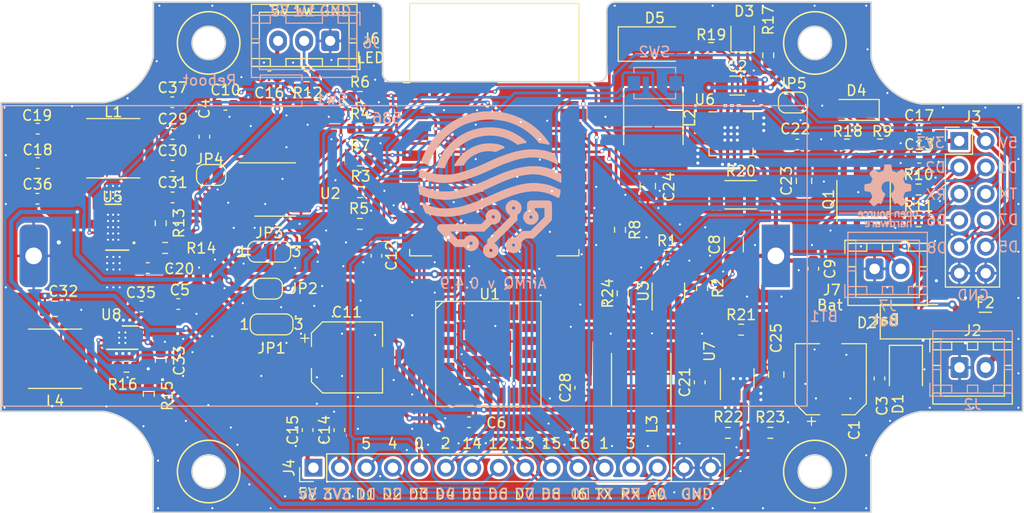
<source format=kicad_pcb>
(kicad_pcb (version 20221018) (generator pcbnew)
  (layers (0 "F.Cu" signal) (31 "B.Cu" signal) (34 "B.Paste" user) (35 "F.Paste" user) (36 "B.SilkS" user "B.Silkscreen") (37 "F.SilkS" user "F.Silkscreen") (38 "B.Mask" user) (39 "F.Mask" user) (44 "Edge.Cuts" user))
  (net 0 "")
  (net 1 "GND")
  (net 2 "+BATT")
  (net 3 "VCC")
  (net 4 "Net-(D4-K)")
  (net 5 "Net-(JP4-A)")
  (net 6 "+5V")
  (net 7 "Net-(U4-~{RST})")
  (net 8 "+3V3")
  (net 9 "Net-(U5-VINA)")
  (net 10 "Net-(U7-BS)")
  (net 11 "Net-(U7-LX)")
  (net 12 "Net-(U6-VREG)")
  (net 13 "Net-(U6-VS)")
  (net 14 "Net-(D2-K)")
  (net 15 "Net-(JP1-B)")
  (net 16 "Net-(JP1-A)")
  (net 17 "Net-(D3-A1)")
  (net 18 "Net-(D3-K1)")
  (net 19 "Net-(D3-K2)")
  (net 20 "Net-(D4-A)")
  (net 21 "Net-(D5-K)")
  (net 22 "Net-(J2-Pin_2)")
  (net 23 "/D2")
  (net 24 "/D1")
  (net 25 "/RX0")
  (net 26 "/TX0")
  (net 27 "/D6")
  (net 28 "/D7")
  (net 29 "/BoostEn")
  (net 30 "/D5")
  (net 31 "/D3")
  (net 32 "/D4")
  (net 33 "/D0")
  (net 34 "/A0")
  (net 35 "Net-(JP3-C)")
  (net 36 "Net-(JP5-A)")
  (net 37 "Net-(JP5-B)")
  (net 38 "Net-(L1-Pad1)")
  (net 39 "Net-(L1-Pad2)")
  (net 40 "Net-(L4-Pad2)")
  (net 41 "Net-(U3-RTH)")
  (net 42 "Net-(U3-FTH)")
  (net 43 "/P_Good")
  (net 44 "Net-(U5-FB)")
  (net 45 "Net-(U8-FB)")
  (net 46 "Net-(U7-EN)")
  (net 47 "Net-(U7-FB)")
  (net 51 "unconnected-(U3-LBO-Pad3)")
  (net 54 "Net-(U4-EN)")
  (footprint "Resistor_SMD:R_0603_1608Metric" (layer "F.Cu") (at 114.3508 114.8334 180)
    (fp_text reference "R14")
    (fp_text value "180k")
  )
  (footprint "Capacitor_SMD:C_0603_1608Metric" (layer "F.Cu") (at 112.6744 116.7638)
    (fp_text reference "C20")
    (fp_text value "100 nF")
  )
  (footprint "Jumper:SolderJumper-3_P1.3mm_Open_RoundedPad1.0x1.5mm_NumberLabels" (layer "F.Cu") (at 124.557 122.174)
    (fp_text reference "JP1")
    (fp_text value "3.3V Source")
  )
  (footprint "Package_SO:SOP-8_3.9x4.9mm_P1.27mm" (layer "F.Cu") (at 181.356 110.321 -90)
    (fp_text reference "Q1")
    (fp_text value "TPC8107")
  )
  (footprint "Resistor_SMD:R_0603_1608Metric" (layer "F.Cu") (at 169.609 122.682)
    (fp_text reference "R21")
    (fp_text value "100k")
  )
  (footprint "Connector_JST:JST_XH_B2B-XH-A_1x02_P2.50mm_Vertical" (layer "F.Cu") (at 182.412 116.84)
    (fp_text reference "J7")
    (fp_text value "Bat")
  )
  (footprint "Resistor_SMD:R_0603_1608Metric" (layer "F.Cu") (at 133.033 109.474 180)
    (fp_text reference "R3")
    (fp_text value "330k")
  )
  (footprint "Diode_SMD:D_SMA" (layer "F.Cu") (at 186.468 121.92)
    (fp_text reference "D2")
    (fp_text value "SC34")
  )
  (footprint "Capacitor_SMD:C_1206_3216Metric" (layer "F.Cu") (at 168.91 114.505 90)
    (fp_text reference "C8")
    (fp_text value "100 uF")
  )
  (footprint "Connector_PinHeader_2.54mm:PinHeader_1x16_P2.54mm_Vertical" (layer "F.Cu") (at 128.5748 135.9408 90)
    (fp_text reference "J4")
    (fp_text value "Dev")
  )
  (footprint "Resistor_SMD:R_0603_1608Metric" (layer "F.Cu") (at 133.033 112.522)
    (fp_text reference "R5")
    (fp_text value "100k")
  )
  (footprint "Capacitor_SMD:C_0603_1608Metric" (layer "F.Cu") (at 134.62 115.583 -90)
    (fp_text reference "C12")
    (fp_text value "100 nF")
  )
  (footprint "AirMQ_FP:Inductor_CD53" (layer "F.Cu") (at 160.02 127.508 -90)
    (fp_text reference "L3")
    (fp_text value "4.7 uH")
  )
  (footprint "Resistor_SMD:R_0603_1608Metric" (layer "F.Cu") (at 133.033 100.33)
    (fp_text reference "R6")
    (fp_text value "10k")
  )
  (footprint "Capacitor_SMD:C_0603_1608Metric" (layer "F.Cu") (at 115.0614 103.886)
    (fp_text reference "C29")
    (fp_text value "22 uF")
  )
  (footprint "Capacitor_SMD:C_0805_2012Metric" (layer "F.Cu") (at 175.641 108.392 90)
    (fp_text reference "C23")
    (fp_text value "10 uF")
  )
  (footprint "Resistor_SMD:R_0603_1608Metric" (layer "F.Cu") (at 166.7388 95.631 180)
    (fp_text reference "R19")
    (fp_text value "10k")
  )
  (footprint "Package_SO:SOIC-8_3.9x4.9mm_P1.27mm" (layer "F.Cu") (at 124.906 109.22)
    (fp_text reference "U2")
    (fp_text value "DS3231MZ")
  )
  (footprint "AirMQ_FP:LED_0603_Dual" (layer "F.Cu") (at 169.7482 94.5137 180)
    (fp_text reference "D3")
    (fp_text value "LED_Dual_CCAA")
  )
  (footprint "Resistor_SMD:R_0603_1608Metric" (layer "F.Cu") (at 179.767 104.902 180)
    (fp_text reference "R18")
    (fp_text value "20k")
  )
  (footprint "Capacitor_SMD:C_0603_1608Metric" (layer "F.Cu") (at 131.064 132.321 90)
    (fp_text reference "C14")
    (fp_text value "100 nF")
  )
  (footprint "AirMQ_FP:Inductor_CD53" (layer "F.Cu") (at 103.7844 125.476)
    (fp_text reference "L4")
    (fp_text value "2.2 uH")
  )
  (footprint "Resistor_SMD:R_0603_1608Metric" (layer "F.Cu") (at 168.339 132.588)
    (fp_text reference "R22")
    (fp_text value "150k")
  )
  (footprint "Resistor_SMD:R_0603_1608Metric" (layer "F.Cu") (at 158.242 119.189 90)
    (fp_text reference "R24")
    (fp_text value "39k")
  )
  (footprint "Capacitor_SMD:C_0603_1608Metric" (layer "F.Cu") (at 143.497 131.572 180)
    (fp_text reference "C6")
    (fp_text value "100 nF")
  )
  (footprint "Capacitor_SMD:C_0603_1608Metric" (layer "F.Cu") (at 176.53 116.827 -90)
    (fp_text reference "C9")
    (fp_text value "100 nF")
  )
  (footprint "Resistor_SMD:R_0603_1608Metric" (layer "F.Cu") (at 172.212 96.329 90)
    (fp_text reference "R17")
    (fp_text value "1k")
  )
  (footprint "AirMQ_FP:Inductor_CD53" (layer "F.Cu") (at 161.1884 102.362 -90)
    (fp_text reference "L2")
    (fp_text value "4.7 uH")
  )
  (footprint "Package_TO_SOT_SMD:SOT-23-6" (layer "F.Cu") (at 162.626 118.9935 90)
    (fp_text reference "U3")
    (fp_text value "CN302")
  )
  (footprint "AirMQ_FP:ESP-12E_noSPI" (layer "F.Cu") (at 145.9266 103.4692)
    (fp_text reference "U4" hide)
    (fp_text value "ESP-07")
  )
  (footprint "Resistor_SMD:R_0603_1608Metric" (layer "F.Cu") (at 133.033 103.378)
    (fp_text reference "R4")
    (fp_text value "10k")
  )
  (footprint "Capacitor_SMD:C_0805_2012Metric" (layer "F.Cu") (at 172.974 126.9848 -90)
    (fp_text reference "C25")
    (fp_text value "10 uF")
  )
  (footprint "Capacitor_SMD:C_1206_3216Metric" (layer "F.Cu") (at 169.23 99.2378)
    (fp_text reference "C2")
    (fp_text value "22 uF")
  )
  (footprint "Capacitor_SMD:C_0603_1608Metric" (layer "F.Cu") (at 115.062 109.982)
    (fp_text reference "C31")
    (fp_text value "22 uF")
  )
  (footprint "Resistor_SMD:R_0603_1608Metric" (layer "F.Cu") (at 186.627 109.22)
    (fp_text reference "R10")
    (fp_text value "4.7k")
  )
  (footprint "AirMQ_FP:QFN14-3X4MM" (layer "F.Cu") (at 109.3484 112.8415 180)
    (fp_text reference "U5")
    (fp_text value "TPS63020")
  )
  (footprint "Resistor_SMD:R_0603_1608Metric" (layer "F.Cu") (at 182.943 104.902 180)
    (fp_text reference "R9")
    (fp_text value "316k")
  )
  (footprint "Capacitor_SMD:C_0603_1608Metric" (layer "F.Cu") (at 102.121 106.68 180)
    (fp_text reference "C18")
    (fp_text value "10 uF")
  )
  (footprint "Capacitor_SMD:C_0603_1608Metric" (layer "F.Cu") (at 186.703 106.172 180)
    (fp_text reference "C13")
    (fp_text value "NP")
  )
  (footprint "Resistor_SMD:R_0603_1608Metric" (layer "F.Cu") (at 162.497 115.57)
    (fp_text reference "R1")
    (fp_text value "270k")
  )
  (footprint "Diode_SMD:D_SMA" (layer "F.Cu") (at 161.322 95.25)
    (fp_text reference "D5")
    (fp_text value "SC34")
  )
  (footprint "Capacitor_SMD:C_0603_1608Metric" (layer "F.Cu") (at 115.6084 120.2182)
    (fp_text reference "C5")
    (fp_text value "100 nF")
  )
  (footprint "Capacitor_SMD:CP_Elec_6.3x7.7" (layer "F.Cu") (at 178.2064 127.4394 90)
    (fp_text reference "C1")
    (fp_text value "100 uF")
  )
  (footprint "Capacitor_SMD:C_0805_2012Metric" (layer "F.Cu") (at 160.655 108.9 -90)
    (fp_text reference "C24")
    (fp_text value "22 uF")
  )
  (footprint "Resistor_SMD:R_0603_1608Metric" (layer "F.Cu") (at 165.862 118.681 -90)
    (fp_text reference "R2")
    (fp_text value "390k")
  )
  (footprint "Capacitor_SMD:C_0603_1608Metric" (layer "F.Cu") (at 128.016 132.321 90)
    (fp_text reference "C15")
    (fp_text value "100 nF")
  )
  (footprint "Capacitor_SMD:C_0603_1608Metric" (layer "F.Cu") (at 102.121 103.378 180)
    (fp_text reference "C19")
    (fp_text value "10 uF")
  )
  (footprint "Capacitor_SMD:C_0603_1608Metric" (layer "F.Cu") (at 165.6334 127.7366 90)
    (fp_text reference "C21")
    (fp_text value "22 nF")
  )
  (footprint "Connector_JST:JST_XH_B3B-XH-A_1x03_P2.50mm_Vertical" (layer "F.Cu") (at 130.1858 94.9452 180)
    (fp_text reference "J6")
    (fp_text value "1Wire/LED")
  )
  (footprint "Capacitor_SMD:C_0603_1608Metric" (layer "F.Cu") (at 186.703 103.378 180)
    (fp_text reference "C17")
    (fp_text value "10 uF")
  )
  (footprint "Jumper:SolderJumper-3_P1.3mm_Open_RoundedPad1.0x1.5mm_NumberLabels" (layer "F.Cu") (at 124.333 115.189)
    (fp_text reference "JP3")
    (fp_text value "RTC Source")
  )
  (footprint "Resistor_SMD:R_0603_1608Metric" (layer "F.Cu") (at 133.033 106.426)
    (fp_text reference "R7")
    (fp_text value "100")
  )
  (footprint "Connector_JST:JST_XH_B2B-XH-A_1x02_P2.50mm_Vertical" (layer "F.Cu") (at 190.5654 126.3142)
    (fp_text reference "J2")
    (fp_text value "MAIN_PWR")
  )
  (footprint "Capacitor_SMD:C_0603_1608Metric" (layer "F.Cu") (at 113.919 125.6792 -90)
    (fp_text reference "C33")
    (fp_text value "100 nF")
  )
  (footprint "Jumper:SolderJumper-2_P1.3mm_Open_RoundedPad1.0x1.5mm" (layer "F.Cu") (at 174.5892 100.8634 180)
    (fp_text reference "JP5")
    (fp_text value "LiPo/LiFe")
  )
  (footprint "Jumper:SolderJumper-2_P1.3mm_Open_RoundedPad1.0x1.5mm" (layer "F.Cu") (at 118.76 107.823)
    (fp_text reference "JP4")
    (fp_text value "VCC Bypass")
  )
  (footprint "AirMQ_FP:Inductor_CD53" (layer "F.Cu") (at 109.3724 105.2576)
    (fp_text reference "L1")
    (fp_text value "1.5 uH")
  )
  (footprint "Capacitor_SMD:C_0603_1608Metric" (layer "F.Cu") (at 112.08 120.4468 180)
    (fp_text reference "C35")
    (fp_text value "22 uF")
  )
  (footprint "Capacitor_SMD:C_0603_1608Metric" (layer "F.Cu") (at 154.178 128.257 90)
    (fp_text reference "C28")
    (fp_text value "22 uF")
  )
  (footprint "Package_DFN_QFN:QFN-16-1EP_4x4mm_P0.65mm_EP2.1x2.1mm" (layer "F.Cu") (at 168.639 103.869)
    (fp_text reference "U6")
    (fp_text value "TP5000")
  )
  (footprint "AirMQ_FP:SCD40" (layer "F.Cu") (at 145.3582 124.9888)
    (fp_text reference "U1")
    (fp_text value "SCD40")
  )
  (footprint "Jumper:SolderJumper-2_P1.3mm_Open_RoundedPad1.0x1.5mm" (layer "F.Cu") (at 124.191 118.745)
    (fp_text reference "JP2")
    (fp_text value "LiFe/LiPo")
  )
  (footprint "Resistor_SMD:R_2010_5025Metric" (layer "F.Cu") (at 169.5715 109.728)
    (fp_text reference "R20")
    (fp_text value "0.2")
  )
  (footprint "Capacitor_SMD:C_0603_1608Metric" (layer "F.Cu") (at 174.993 104.902)
    (fp_text reference "C22")
    (fp_text value "100 nF")
  )
  (footprint "Resistor_SMD:R_0603_1608Metric" (layer "F.Cu") (at 172.403 132.588)
    (fp_text reference "R23")
    (fp_text value "33k")
  )
  (footprint "Diode_SMD:D_SOD-123F" (layer "F.Cu") (at 180.6448 101.5746 180)
    (fp_text reference "D4")
    (fp_text value "5.1V")
  )
  (footprint "Capacitor_SMD:C_0603_1608Metric" (layer "F.Cu") (at 118.11 104.153 90)
    (fp_text reference "C4")
    (fp_text value "100 nF")
  )
  (footprint "Fuse:Fuse_1206_3216Metric_Pad1.42x1.75mm_HandSolder" (layer "F.Cu") (at 193.04 121.92)
    (fp_text reference "F2")
    (fp_text value "0.5A")
  )
  (footprint "Resistor_SMD:R_0603_1608Metric" (layer "F.Cu") (at 113.919 112.459 -90)
    (fp_text reference "R13")
    (fp_text value "1M")
  )
  (footprint "Diode_SMD:D_1210_3225Metric" (layer "F.Cu") (at 185.42 126.4696 -90)
    (fp_text reference "D1")
    (fp_text value "D_TVS")
  )
  (footprint "Package_DFN_QFN:DFN-8-1EP_3x2mm_P0.5mm_EP1.36x1.46mm" (layer "F.Cu") (at 110.236 123.444)
    (fp_text reference "U8")
    (fp_text value "SY7088")
  )
  (footprint "Capacitor_SMD:C_0805_2012Metric" (layer "F.Cu") (at 103.759 120.6754)
    (fp_text reference "C32")
    (fp_text value "10 uF")
  )
  (footprint "Resistor_SMD:R_0603_1608Metric" (layer "F.Cu") (at 157.988 113.093 -90)
    (fp_text reference "R8")
    (fp_text value "10k")
  )
  (footprint "Resistor_SMD:R_0603_1608Metric" (layer "F.Cu") (at 112.776 128.841 90)
    (fp_text reference "R15")
    (fp_text value "510k")
  )
  (footprint "AirMQ_FP:PinHeader_2x06_P2.54mm_Vertical_CC" (layer "F.Cu") (at 190.5366 104.5588)
    (fp_text reference "J3")
    (fp_text value "ExpBoard")
  )
  (footprint "Capacitor_SMD:CP_Elec_6.3x7.7" (layer "F.Cu") (at 131.793 125.349)
    (fp_text reference "C11")
    (fp_text value "330 uF")
  )
  (footprint "Capacitor_SMD:C_0603_1608Metric" (layer "F.Cu") (at 182.88 127.368 -90)
    (fp_text reference "C3")
    (fp_text value "100 nF")
  )
  (footprint "Capacitor_SMD:C_0603_1608Metric" (layer "F.Cu") (at 115.062 106.934)
    (fp_text reference "C30")
    (fp_text value "22 uF")
  )
  (footprint "Resistor_SMD:R_0603_1608Metric" (layer "F.Cu") (at 186.627 112.268)
    (fp_text reference "R11")
    (fp_text value "4.7k")
  )
  (footprint "Resistor_SMD:R_0603_1608Metric" (layer "F.Cu") (at 127.9144 98.3488)
    (fp_text reference "R12")
    (fp_text value "4.7k")
  )
  (footprint "Capacitor_SMD:C_0603_1608Metric" (layer "F.Cu") (at 120.129 101.092)
    (fp_text reference "C10")
    (fp_text value "100 nF")
  )
  (footprint "Package_TO_SOT_SMD:SOT-23-6_Handsoldering" (layer "F.Cu") (at 169.23 127.334 90)
    (fp_text reference "U7")
    (fp_text value "STI3470")
  )
  (footprint "Resistor_SMD:R_0603_1608Metric" (layer "F.Cu") (at 110.6424 126.238 180)
    (fp_text reference "R16")
    (fp_text value "160k")
  )
  (footprint "Capacitor_SMD:C_0603_1608Metric" (layer "F.Cu") (at 115.036 100.838)
    (fp_text reference "C37")
    (fp_text value "100 nF")
  )
  (footprint "Capacitor_SMD:C_0603_1608Metric" (layer "F.Cu") (at 102.095 110.109 180)
    (fp_text reference "C36")
    (fp_text value "100 nF")
  )
  (footprint "Capacitor_SMD:C_0603_1608Metric" (layer "F.Cu") (at 124.3454 98.3488 180)
    (fp_text reference "C16")
    (fp_text value "100 nF")
  )
  (footprint "Symbol:OSHW-Logo_5.7x6mm_SilkScreen" (layer "B.Cu") (at 183.6928 109.8296 180)
    (fp_text reference "REF**" hide)
    (fp_text value "OSHW-Logo_5.7x6mm_SilkScreen" hide)
  )
  (footprint "Connector_JST:JST_XH_B2B-XH-A_1x02_P2.50mm_Vertical" (layer "B.Cu") (at 190.5654 126.3142)
    (fp_text reference "J2")
    (fp_text value "MAIN_PWR")
  )
  (footprint "AirMQ_FP:26650" (layer "B.Cu") (at 138.224 115.6462)
    (fp_text reference "BT1")
    (fp_text value "LiPo/\nLiFePo4")
  )
  (footprint "AirMQ_FP:SW_PUSH_4x3x2" (layer "B.Cu") (at 161.322 99 180)
    (fp_text reference "SW2")
    (fp_text value "HW_RESET")
  )
  (footprint "Connector_JST:JST_XH_B2B-XH-A_1x02_P2.50mm_Vertical" (layer "B.Cu") (at 182.412 116.84)
    (fp_text reference "J7")
    (fp_text value "Bat")
  )
  (footprint "AirMQ_FP:AirMQ_Logo_new" (layer "B.Cu") (at 145.94967 110.241323 180)
    (fp_text reference "586")
    (fp_text value "AirMQ_Logo")
  )
  (footprint "Connector_JST:JST_XH_B3B-XH-A_1x03_P2.50mm_Vertical" (layer "B.Cu") (at 130.1858 94.9452 180)
    (fp_text reference "J6")
    (fp_text value "1Wire/LED")
  )
  (footprint "AirMQ_FP:SW_PUSH_4x3x2" (layer "B.Cu") (at 125.476 99.7204 180)
    (fp_text reference "SW1")
    (fp_text value "RESET")
  )
  (gr_circle (center 176.6828 136.3042) (end 179.6828 136.3042) (stroke (width 0.15)) (fill none) (layer "F.SilkS"))
  (gr_circle (center 176.6828 95.1442) (end 179.6828 95.1442) (stroke (width 0.15)) (fill none) (layer "F.SilkS"))
  (gr_circle (center 118.5228 95.1442) (end 121.5228 95.1442) (stroke (width 0.15)) (fill none) (layer "F.SilkS"))
  (gr_line (start 162.9156 134.7236) (end 162.9156 137.162) (stroke (width 0.15)) (layer "F.SilkS"))
  (gr_circle (center 118.5228 136.3042) (end 121.5228 136.3042) (stroke (width 0.15)) (fill none) (layer "F.SilkS"))
  (gr_circle (center 176.6828 95.1442) (end 178.2828 95.1442) (stroke (width 0.15)) (fill none) (layer "Edge.Cuts"))
  (gr_arc (start 113.2166 96.4888) (mid 111.498718 99.405082) (end 108.4566 100.8888) (stroke (width 0.15)) (layer "Edge.Cuts"))
  (gr_line (start 182.0466 134.9188) (end 182.0466 140.2242) (stroke (width 0.15)) (layer "Edge.Cuts"))
  (gr_line (start 196.6028 130.5388) (end 186.8466 130.5388) (stroke (width 0.15)) (layer "Edge.Cuts"))
  (gr_arc (start 182.0466 134.9188) (mid 183.786429 132.005312) (end 186.8466 130.5388) (stroke (width 0.15)) (layer "Edge.Cuts"))
  (gr_arc (start 134.4042 91.2242) (mid 134.969885 91.458515) (end 135.2042 92.0242) (stroke (width 0.15)) (layer "Edge.Cuts"))
  (gr_arc (start 136.0042 98.8692) (mid 135.438515 98.634885) (end 135.2042 98.0692) (stroke (width 0.15)) (layer "Edge.Cuts"))
  (gr_line (start 156.7178 92.0242) (end 156.7178 98.0692) (stroke (width 0.15)) (layer "Edge.Cuts"))
  (gr_circle (center 176.6828 136.3042) (end 178.2828 136.3042) (stroke (width 0.15)) (fill none) (layer "Edge.Cuts"))
  (gr_arc (start 186.8666 100.9988) (mid 183.812459 99.529627) (end 182.0766 96.6188) (stroke (width 0.15)) (layer "Edge.Cuts"))
  (gr_circle (center 118.5228 95.1442) (end 120.1228 95.1442) (stroke (width 0.15)) (fill none) (layer "Edge.Cuts"))
  (gr_arc (start 108.4066 130.5188) (mid 111.463754 131.99797) (end 113.1966 134.9188) (stroke (width 0.15)) (layer "Edge.Cuts"))
  (gr_line (start 182.0766 91.2242) (end 157.5178 91.2242) (stroke (width 0.15)) (layer "Edge.Cuts"))
  (gr_circle (center 118.5228 136.3042) (end 120.1228 136.3042) (stroke (width 0.15)) (fill none) (layer "Edge.Cuts"))
  (gr_line (start 98.6028 130.5188) (end 108.4066 130.5188) (stroke (width 0.15)) (layer "Edge.Cuts"))
  (gr_line (start 135.2042 98.0692) (end 135.2042 92.0242) (stroke (width 0.15)) (layer "Edge.Cuts"))
  (gr_line (start 113.2166 96.4888) (end 113.2166 91.2242) (stroke (width 0.15)) (layer "Edge.Cuts"))
  (gr_arc (start 156.7178 98.0692) (mid 156.483485 98.634885) (end 155.9178 98.8692) (stroke (width 0.15)) (layer "Edge.Cuts"))
  (gr_line (start 113.1966 134.9188) (end 113.1966 140.2242) (stroke (width 0.15)) (layer "Edge.Cuts"))
  (gr_line (start 113.1966 140.2242) (end 182.0466 140.2242) (stroke (width 0.15)) (layer "Edge.Cuts"))
  (gr_line (start 155.9178 98.8692) (end 136.0042 98.8692) (stroke (width 0.15)) (layer "Edge.Cuts"))
  (gr_line (start 98.6028 100.8888) (end 108.4566 100.8888) (stroke (width 0.15)) (layer "Edge.Cuts"))
  (gr_line (start 98.6028 100.8888) (end 98.6028 130.5188) (stroke (width 0.15)) (layer "Edge.Cuts"))
  (gr_arc (start 156.7178 92.0242) (mid 156.952115 91.458515) (end 157.5178 91.2242) (stroke (width 0.15)) (layer "Edge.Cuts"))
  (gr_line (start 196.6028 100.9988) (end 186.8666 100.9988) (stroke (width 0.15)) (layer "Edge.Cuts"))
  (gr_line (start 182.0766 96.6188) (end 182.0766 91.2242) (stroke (width 0.15)) (layer "Edge.Cuts"))
  (gr_line (start 113.2166 91.2242) (end 134.4042 91.2242) (stroke (width 0.15)) (layer "Edge.Cuts"))
  (gr_line (start 196.6028 100.9988) (end 196.6028 130.5388) (stroke (width 0.15)) (layer "Edge.Cuts"))
  (gr_text "Reboot" (at 121.285 99.314) (layer "B.SilkS") (effects (font (size 1 1)) (justify left bottom mirror)))
  (gr_text "5V" (at 128.0414 138.5463) (layer "B.SilkS") (effects (font (size 1 1)) (justify mirror)))
  (gr_text "GND" (at 165.3794 138.4828) (layer "B.SilkS") (effects (font (size 1 1)) (justify mirror)))
  (gr_text "GND" (at 191.8716 119.3693) (layer "B.SilkS") (effects (font (size 1 1)) (justify mirror)))
  (gr_text "D1" (at 195.1736 107.1138) (layer "B.SilkS") (effects (font (size 1 1)) (justify mirror)))
  (gr_text "3V3" (at 130.8989 138.4828) (layer "B.SilkS") (effects (font (size 1 1)) (justify mirror)))
  (gr_text "D2" (at 188.2521 107.1138) (layer "B.SilkS") (effects (font (size 1 1)) (justify mirror)))
  (gr_text "D1" (at 133.6294 138.4828) (layer "B.SilkS") (effects (font (size 1 1)) (justify mirror)))
  (gr_text "RX" (at 159.0294 138.4828) (layer "B.SilkS") (effects (font (size 1 1)) (justify mirror)))
  (gr_text "RX" (at 188.3156 109.7173) (layer "B.SilkS") (effects (font (size 1 1)) (justify mirror)))
  (gr_text "5V" (at 125.349 92.075) (layer "B.SilkS") (effects (font (size 1 1)) (justify mirror)))
  (gr_text "D5" (at 143.7894 138.4828) (layer "B.SilkS") (effects (font (size 1 1)) (justify mirror)))
  (gr_text "5V" (at 195.2498 104.7262) (layer "B.SilkS") (effects (font (size 1 1)) (justify mirror)))
  (gr_text "1W" (at 127.762 92.075) (layer "B.SilkS") (effects (font (size 1 1)) (justify mirror)))
  (gr_text "D7" (at 195.2371 112.1303) (layer "B.SilkS") (effects (font (size 1 1)) (justify mirror)))
  (gr_text "TX" (at 195.2371 109.6538) (layer "B.SilkS") (effects (font (size 1 1)) (justify mirror)))
  (gr_text "TX" (at 156.4894 138.4828) (layer "B.SilkS") (effects (font (size 1 1)) (justify mirror)))
  (gr_text "D3" (at 138.7094 138.4828) (layer "B.SilkS") (effects (font (size 1 1)) (justify mirror)))
  (gr_text "D5" (at 195.2371 114.7338) (layer "B.SilkS") (effects (font (size 1 1)) (justify mirror)))
  (gr_text "Bat" (at 184.785 122.428) (layer "B.SilkS") (effects (font (size 1 1)) (justify left bottom mirror)))
  (gr_text "D6" (at 188.341 112.1664) (layer "B.SilkS") (effects (font (size 1 1)) (justify mirror)))
  (gr_text "D4" (at 141.2494 138.4828) (layer "B.SilkS") (effects (font (size 1 1)) (justify mirror)))
  (gr_text "D8" (at 188.3918 114.8334) (layer "B.SilkS") (effects (font (size 1 1)) (justify mirror)))
  (gr_text "3V3" (at 187.7568 104.7262) (layer "B.SilkS") (effects (font (size 1 1)) (justify mirror)))
  (gr_text "D2" (at 136.1694 138.4828) (layer "B.SilkS") (effects (font (size 1 1)) (justify mirror)))
  (gr_text "GND" (at 130.683 92.075) (layer "B.SilkS") (effects (font (size 1 1)) (justify mirror)))
  (gr_text "D8" (at 151.4094 138.4828) (layer "B.SilkS") (effects (font (size 1 1)) (justify mirror)))
  (gr_text "A0" (at 161.5694 138.4828) (layer "B.SilkS") (effects (font (size 1 1)) (justify mirror)))
  (gr_text "D0" (at 154.2034 138.4828) (layer "B.SilkS") (effects (font (size 1 1)) (justify mirror)))
  (gr_text "D6" (at 146.3294 138.4828) (layer "B.SilkS") (effects (font (size 1 1)) (justify mirror)))
  (gr_text "D7" (at 148.8694 138.4828) (layer "B.SilkS") (effects (font (size 1 1)) (justify mirror)))
  (gr_text "AirMQ v 0.4.9" (at 151.0284 118.8212) (layer "B.SilkS") (effects (font (size 1 1)) (justify left bottom mirror)))
  (gr_text "A0" (at 161.5186 138.4828) (layer "F.SilkS") (effects (font (size 1 1))))
  (gr_text "13" (at 148.8694 133.604) (layer "F.SilkS") (effects (font (size 1 1))))
  (gr_text "15" (at 151.4094 133.604) (layer "F.SilkS") (effects (font (size 1 1))))
  (gr_text "16" (at 154.178 133.604) (layer "F.SilkS") (effects (font (size 1 1))))
  (gr_text "12" (at 146.304 133.604) (layer "F.SilkS") (effects (font (size 1 1))))
  (gr_text "TX" (at 156.4386 138.4828) (layer "F.SilkS") (effects (font (size 1 1))))
  (gr_text "5V" (at 125.349 92.075) (layer "F.SilkS") (effects (font (size 1 1))))
  (gr_text "D3" (at 138.6586 138.4828) (layer "F.SilkS") (effects (font (size 1 1))))
  (gr_text "D8" (at 151.3586 138.4828) (layer "F.SilkS") (effects (font (size 1 1))))
  (gr_text "1W" (at 127.635 92.075) (layer "F.SilkS") (effects (font (size 1 1))))
  (gr_text "3" (at 159.004 133.604) (layer "F.SilkS") (effects (font (size 1 1))))
  (gr_text "5V" (at 127.9906 138.4193) (layer "F.SilkS") (effects (font (size 1 1))))
  (gr_text "GND" (at 130.683 92.075) (layer "F.SilkS") (effects (font (size 1 1))))
  (gr_text "D7" (at 148.8186 138.4828) (layer "F.SilkS") (effects (font (size 1 1))))
  (gr_text "D5" (at 143.7386 138.4828) (layer "F.SilkS") (effects (font (size 1 1))))
  (gr_text "GND" (at 165.3286 138.4828) (layer "F.SilkS") (effects (font (size 1 1))))
  (gr_text "1" (at 156.464 133.604) (layer "F.SilkS") (effects (font (size 1 1))))
  (gr_text "4" (at 136.1694 133.604) (layer "F.SilkS") (effects (font (size 1 1))))
  (gr_text "D2" (at 136.1186 138.4828) (layer "F.SilkS") (effects (font (size 1 1))))
  (gr_text "RX" (at 158.9786 138.4828) (layer "F.SilkS") (effects (font (size 1 1))))
  (gr_text "14" (at 143.7894 133.604) (layer "F.SilkS") (effects (font (size 1 1))))
  (gr_text "D6" (at 146.2786 138.4828) (layer "F.SilkS") (effects (font (size 1 1))))
  (gr_text "0" (at 138.684 133.604) (layer "F.SilkS") (effects (font (size 1 1))))
  (gr_text "D1" (at 133.5786 138.4828) (layer "F.SilkS") (effects (font (size 1 1))))
  (gr_text "LED" (at 132.588 97.155) (layer "F.SilkS") (effects (font (size 1 1)) (justify left bottom)))
  (gr_text "Bat" (at 176.784 120.904) (layer "F.SilkS") (effects (font (size 1 1)) (justify left bottom)))
  (gr_text "D4" (at 141.1986 138.4828) (layer "F.SilkS") (effects (font (size 1 1))))
  (gr_text "Bat" (at 184.912 122.301) (layer "F.SilkS") (effects (font (size 1 1)) (justify left bottom mirror)))
  (gr_text "5" (at 133.6294 133.604) (layer "F.SilkS") (effects (font (size 1 1))))
  (gr_text "3V3" (at 130.8481 138.4828) (layer "F.SilkS") (effects (font (size 1 1))))
  (gr_text "I6" (at 154.1526 138.4828) (layer "F.SilkS") (effects (font (size 1 1))))
  (gr_text "2" (at 141.2494 133.604) (layer "F.SilkS") (effects (font (size 1 1))))
  (segment (start 109.855 114.0426) (end 110.0561 113.8415) (width 0.25) (layer "F.Cu") (net 1))
  (segment (start 162.626 120.131) (end 162.626 121.346) (width 0.25) (layer "F.Cu") (net 1))
  (segment (start 110.0561 113.8415) (end 110.7484 113.8415) (width 0.25) (layer "F.Cu") (net 1))
  (via (at 183.896 131.445) (size 0.4) (drill 0.2) (layers "F.Cu" "B.Cu") (net 1))
  (via (at 157.48 91.567) (size 0.4) (drill 0.2) (layers "F.Cu" "B.Cu") (net 1))
  (via (at 108.855 112.2426) (size 0.4) (drill 0.2) (layers "F.Cu" "B.Cu") (net 1))
  (via (at 187.706 130.175) (size 0.4) (drill 0.2) (layers "F.Cu" "B.Cu") (net 1))
  (via (at 157.226 133.858) (size 0.4) (drill 0.2) (layers "F.Cu" "B.Cu") (net 1))
  (via (at 123.698 124.079) (size 0.4) (drill 0.2) (layers "F.Cu" "B.Cu") (net 1))
  (via (at 109.947 108.874) (size 0.4) (drill 0.2) (layers "F.Cu" "B.Cu") (net 1))
  (via (at 126.619 97.028) (size 0.4) (drill 0.2) (layers "F.Cu" "B.Cu") (net 1))
  (via (at 178.181 113.157) (size 0.4) (drill 0.2) (layers "F.Cu" "B.Cu") (net 1))
  (via (at 115.57 108.331) (size 0.4) (drill 0.2) (layers "F.Cu" "B.Cu") (net 1))
  (via (at 116.078 123.571) (size 0.4) (drill 0.2) (layers "F.Cu" "B.Cu") (net 1))
  (via (at 131.699 114.3) (size 0.4) (drill 0.2) (layers "F.Cu" "B.Cu") (net 1))
  (via (at 168.427 106.807) (size 0.4) (drill 0.3) (layers "F.Cu" "B.Cu") (net 1))
  (via (at 171.704 139.827) (size 0.4) (drill 0.2) (layers "F.Cu" "B.Cu") (net 1))
  (via (at 117.348 121.158) (size 0.4) (drill 0.2) (layers "F.Cu" "B.Cu") (net 1))
  (via (at 126.873 132.08) (size 0.4) (drill 0.2) (layers "F.Cu" "B.Cu") (net 1))
  (via (at 109.355 112.2426) (size 0.4) (drill 0.2) (layers "F.Cu" "B.Cu") (net 1))
  (via (at 116.332 131.445) (size 0.4) (drill 0.2) (layers "F.Cu" "B.Cu") (net 1))
  (via (at 196.215 119.634) (size 0.4) (drill 0.2) (layers "F.Cu" "B.Cu") (net 1))
  (via (at 184.912 104.775) (size 0.4) (drill 0.2) (layers "F.Cu" "B.Cu") (net 1))
  (via (at 134.493 98.679) (size 0.4) (drill 0.2) (layers "F.Cu" "B.Cu") (net 1))
  (via (at 123.571 127.127) (size 0.4) (drill 0.2) (layers "F.Cu" "B.Cu") (net 1))
  (via (at 170.18 127.381) (size 0.4) (drill 0.3) (layers "F.Cu" "B.Cu") (net 1))
  (via (at 193.04 101.346) (size 0.4) (drill 0.2) (layers "F.Cu" "B.Cu") (net 1))
  (via (at 151.003 102.616) (size 0.4) (drill 0.2) (layers "F.Cu" "B.Cu") (net 1))
  (via (at 150.749 133.858) (size 0.4) (drill 0.2) (layers "F.Cu" "B.Cu") (net 1))
  (via (at 109.677 124.968) (size 0.4) (drill 0.3) (layers "F.Cu" "B.Cu") (net 1))
  (via (at 130.302 96.774) (size 0.4) (drill 0.2) (layers "F.Cu" "B.Cu") (net 1))
  (via (at 109.382 116.297) (size 0.4) (drill 0.2) (layers "F.Cu" "B.Cu") (net 1))
  (via (at 176.403 114.554) (size 0.4) (drill 0.2) (layers "F.Cu" "B.Cu") (net 1))
  (via (at 155.702 108.966) (size 0.4) (drill 0.2) (layers "F.Cu" "B.Cu") (net 1))
  (via (at 196.215 101.346) (size 0.4) (drill 0.2) (layers "F.Cu" "B.Cu") (net 1))
  (via (at 176.657 139.827) (size 0.4) (drill 0.2) (layers "F.Cu" "B.Cu") (net 1))
  (via (at 113.792 91.567) (size 0.4) (drill 0.2) (layers "F.Cu" "B.Cu") (net 1))
  (via (at 120.65 132.08) (size 0.4) (drill 0.2) (layers "F.Cu" "B.Cu") (net 1))
  (via (at 125.984 102.108) (size 0.4) (drill 0.2) (layers "F.Cu" "B.Cu") (net 1))
  (via (at 168.0464 103.8764) (size 0.6) (drill 0.3) (layers "F.Cu" "B.Cu") (net 1))
  (via (at 196.215 110.617) (size 0.4) (drill 0.2) (layers "F.Cu" "B.Cu") (net 1))
  (via (at 143.637 118.11) (size 0.4) (drill 0.2) (layers "F.Cu" "B.Cu") (net 1))
  (via (at 168.097 130.15) (size 0.4) (drill 0.3) (layers "F.Cu" "B.Cu") (net 1))
  (via (at 116.967 124.841) (size 0.4) (drill 0.2) (layers "F.Cu" "B.Cu") (net 1))
  (via (at 145.415 127.7112) (size 0.4) (drill 0.2) (layers "F.Cu" "B.Cu") (net 1))
  (via (at 119.38 109.22) (size 0.4) (drill 0.2) (layers "F.Cu" "B.Cu") (net 1))
  (via (at 109.355 113.4426) (size 0.4) (drill 0.2) (layers "F.Cu" "B.Cu") (net 1))
  (via (at 171.704 91.567) (size 0.4) (drill 0.2) (layers "F.Cu" "B.Cu") (net 1))
  (via (at 188.5442 106.553) (size 0.4) (drill 0.2) (layers "F.Cu" "B.Cu") (net 1))
  (via (at 196.215 126.873) (size 0.4) (drill 0.2) (layers "F.Cu" "B.Cu") (net 1))
  (via (at 156.591 102.235) (size 0.4) (drill 0.2) (layers "F.Cu" "B.Cu") (net 1))
  (via (at 151.257 129.286) (size 0.4) (drill 0.2) (layers "F.Cu" "B.Cu") (net 1))
  (via (at 134.9756 136.7536) (size 0.4) (drill 0.2) (layers "F.Cu" "B.Cu") (net 1))
  (via (at 120.0404 118.6942) (size 0.4) (drill 0.2) (layers "F.Cu" "B.Cu") (net 1))
  (via (at 99.06 118.618) (size 0.4) (drill 0.2) (layers "F.Cu" "B.Cu") (net 1))
  (via (at 125.984 123.952) (size 0.4) (drill 0.2) (layers "F.Cu" "B.Cu") (net 1))
  (via (at 171.501 128.194) (size 0.4) (drill 0.3) (layers "F.Cu" "B.Cu") (net 1))
  (via (at 165.862 123.063) (size 0.4) (drill 0.2) (layers "F.Cu" "B.Cu") (net 1))
  (via (at 109.982 116.897) (size 0.4) (drill 0.2) (layers "F.Cu" "B.Cu") (net 1))
  (via (at 121.666 98.425) (size 0.4) (drill 0.2) (layers "F.Cu" "B.Cu") (net 1))
  (via (at 128.651 99.441) (size 0.4) (drill 0.2) (layers "F.Cu" "B.Cu") (net 1))
  (via (at 109.355 111.6426) (size 0.4) (drill 0.2) (layers "F.Cu" "B.Cu") (net 1))
  (via (at 109.9356 123.952) (size 0.4) (drill 0.2) (layers "F.Cu" "B.Cu") (net 1))
  (via (at 109.855 112.8426) (size 0.4) (drill 0.2) (layers "F.Cu" "B.Cu") (net 1))
  (via (at 125.9586 100.4316) (size 0.4) (drill 0.2) (layers "F.Cu" "B.Cu") (net 1))
  (via (at 166.1668 112.8522) (size 0.4) (drill 0.2) (layers "F.Cu" "B.Cu") (net 1))
  (via (at 142.7988 125.0442) (size 0.4) (drill 0.2) (layers "F.Cu" "B.Cu") (net 1))
  (via (at 140.208 116.205) (size 0.4) (drill 0.2) (layers "F.Cu" "B.Cu") (net 1))
  (via (at 126.8222 116.7638) (size 0.4) (drill 0.2) (layers "F.Cu" "B.Cu") (net 1))
  (via (at 128.905 127.254) (size 0.4) (drill 0.2) (layers "F.Cu" "B.Cu") (net 1))
  (via (at 163.703 133.604) (size 0.4) (drill 0.2) (layers "F.Cu" "B.Cu") (net 1))
  (via (at 109.982 118.618) (size 0.4) (drill 0.2) (layers "F.Cu" "B.Cu") (net 1))
  (via (at 189.8295 113.538) (size 0.4) (drill 0.2) (layers "F.Cu" "B.Cu") (net 1))
  (via (at 196.215 115.189) (size 0.4) (drill 0.2) (layers "F.Cu" "B.Cu") (net 1))
  (via (at 128.9812 116.1542) (size 0.4) (drill 0.2) (layers "F.Cu" "B.Cu") (net 1))
  (via (at 123.952 110.617) (size 0.4) (drill 0.2) (layers "F.Cu" "B.Cu") (net 1))
  (via (at 174.117 131.572) (size 0.4) (drill 0.2) (layers "F.Cu" "B.Cu") (net 1))
  (via (at 141.097 101.6) (size 0.4) (drill 0.2) (layers "F.Cu" "B.Cu") (net 1))
  (via (at 114.935 116.713) (size 0.4) (drill 0.2) (layers "F.Cu" "B.Cu") (net 1))
  (via (at 109.855 113.4426) (size 0.4) (drill 0.2) (layers "F.Cu" "B.Cu") (net 1))
  (via (at 110.5356 122.952) (size 0.4) (drill 0.2) (layers "F.Cu" "B.Cu") (net 1))
  (via (at 105.41 101.219) (size 0.4) (drill 0.2) (layers "F.Cu" "B.Cu") (net 1))
  (via (at 175.3108 102.5652) (size 0.4) (drill 0.2) (layers "F.Cu" "B.Cu") (net 1))
  (via (at 108.747 110.074) (size 0.4) (drill 0.2) (layers "F.Cu" "B.Cu") (net 1))
  (via (at 108.712 130.048) (size 0.4) (drill 0.2) (layers "F.Cu" "B.Cu") (net 1))
  (via (at 118.872 123.317) (size 0.4) (drill 0.2) (layers "F.Cu" "B.Cu") (net 1))
  (via (at 133.096 107.569) (size 0.4) (drill 0.2) (layers "F.Cu" "B.Cu") (net 1))
  (via (at 110.744 100.457) (size 0.4) (drill 0.2) (layers "F.Cu" "B.Cu") (net 1))
  (via (at 113.665 139.827) (size 0.4) (drill 0.2) (layers "F.Cu" "B.Cu") (net 1))
  (via (at 118.872 139.827) (size 0.4) (drill 0.2) (layers "F.Cu" "B.Cu") (net 1))
  (via (at 124.46 91.567) (size 0.4) (drill 0.2) (layers "F.Cu" "B.Cu") (net 1))
  (via (at 109.855 112.2426) (size 0.4) (drill 0.2) (layers "F.Cu" "B.Cu") (net 1))
  (via (at 125.857 138.684) (size 0.4) (drill 0.2) (layers "F.Cu" "B.Cu") (net 1))
  (via (at 170.18 119.507) (size 0.4) (drill 0.2) (layers "F.Cu" "B.Cu") (net 1))
  (via (at 115.5954 112.5982) (size 0.4) (drill 0.2) (layers "F.Cu" "B.Cu") (net 1))
  (via (at 160.02 116.713) (size 0.4) (drill 0.2) (layers "F.Cu" "B.Cu") (net 1))
  (via (at 138.049 132.207) (size 0.4) (drill 0.2) (layers "F.Cu" "B.Cu") (net 1))
  (via (at 138.049 121.285) (size 0.4) (drill 0.2) (layers "F.Cu" "B.Cu") (net 1))
  (via (at 164.6428 116.0526) (size 0.4) (drill 0.2) (layers "F.Cu" "B.Cu") (net 1))
  (via (at 169.2464 104.4764) (size 0.6) (drill 0.3) (layers "F.Cu" "B.Cu") (net 1))
  (via (at 135.382 109.347) (size 0.4) (drill 0.2) (layers "F.Cu" "B.Cu") (net 1))
  (via (at 184.404 112.903) (size 0.4) (drill 0.2) (layers "F.Cu" "B.Cu") (net 1))
  (via (at 167.894 117.094) (size 0.4) (drill 0.2) (layers "F.Cu" "B.Cu") (net 1))
  (via (at 108.782 116.897) (size 0.4) (drill 0.2) (layers "F.Cu" "B.Cu") (net 1))
  (via (at 147.066 118.364) (size 0.4) (drill 0.2) (layers "F.Cu" "B.Cu") (net 1))
  (via (at 142.621 127.9144) (size 0.4) (drill 0.2) (layers "F.Cu" "B.Cu") (net 1))
  (via (at 109.347 110.074) (size 0.4) (drill 0.2) (layers "F.Cu" "B.Cu") (net 1))
  (via (at 142.0368 110.4392) (size 0.4) (drill 0.2) (layers "F.Cu" "B.Cu") (net 1))
  (via (at 135.382 106.68) (size 0.4) (drill 0.2) (layers "F.Cu" "B.Cu") (net 1))
  (via (at 169.037 106.807) (size 0.4) (drill 0.3) (layers "F.Cu" "B.Cu") (net 1))
  (via (at 165.456 106.68) (size 0.4) (drill 0.3) (layers "F.Cu" "B.Cu") (net 1))
  (via (at 133.223 104.394) (size 0.4) (drill 0.2) (layers "F.Cu" "B.Cu") (net 1))
  (via (at 177.165 120.015) (size 0.4) (drill 0.2) (layers "F.Cu" "B.Cu") (net 1))
  (via (at 142.494 133.604) (size 0.4) (drill 0.2) (layers "F.Cu" "B.Cu") (net 1))
  (via (at 109.947 109.474) (size 0.4) (drill 0.2) (layers "F.Cu" "B.Cu") (net 1))
  (via (at 109.855 114.0426) (size 0.4) (drill 0.2) (layers "F.Cu" "B.Cu") (net 1))
  (via (at 129.794 113.157) (size 0.4) (drill 0.2) (layers "F.Cu" "B.Cu") (net 1))
  (via (at 169.2464 103.2764) (size 0.6) (drill 0.3) (layers "F.Cu" "B.Cu") (net 1))
  (via (at 109.347 109.474) (size 0.4) (drill 0.2) (layers "F.Cu" "B.Cu") (net 1))
  (via (at 123.825 97.028) (size 0.4) (drill 0.2) (layers "F.Cu" "B.Cu") (net 1))
  (via (at 114.143 128.9995) (size 0.4) (drill 0.3) (layers "F.Cu" "B.Cu") (net 1))
  (via (at 108.747 109.474) (size 0.4) (drill 0.2) (layers "F.Cu" "B.Cu") (net 1))
  (via (at 188.341 117.983) (size 0.6) (drill 0.3) (layers "F.Cu" "B.Cu") (net 1))
  (via (at 110.947 121.768) (size 0.4) (drill 0.3) (layers "F.Cu" "B.Cu") (net 1))
  (via (at 110.5356 123.952) (size 0.4) (drill 0.2) (layers "F.Cu" "B.Cu") (net 1))
  (via (at 149.3012 111.2774) (size 0.4) (drill 0.2) (layers "F.Cu" "B.Cu") (net 1))
  (via (at 145.1102 133.5786) (size 0.4) (drill 0.2) (layers "F.Cu" "B.Cu") (net 1))
  (via (at 129.921 137.287) (size 0.4) (drill 0.2) (layers "F.Cu" "B.Cu") (net 1))
  (via (at 122.428 137.541) (size 0.4) (drill 0.2) (layers "F.Cu" "B.Cu") (net 1))
  (via (at 188.6712 110.3376) (size 0.4) (drill 0.2) (layers "F.Cu" "B.Cu") (net 1))
  (via (at 169.164 133.985) (size 0.4) (drill 0.2) (layers "F.Cu" "B.Cu") (net 1))
  (via (at 121.8692 116.332) (size 0.4) (drill 0.2) (layers "F.Cu" "B.Cu") (net 1))
  (via (at 151.4602 109.3724) (size 0.4) (drill 0.2) (layers "F.Cu" "B.Cu") (net 1))
  (via (at 151.257 113.284) (size 0.4) (drill 0.2) (layers "F.Cu" "B.Cu") (net 1))
  (via (at 108.782 115.697) (size 0.4) (drill 0.2) (layers "F.Cu" "B.Cu") (net 1))
  (via (at 108.855 111.6426) (size 0.4) (drill 0.2) (layers "F.Cu" "B.Cu") (net 1))
  (via (at 138.049 118.11) (size 0.4) (drill 0.2) (layers "F.Cu" "B.Cu") (net 1))
  (via (at 144.145 106.299) (size 0.4) (drill 0.2) (layers "F.Cu" "B.Cu") (net 1))
  (via (at 191.77 109.093) (size 0.4) (drill 0.2) (layers "F.Cu" "B.Cu") (net 1))
  (via (at 175.768 127.889) (size 0.4) (drill 0.2) (layers "F.Cu" "B.Cu") (net 1))
  (via (at 180.086 129.286) (size 0.4) (drill 0.2) (layers "F.Cu" "B.Cu") (net 1))
  (via (at 154.178 120.269) (size 0.4) (drill 0.2) (layers "F.Cu" "B.Cu") (net 1))
  (via (at 125.603 108.204) (size 0.4) (drill 0.2) (layers "F.Cu" "B.Cu") (net 1))
  (via (at 108.855 113.4426) (size 0.4) (drill 0.2) (layers "F.Cu" "B.Cu") (net 1))
  (via (at 134.493 123.19) (size 0.4) (drill 0.2) (layers "F.Cu" "B.Cu") (net 1))
  (via (at 128.016 102.997) (size 0.4) (drill 0.2) (layers "F.Cu" "B.Cu") (net 1))
  (via (at 130.302 104.394) (size 0.4) (drill 0.2) (layers "F.Cu" "B.Cu") (net 1))
  (via (at 171.7802 103.5556) (size 0.4) (drill 0.3) (layers "F.Cu" "B.Cu") (net 1))
  (via (at 134.8486 100.838) (size 0.4) (drill 0.2) (layers "F.Cu" "B.Cu") (net 1))
  (via (at 152.654 133.731) (size 0.4) (drill 0.2) (layers "F.Cu" "B.Cu") (net 1))
  (via (at 171.7802 102.3366) (size 0.4) (drill 0.3) (layers "F.Cu" "B.Cu") (net 1))
  (via (at 171.501 129.413) (size 0.4) (drill 0.3) (layers "F.Cu" "B.Cu") (net 1))
  (via (at 109.382 115.697) (size 0.4) (drill 0.2) (layers "F.Cu" "B.Cu") (net 1))
  (via (at 116.078 127.127) (size 0.4) (drill 0.2) (layers "F.Cu" "B.Cu") (net 1))
  (via (at 155.5353 110.998) (size 0.4) (drill 0.2) (layers "F.Cu" "B.Cu") (net 1))
  (via (at 181.102 114.681) (size 0.4) (drill 0.2) (layers "F.Cu" "B.Cu") (net 1))
  (via (at 191.135 119.634) (size 0.6) (drill 0.3) (layers "F.Cu" "B.Cu") (net 1))
  (via (at 176.657 91.567) (size 0.4) (drill 0.2) (layers "F.Cu" "B.Cu") (net 1))
  (via (at 171.7802 102.9456) (size 0.4) (drill 0.3) (layers "F.Cu" "B.Cu") (net 1))
  (via (at 144.145 102.997) (size 0.4) (drill 0.2) (layers "F.Cu" "B.Cu") (net 1))
  (via (at 170.815 97.79) (size 0.4) (drill 0.2) (layers "F.Cu" "B.Cu") (net 1))
  (via (at 112.7252 126.4412) (size 0.4) (drill 0.3) (layers "F.Cu" "B.Cu") (net 1))
  (via (at 143.4338 114.7064) (size 0.4) (drill 0.2) (layers "F.Cu" "B.Cu") (net 1))
  (via (at 109.382 116.897) (size 0.4) (drill 0.2) (layers "F.Cu" "B.Cu") (net 1))
  (via (at 109.9356 123.452) (size 0.4) (drill 0.2) (layers "F.Cu" "B.Cu") (net 1))
  (via (at 167.818 106.807) (size 0.4) (drill 0.3) (layers "F.Cu" "B.Cu") (net 1))
  (via (at 110.896 124.968) (size 0.4) (drill 0.3) (layers "F.Cu" "B.Cu") (net 1))
  (via (at 110.5356 123.452) (size 0.4) (drill 0.2) (layers "F.Cu" "B.Cu") (net 1))
  (via (at 176.784 129.286) (size 0.4) (drill 0.2) (layers "F.Cu" "B.Cu") (net 1))
  (via (at 109.9356 122.952) (size 0.4) (drill 0.2) (layers "F.Cu" "B.Cu") (net 1))
  (via (at 109.728 121.768) (size 0.4) (drill 0.3) (layers "F.Cu" "B.Cu") (net 1))
  (via (at 125.476 120.523) (size 0.4) (drill 0.2) (layers "F.Cu" "B.Cu") (net 1))
  (via (at 130.683 108.331) (size 0.4) (drill 0.2) (layers "F.Cu" "B.Cu") (net 1))
  (via (at 117.602 116.713) (size 0.4) (drill 0.2) (layers "F.Cu" "B.Cu") (net 1))
  (via (at 183.642 99.949) (size 0.4) (drill 0.2) (layers "F.Cu" "B.Cu") (net 1))
  (via (at 166.878 139.827) (size 0.4) (drill 0.2) (layers "F.Cu" "B.Cu") (net 1))
  (via (at 109.347 108.874) (size 0.4) (drill 0.2) (layers "F.Cu" "B.Cu") (net 1))
  (via (at 140.208 119.126) (size 0.4) (drill 0.2) (layers "F.Cu" "B.Cu") (net 1))
  (via (at 129.921 91.567) (size 0.4) (drill 0.2) (layers "F.Cu" "B.Cu") (net 1))
  (via (at 191.135 123.952) (size 0.6) (drill 0.3) (layers "F.Cu" "B.Cu") (net 1))
  (via (at 157.099 123.063) (size 0.4) (drill 0.2) (layers "F.Cu" "B.Cu") (net 1))
  (via (at 160.528 113.8174) (size 0.4) (drill 0.2) (layers "F.Cu" "B.Cu") (net 1))
  (via (at 161.798 109.347) (size 0.4) (drill 0.2) (layers "F.Cu" "B.Cu") (net 1))
  (via (at 145.7198 113.665) (size 0.4) (drill 0.2) (layers "F.Cu" "B.Cu") (net 1))
  (via (at 162.814 114.046) (size 0.4) (drill 0.2) (layers "F.Cu" "B.Cu") (net 1))
  (via (at 130.556 130.556) (size 0.4) (drill 0.2) (layers "F.Cu" "B.Cu") (net 1))
  (via (at 168.6464 103.2764) (size 0.6) (drill 0.3) (layers "F.Cu" "B.Cu") (net 1))
  (via (at 99.06 105.918) (size 0.4) (drill 0.2) (layers "F.Cu" "B.Cu") (net 1))
  (via (at 170.815 100.6856) (size 0.4) (drill 0.2) (layers "F.Cu" "B.Cu") (net 1))
  (via (at 196.215 106.299) (size 0.4) (drill 0.2) (layers "F.Cu" "B.Cu") (net 1))
  (via (at 113.538 96.901) (size 0.4) (drill 0.2) (layers "F.Cu" "B.Cu") (net 1))
  (via (at 109.382 118.618) (size 0.4) (drill 0.2) (layers "F.Cu" "B.Cu") (net 1))
  (via (at 162.56 116.4336) (size 0.4) (drill 0.2) (layers "F.Cu" "B.Cu") (net 1))
  (via (at 181.61 139.827) (size 0.4) (drill 0.2) (layers "F.Cu" "B.Cu") (net 1))
  (via (at 148.1328 108.0008) (size 0.4) (drill 0.2) (layers "F.Cu" "B.Cu") (net 1))
  (via (at 168.8592 127.381) (size 0.4) (drill 0.3) (layers "F.Cu" "B.Cu") (net 1))
  (via (at 117.348 101.727) (size 0.4) (drill 0.2) (layers "F.Cu" "B.Cu") (net 1))
  (via (at 183.642 118.618) (size 0.4) (drill 0.2) (layers "F.Cu" "B.Cu") (net 1))
  (via (at 125.984 105.156) (size 0.4) (drill 0.2) (layers "F.Cu" "B.Cu") (net 1))
  (via (at 109.982 116.297) (size 0.4) (drill 0.2) (layers "F.Cu" "B.Cu") (net 1))
  (via (at 122.3264 100.3554) (size 0.4) (drill 0.2) (layers "F.Cu" "B.Cu") (net 1))
  (via (at 191.897 130.175) (size 0.4) (drill 0.2) (layers "F.Cu" "B.Cu") (net 1))
  (via (at 186.69 104.775) (size 0.4) (drill 0.2) (layers "F.Cu" "B.Cu") (net 1))
  (via (at 169.545 136.271) (size 0.4) (drill 0.2) (layers "F.Cu" "B.Cu") (net 1))
  (via (at 126.873 121.412) (size 0.4) (drill 0.2) (layers "F.Cu" "B.Cu") (net 1))
  (via (at 106.299 120.777) (size 0.4) (drill 0.2) (layers "F.Cu" "B.Cu") (net 1))
  (via (at 150.368 119.38) (size 0.4) (drill 0.2) (layers "F.Cu" "B.Cu") (net 1))
  (via (at 141.224 131.191) (size 0.4) (drill 0.2) (layers "F.Cu" "B.Cu") (net 1))
  (via (at 109.947 110.074) (size 0.4) (drill 0.2) (layers "F.Cu" "B.Cu") (net 1))
  (via (at 147.6756 133.985) (size 0.4) (drill 0.2) (layers "F.Cu" "B.Cu") (net 1))
  (via (at 110.338 121.768) (size 0.4) (drill 0.3) (layers "F.Cu" "B.Cu") (net 1))
  (via (at 132.842 132.207) (size 0.4) (drill 0.2) (layers "F.Cu" "B.Cu") (net 1))
  (via (at 148.3614 115.189) (size 0.4) (drill 0.2) (layers "F.Cu" "B.Cu") (net 1))
  (via (at 160.655 133.858) (size 0.4) (drill 0.2) (layers "F.Cu" "B.Cu") (net 1))
  (via (at 122.555 103.124) (size 0.4) (drill 0.2) (layers "F.Cu" "B.Cu") (net 1))
  (via (at 171.577 131.572) (size 0.4) (drill 0.2) (layers "F.Cu" "B.Cu") (net 1))
  (via (at 112.268 131.953) (size 0.4) (drill 0.2) (layers "F.Cu" "B.Cu") (net 1))
  (via (at 99.06 110.617) (size 0.4) (drill 0.2) (layers "F.Cu" "B.Cu") (net 1))
  (via (at 130.048 102.235) (size 0.4) (drill 0.2) (layers "F.Cu" "B.Cu") (net 1))
  (via (at 181.61 134.747) (size 0.4) (drill 0.2) (layers "F.Cu" "B.Cu") (net 1))
  (via (at 177.3936 101.1682) (size 0.4) (drill 0.2) (layers "F.Cu" "B.Cu") (net 1))
  (via (at 161.671 110.998) (size 0.4) (drill 0.2) (layers "F.Cu" "B.Cu") (net 1))
  (via (at 121.285 133.731) (size 0.4) (drill 0.2) (layers "F.Cu" "B.Cu") (net 1))
  (via (at 151.13 131.699) (size 0.4) (drill 0.2) (layers "F.Cu" "B.Cu") (net 1))
  (via (at 126.873 133.858) (size 0.4) (drill 0.2) (layers "F.Cu" "B.Cu") (net 1))
  (via (at 129.54 133.477) (size 0.4) (drill 0.2) (layers "F.Cu" "B.Cu") (net 1))
  (via (at 169.545 127.381) (size 0.4) (drill 0.3) (layers "F.Cu" "B.Cu") (net 1))
  (via (at 153.2636 122.4026) (size 0.4) (drill 0.2) (layers "F.Cu" "B.Cu") (net 1))
  (via (at 120.9294 112.903) (size 0.4) (drill 0.2) (layers "F.Cu" "B.Cu") (net 1))
  (via (at 166.624 115.57) (size 0.4) (drill 0.2) (layers "F.Cu" "B.Cu") (net 1))
  (via (at 103.505 130.048) (size 0.4) (drill 0.2) (layers "F.Cu" "B.Cu") (net 1))
  (via (at 188.2648 108.077) (size 0.4) (drill 0.2) (layers "F.Cu" "B.Cu") (net 1))
  (via (at 132.842 129.159) (size 0.4) (drill 0.2) (layers "F.Cu" "B.Cu") (net 1))
  (via (at 136.271 127.508) (size 0.4) (drill 0.2) (layers "F.Cu" "B.Cu") (net 1))
  (via (at 110.744 127.254) (size 0.4) (drill 0.2) (layers "F.Cu" "B.Cu") (net 1))
  (via (at 148.463 102.743) (size 0.4) (drill 0.2) (layers "F.Cu" "B.Cu") (net 1))
  (via (at 163.7284 112.5728) (size 0.4) (drill 0.2) (layers "F.Cu" "B.Cu") (net 1))
  (via (at 187.071 123.698) (size 0.6) (drill 0.3) (layers "F.Cu" "B.Cu") (net 1))
  (via (at 128.905 129.794) (size 0.4) (drill 0.2) (layers "F.Cu" "B.Cu") (net 1))
  (via (at 165.456 106.07) (size 0.4) (drill 0.3) (layers "F.Cu" "B.Cu") (net 1))
  (via (at 136.271 110.744) (size 0.4) (drill 0.2) (layers "F.Cu" "B.Cu") (net 1))
  (via (at 132.334 138.684) (size 0.4) (drill 0.2) (layers "F.Cu" "B.Cu") (net 1))
  (via (at 188.976 101.346) (size 0.4) (drill 0.2) (layers "F.Cu" "B.Cu") (net 1))
  (via (at 109.982 115.697) (size 0.4) (drill 0.2) (layers "F.Cu" "B.Cu") (net 1))
  (via (at 108.855 114.0426) (size 0.4) (drill 0.2) (layers "F.Cu" "B.Cu") (net 1))
  (via (at 114.0968 127.4826) (size 0.4) (drill 0.3) (layers "F.Cu" "B.Cu") (net 1))
  (via (at 155.702 114.554) (size 0.4) (drill 0.2) (layers "F.Cu" "B.Cu") (net 1))
  (via (at 131.318 123.063) (size 0.4) (drill 0.2) (layers "F.Cu" "B.Cu") (net 1))
  (via (at 143.51 116.586) (size 0.4) (drill 0.2) (layers "F.Cu" "B.Cu") (net 1))
  (via (at 127.381 123.063) (size 0.4) (drill 0.2) (layers "F.Cu" "B.Cu") (net 1))
  (via (at 154.305 133.35) (size 0.4) (drill 0.2) (layers "F.Cu" "B.Cu") (net 1))
  (via (at 150.2918 104.394) (size 0.4) (drill 0.2) (layers "F.Cu" "B.Cu") (net 1))
  (via (at 109.855 111.6426) (size 0.4) (drill 0.2) (layers "F.Cu" "B.Cu") (net 1))
  (via (at 133.35 116.205) (size 0.4) (drill 0.2) (layers "F.Cu" "B.Cu") (net 1))
  (via (at 135.001 104.775) (size 0.4) (drill 0.2) (layers "F.Cu" "B.Cu") (net 1))
  (via (at 118.491 129.921) (size 0.4) (drill 0.2) (layers "F.Cu" "B.Cu") (net 1))
  (via (at 109.355 112.8426) (size 0.4) (drill 0.2) (layers "F.Cu" "B.Cu") (net 1))
  (via (at 128.651 120.396) (size 0.4) (drill 0.2) (layers "F.Cu" "B.Cu") (net 1))
  (via (at 118.872 91.567) (size 0.4) (drill 0.2) (layers "F.Cu" "B.Cu") (net 1))
  (via (at 109.355 114.0426) (size 0.4) (drill 0.2) (layers "F.Cu" "B.Cu") (net 1))
  (via (at 134.366 91.567) (size 0.4) (drill 0.2) (layers "F.Cu" "B.Cu") (net 1))
  (via (at 133.604 134.112) (size 0.4) (drill 0.2) (layers "F.Cu" "B.Cu") (net 1))
  (via (at 177.292 104.394) (size 0.4) (drill 0.2) (layers "F.Cu" "B.Cu") (net 1))
  (via (at 196.215 130.175) (size 0.4) (drill 0.2) (layers "F.Cu" "B.Cu") (net 1))
  (via (at 184.912 106.68) (size 0.4) (drill 0.2) (layers "F.Cu" "B.Cu") (net 1))
  (via (at 154.305 115.443) (size 0.4) (drill 0.2) (layers "F.Cu" "B.Cu") (net 1))
  (via (at 177.546 108.458) (size 0.4) (drill 0.2) (layers "F.Cu" "B.Cu") (net 1))
  (via (at 137.541 134.239) (size 0.4) (drill 0.2) (layers "F.Cu" "B.Cu") (net 1))
  (via (at 133.096 119.888) (size 0.4) (drill 0.2) (layers "F.Cu" "B.Cu") (net 1))
  (via (at 119.253 106.299) (size 0.4) (drill 0.2) (layers "F.Cu" "B.Cu") (net 1))
  (via (at 181.737 122.555) (size 0.4) (drill 0.2) (layers "F.Cu" "B.Cu") (net 1))
  (via (at 168.0464 104.4764) (size 0.6) (drill 0.3) (layers "F.Cu" "B.Cu") (net 1))
  (via (at 156.464 120.142) (size 0.4) (drill 0.2) (layers "F.Cu" "B.Cu") (net 1))
  (via (at 131.445 116.586) (size 0.4) (drill 0.2) (layers "F.Cu" "B.Cu") (net 1))
  (via (at 168.0464 103.2764) (size 0.6) (drill 0.3) (layers "F.Cu" "B.Cu") (net 1))
  (via (at 181.61 91.567) (size 0.4) (drill 0.2) (layers "F.Cu" "B.Cu") (net 1))
  (via (at 161.0614 123.0376) (size 0.4) (drill 0.2) (layers "F.Cu" "B.Cu") (net 1))
  (via (at 158.496 109.728) (size 0.4) (drill 0.2) (layers "F.Cu" "B.Cu") (net 1))
  (via (at 138.049 128.905) (size 0.4) (drill 0.2) (layers "F.Cu" "B.Cu") (net 1))
  (via (at 179.705 125.095) (size 0.4) (drill 0.2) (layers "F.Cu" "B.Cu") (net 1))
  (via (at 110.287 124.968) (size 0.4) (drill 0.3) (layers "F.Cu" "B.Cu") (net 1))
  (via (at 120.396 110.49) (size 0.4) (drill 0.2) (layers "F.Cu" "B.Cu") (net 1))
  (via (at 166.878 91.567) (size 0.4) (drill 0.2) (layers "F.Cu" "B.Cu") (net 1))
  (via (at 171.501 128.803) (size 0.4) (drill 0.3) (layers "F.Cu" "B.Cu") (net 1))
  (via (at 108.782 118.618) (size 0.4) (drill 0.2) (layers "F.Cu" "B.Cu") (net 1))
  (via (at 168.6464 103.8764) (size 0.6) (drill 0.3) (layers "F.Cu" "B.Cu") (net 1))
  (via (at 169.2464 103.8764) (size 0.6) (drill 0.3) (layers "F.Cu" "B.Cu") (net 1))
  (via (at 108.855 112.8426) (size 0.4) (drill 0.2) (layers "F.Cu" "B.Cu") (net 1))
  (via (at 187.198 126.492) (size 0.4) (drill 0.2) (layers "F.Cu" "B.Cu") (net 1))
  (via (at 108.747 108.874) (size 0.4) (drill 0.2) (layers "F.Cu" "B.Cu") (net 1))
  (via (at 144.272 101.6) (size 0.4) (drill 0.2) (layers "F.Cu" "B.Cu") (net 1))
  (via (at 129.413 118.491) (size 0.4) (drill 0.2) (layers "F.Cu" "B.Cu") (net 1))
  (via (at 108.782 116.297) (size 0.4) (drill 0.2) (layers "F.Cu" "B.Cu") (net 1))
  (via (at 176.657 124.587) (size 0.4) (drill 0.2) (layers "F.Cu" "B.Cu") (net 1))
  (via (at 150.2918 106.3498) (size 0.4) (drill 0.2) (layers "F.Cu" "B.Cu") (net 1))
  (via (at 165.456 105.461) (size 0.4) (drill 0.3) (layers "F.Cu" "B.Cu") (net 1))
  (via (at 120.523 102.235) (size 0.4) (drill 0.2) (layers "F.Cu" "B.Cu") (net 1))
  (via (at 124.46 139.827) (size 0.4) (drill 0.2) (layers "F.Cu" "B.Cu") (net 1))
  (via (at 98.933 101.346) (size 0.4) (drill 0.2) (layers "F.Cu" "B.Cu") (net 1))
  (via (at 181.737 95.758) (size 0.4) (drill 0.2) (layers "F.Cu" "B.Cu") (net 1))
  (via (at 175.133 116.967) (size 0.4) (drill 0.2) (layers "F.Cu" "B.Cu") (net 1))
  (via (at 140.97 133.858) (size 0.4) (drill 0.2) (layers "F.Cu" "B.Cu") (net 1))
  (via (at 104.14 114.3) (size 0.8) (drill 0.4) (layers "F.Cu" "B.Cu") (net 1))
  (via (at 127.254 112.522) (size 0.4) (drill 0.2) (layers "F.Cu" "B.Cu") (net 1))
  (via (at 130.429 121.412) (size 0.4) (drill 0.2) (layers "F.Cu" "B.Cu") (net 1))
  (via (at 188.214 114.173) (size 0.4) (drill 0.2) (layers "F.Cu" "B.Cu") (net 1))
  (via (at 139.573 133.731) (size 0.4) (drill 0.2) (layers "F.Cu" "B.Cu") (net 1))
  (via (at 122.936 112.903) (size 0.4) (drill 0.2) (layers "F.Cu" "B.Cu") (net 1))
  (via (at 114.3254 123.8504) (size 0.4) (drill 0.2) (layers "F.Cu" "B.Cu") (net 1))
  (via (at 121.793 120.142) (size 0.4) (drill 0.2) (layers "F.Cu" "B.Cu") (net 1))
  (via (at 113.665 135.255) (size 0.4) (drill 0.2) (layers "F.Cu" "B.Cu") (net 1))
  (via (at 98.933 130.175) (size 0.4) (drill 0.2) (layers "F.Cu" "B.Cu") (net 1))
  (via (at 196.215 123.571) (size 0.4) (drill 0.2) (layers "F.Cu" "B.Cu") (net 1))
  (via (at 170.942 114.554) (size 0.4) (drill 0.2) (layers "F.Cu" "B.Cu") (net 1))
  (via (at 169.316 130.15) (size 0.4) (drill 0.3) (layers "F.Cu" "B.Cu") (net 1))
  (via (at 168.707 130.15) (size 0.4) (drill 0.3) (layers "F.Cu" "B.Cu") (net 1))
  (via (at 134.112 111.252) (size 0.4) (drill 0.2) (layers "F.Cu" "B.Cu") (net 1))
  (via (at 146.0246 122.3264) (size 0.4) (drill 0.2) (layers "F.Cu" "B.Cu") (net 1))
  (via (at 150.241 116.84) (size 0.4) (drill 0.2) (layers "F.Cu" "B.Cu") (net 1))
  (via (at 173.482 119.507) (size 0.4) (drill 0.2) (layers "F.Cu" "B.Cu") (net 1))
  (via (at 180.848 109.474) (size 0.4) (drill 0.2) (layers "F.Cu" "B.Cu") (net 1))
  (via (at 163.195 138.303) (size 0.4) (drill 0.2) (layers "F.Cu" "B.Cu") (net 1))
  (via (at 168.6464 104.4764) (size 0.6) (drill 0.3) (layers "F.Cu" "B.Cu") (net 1))
  (via (at 119.126 115.951) (size 0.4) (drill 0.2) (layers "F.Cu" "B.Cu") (net 1))
  (via (at 131.318 127.127) (size 0.4) (drill 0.2) (layers "F.Cu" "B.Cu") (net 1))
  (segment (start 131.8158 109.8662) (end 132.208 109.474) (width 0.25) (layer "F.Cu") (net 2))
  (segment (start 165.862 117.856) (end 166.3711 117.856) (width 0.25) (layer "F.Cu") (net 2))
  (segment (start 121.412 115.189) (end 123.033 115.189) (width 0.4) (layer "F.Cu") (net 2))
  (segment (start 168.783 117.348) (end 168.783 116.107) (width 0.25) (layer "F.Cu") (net 2))
  (segment (start 176.53 116.052) (end 173.3996 116.052) (width 0.4) (layer "F.Cu") (net 2))
  (segment (start 129.0155 111.015) (end 130.666 111.015) (width 0.25) (layer "F.Cu") (net 2))
  (segment (start 168.91 115.98) (end 169.2946 115.5954) (width 0.4) (layer "F.Cu") (net 2))
  (segment (start 169.2946 115.5954) (end 172.943 115.5954) (width 0.4) (layer "F.Cu") (net 2))
  (segment (start 171.831 109.675) (end 171.884 109.728) (width 0.4) (layer "F.Cu") (net 2))
  (segment (start 130.666 111.015) (end 131.8148 109.8662) (width 0.25) (layer "F.Cu") (net 2))
  (segment (start 175.641 109.342) (end 172.27 109.342) (width 0.4) (layer "F.Cu") (net 2))
  (segment (start 172.943 115.5954) (end 172.943 110.787) (width 0.4) (layer "F.Cu") (net 2))
  (segment (start 170.589 104.844) (end 170.589 106.073) (width 0.4) (layer "F.Cu") (net 2))
  (segment (start 166.3711 117.856) (end 166.8791 118.364) (width 0.25) (layer "F.Cu") (net 2))
  (segment (start 165.862 117.856) (end 163.576 117.856) (width 0.25) (layer "F.Cu") (net 2))
  (segment (start 170.589 106.073) (end 171.831 107.315) (width 0.4) (layer "F.Cu") (net 2))
  (segment (start 172.943 110.787) (end 171.884 109.728) (width 0.4) (layer "F.Cu") (net 2))
  (segment (start 173.3996 116.052) (end 172.943 115.5954) (width 0.4) (layer "F.Cu") (net 2))
  (segment (start 172.27 109.342) (end 171.884 109.728) (width 0.4) (layer "F.Cu") (net 2))
  (segment (start 121.243436 118.745) (end 120.451558 117.953122) (width 0.4) (layer "F.Cu") (net 2))
  (segment (start 123.541 118.745) (end 121.243436 118.745) (width 0.4) (layer "F.Cu") (net 2))
  (segment (start 171.831 107.315) (end 171.831 109.675) (width 0.4) (layer "F.Cu") (net 2))
  (segment (start 131.8148 109.8662) (end 131.8158 109.8662) (width 0.25) (layer "F.Cu") (net 2))
  (segment (start 168.783 116.107) (end 168.91 115.98) (width 0.25) (layer "F.Cu") (net 2))
  (via (at 120.451558 117.953122) (size 0.6) (drill 0.3) (layers "F.Cu" "B.Cu") (net 2))
  (via (at 166.8791 118.364) (size 0.4) (drill 0.2) (layers "F.Cu" "B.Cu") (net 2))
  (via (at 105.918 111.379) (size 0.6) (drill 0.3) (layers "F.Cu" "B.Cu") (net 2))
  (via (at 121.412 115.189) (size 0.6) (drill 0.3) (layers "F.Cu" "B.Cu") (net 2))
  (via (at 168.783 117.348) (size 0.4) (drill 0.2) (layers "F.Cu" "B.Cu") (net 2))
  (via (at 129.0155 111.015) (size 0.4) (drill 0.3) (layers "F.Cu" "B.Cu") (net 2))
  (segment (start 118.745 117.856) (end 119.5578 117.0432) (width 0.4) (layer "B.Cu") (net 2))
  (segment (start 99.568 117.9889) (end 109.9535 128.3744) (width 0.4) (layer "B.Cu") (net 2))
  (segment (start 183.6359 115.4139) (end 174.293 115.4139) (width 0.25) (layer "B.Cu") (net 2))
  (segment (start 126.238 111.76) (end 122.809 115.189) (width 0.25) (layer "B.Cu") (net 2))
  (segment (start 169.9411 134.7827) (end 169.9411 128.6367) (width 0.4) (layer "B.Cu") (net 2))
  (segment (start 119.5578 117.0432) (end 121.412 115.189) (width 0.4) (layer "B.Cu") (net 2))
  (segment (start 174.293 115.4139) (end 174.168 115.4139) (width 0.25) (layer "B.Cu") (net 2))
  (segment (start 174.168 115.4139) (end 172.943 115.5954) (width 0.25) (layer "B.Cu") (net 2))
  (segment (start 125.4438 139.4163) (end 165.0026 139.4163) (width 0.4) (layer "B.Cu") (net 2))
  (segment (start 120.451558 117.936958) (end 119.5578 117.0432) (width 0.4) (layer "B.Cu") (net 2))
  (segment (start 166.8791 118.364) (end 167.767 118.364) (width 0.25) (layer "B.Cu") (net 2))
  (segment (start 184.912 116.69) (end 183.6359 115.4139) (width 0.25) (layer "B.Cu") (net 2))
  (segment (start 129.0155 111.015) (end 128.2705 111.76) (width 0.25) (layer "B.Cu") (net 2))
  (segment (start 99.568 112.268) (end 99.568 117.9889) (width 0.4) (layer "B.Cu") (net 2))
  (segment (start 165.0026 139.4163) (end 165.3075 139.4163) (width 0.4) (layer "B.Cu") (net 2))
  (segment (start 167.767 118.364) (end 168.783 117.348) (width 0.25) (layer "B.Cu") (net 2))
  (segment (start 184.912 116.84) (end 184.912 116.69) (width 0.25) (layer "B.Cu") (net 2))
  (segment (start 100.457 111.379) (end 99.568 112.268) (width 0.4) (layer "B.Cu") (net 2))
  (segment (start 109.9535 128.3744) (end 114.4019 128.3744) (width 0.4) (layer "B.Cu") (net 2))
  (segment (start 165.3075 139.4163) (end 169.9411 134.7827) (width 0.4) (layer "B.Cu") (net 2))
  (segment (start 105.918 111.379) (end 103.378 111.379) (width 0.4) (layer "B.Cu") (net 2))
  (segment (start 122.809 115.189) (end 121.412 115.189) (width 0.25) (layer "B.Cu") (net 2))
  (segment (start 108.331 117.856) (end 118.745 117.856) (width 0.4) (layer "B.Cu") (net 2))
  (segment (start 171.718 126.8598) (end 171.718 118.4704) (width 0.4) (layer "B.Cu") (net 2))
  (segment (start 103.378 111.379) (end 100.457 111.379) (width 0.4) (layer "B.Cu") (net 2))
  (segment (start 114.4019 128.3744) (end 125.4438 139.4163) (width 0.4) (layer "B.Cu") (net 2))
  (segment (start 128.2705 111.76) (end 126.238 111.76) (width 0.25) (layer "B.Cu") (net 2))
  (segment (start 105.918 111.379) (end 105.918 115.443) (width 0.4) (layer "B.Cu") (net 2))
  (segment (start 171.718 118.4704) (end 172.943 115.5954) (width 0.25) (layer "B.Cu") (net 2))
  (segment (start 169.9411 128.6367) (end 171.718 126.8598) (width 0.4) (layer "B.Cu") (net 2))
  (segment (start 120.451558 117.953122) (end 120.451558 117.936958) (width 0.25) (layer "B.Cu") (net 2))
  (segment (start 105.918 115.443) (end 108.331 117.856) (width 0.4) (layer "B.Cu") (net 2))
  (segment (start 183.261 113.4302) (end 183.261 112.946) (width 0.4) (layer "F.Cu") (net 3))
  (segment (start 178.2064 129.7686) (end 182.753 125.222) (width 0.6) (layer "F.Cu") (net 3))
  (segment (start 188.341 122.047) (end 188.468 121.92) (width 0.25) (layer "F.Cu") (net 3))
  (segment (start 184.5118 114.681) (end 183.261 113.4302) (width 0.4) (layer "F.Cu") (net 3))
  (segment (start 185.2676 125.222) (end 185.42 125.0696) (width 0.4) (layer "F.Cu") (net 3))
  (segment (start 182.88 126.593) (end 182.88 125.984) (width 0.6) (layer "F.Cu") (net 3))
  (segment (start 178.2064 130.1394) (end 178.2064 129.7686) (width 0.6) (layer "F.Cu") (net 3))
  (segment (start 190.246 121.92) (end 190.246 120.65) (width 0.6) (layer "F.Cu") (net 3))
  (segment (start 190.246 121.92) (end 191.5525 121.92) (width 0.6) (layer "F.Cu") (net 3))
  (segment (start 185.42 125.0696) (end 186.9694 125.0696) (width 0.6) (layer "F.Cu") (net 3))
  (segment (start 182.753 125.222) (end 185.2676 125.222) (width 0.6) (layer "F.Cu") (net 3))
  (segment (start 190.246 120.65) (end 189.865 120.269) (width 0.6) (layer "F.Cu") (net 3))
  (segment (start 188.468 121.92) (end 190.246 121.92) (width 0.6) (layer "F.Cu") (net 3))
  (segment (start 188.341 123.698) (end 188.341 122.047) (width 0.6) (layer "F.Cu") (net 3))
  (segment (start 186.9694 125.0696) (end 188.341 123.698) (width 0.6) (layer "F.Cu") (net 3))
  (segment (start 179.451 112.946) (end 183.261 112.946) (width 0.4) (layer "F.Cu") (net 3))
  (segment (start 182.88 125.984) (end 182.4355 125.5395) (width 0.6) (layer "F.Cu") (net 3))
  (segment (start 185.293 114.681) (end 184.5118 114.681) (width 0.4) (layer "F.Cu") (net 3))
  (via (at 185.293 114.681) (size 0.6) (drill 0.3) (layers "F.Cu" "B.Cu") (net 3))
  (via (at 189.865 120.269) (size 0.8) (drill 0.4) (layers "F.Cu" "B.Cu") (net 3))
  (segment (start 189.865 120.269) (end 186.563 120.269) (width 0.4) (layer "B.Cu") (net 3))
  (segment (start 186.563 120.269) (end 186.563 115.824) (width 0.4) (layer "B.Cu") (net 3))
  (segment (start 186.563 115.824) (end 185.42 114.681) (width 0.4) (layer "B.Cu") (net 3))
  (segment (start 185.293 114.681) (end 185.42 114.681) (width 0.25) (layer "B.Cu") (net 3))
  (segment (start 183.768 104.902) (end 183.768 103.123) (width 0.4) (layer "F.Cu") (net 4))
  (segment (start 183.0854 107.696) (end 182.9604 107.696) (width 0.25) (layer "F.Cu") (net 4))
  (segment (start 172.9693 97.154) (end 172.212 97.154) (width 0.4) (layer "F.Cu") (net 4))
  (segment (start 175.5287 99.7134) (end 173.86115 98.04585) (width 0.4) (layer "F.Cu") (net 4))
  (segment (start 183.261 107.696) (end 183.0854 107.696) (width 0.25) (layer "F.Cu") (net 4))
  (segment (start 182.2916 107.696) (end 182.1666 107.696) (width 0.25) (layer "F.Cu") (net 4))
  (segment (start 181.6728 101.0329) (end 180.3533 99.7134) (width 0.4) (layer "F.Cu") (net 4))
  (segment (start 182.2196 101.5746) (end 182.0448 101.5746) (width 0.4) (layer "F.Cu") (net 4))
  (segment (start 181.7978 101.0956) (end 181.715 101.0956) (width 0.25) (layer "F.Cu") (net 4))
  (segment (start 172.4245 99.4236) (end 173.80225 98.04585) (width 0.4) (layer "F.Cu") (net 4))
  (segment (start 183.261 106.299) (end 183.769 105.791) (width 0.4) (layer "F.Cu") (net 4))
  (segment (start 180.3533 99.7134) (end 175.5287 99.7134) (width 0.4) (layer "F.Cu") (net 4))
  (segment (start 182.1666 107.696) (end 181.991 107.696) (width 0.25) (layer "F.Cu") (net 4))
  (segment (start 173.67065 97.85535) (end 172.9693 97.154) (width 0.4) (layer "F.Cu") (net 4))
  (segment (start 182.0448 101.5746) (end 181.8698 101.1486) (width 0.25) (layer "F.Cu") (net 4))
  (segment (start 173.86115 98.04585) (end 173.67065 97.85535) (width 0.4) (layer "F.Cu") (net 4))
  (segment (start 181.6728 101.0534) (end 181.6728 101.0329) (width 0.25) (layer "F.Cu") (net 4))
  (segment (start 173.80225 98.04585) (end 173.86115 98.04585) (width 0.4) (layer "F.Cu") (net 4))
  (segment (start 183.261 107.696) (end 183.261 106.299) (width 0.4) (layer "F.Cu") (net 4))
  (segment (start 182.9604 107.696) (end 182.2916 107.696) (width 0.25) (layer "F.Cu") (net 4))
  (segment (start 181.715 101.0956) (end 181.6728 101.0534) (width 0.25) (layer "F.Cu") (net 4))
  (segment (start 181.991 107.696) (end 180.721 107.696) (width 0.25) (layer "F.Cu") (net 4))
  (segment (start 183.769 105.791) (end 183.769 104.903) (width 0.4) (layer "F.Cu") (net 4))
  (segment (start 182.2145 101.5746) (end 182.0448 101.5746) (width 0.4) (layer "F.Cu") (net 4))
  (segment (start 183.768 103.123) (end 182.2196 101.5746) (width 0.4) (layer "F.Cu") (net 4))
  (via (at 166.509489 99.428511) (size 0.6) (drill 0.3) (layers "F.Cu" "B.Cu") (net 4))
  (via (at 172.4245 99.4236) (size 0.6) (drill 0.3) (layers "F.Cu" "B.Cu") (net 4))
  (segment (start 166.5144 99.4236) (end 172.4245 99.4236) (width 0.4) (layer "B.Cu") (net 4))
  (segment (start 166.509489 99.428511) (end 166.5144 99.4236) (width 0.25) (layer "B.Cu") (net 4))
  (segment (start 118.11 104.928) (end 118.11 107.823) (width 0.25) (layer "F.Cu") (net 5))
  (segment (start 118.889 109.745) (end 118.11 108.966) (width 0.25) (layer "F.Cu") (net 5))
  (segment (start 119.597463 109.745) (end 118.889 109.745) (width 0.25) (layer "F.Cu") (net 5))
  (segment (start 118.11 108.966) (end 118.11 107.823) (width 0.25) (layer "F.Cu") (net 5))
  (segment (start 120.757463 108.585) (end 119.597463 109.745) (width 0.25) (layer "F.Cu") (net 5))
  (segment (start 122.431 108.585) (end 120.757463 108.585) (width 0.25) (layer "F.Cu") (net 5))
  (segment (start 194.818 110.109) (end 194.818 106.3002) (width 0.4) (layer "F.Cu") (net 6))
  (segment (start 125.1204 98.3488) (end 125.095 98.3234) (width 0.4) (layer "F.Cu") (net 6))
  (segment (start 153.762 132.369) (end 165.389 132.369) (width 0.4) (layer "F.Cu") (net 6))
  (segment (start 172.837231 134.629769) (end 175.006 132.461) (width 0.4) (layer "F.Cu") (net 6))
  (segment (start 117.475 109.855) (end 120.142 112.522) (width 0.4) (layer "F.Cu") (net 6))
  (segment (start 128.5748 135.9408) (end 128.016 135.382) (width 0.4) (layer "F.Cu") (net 6))
  (segment (start 137.195 126.116471) (end 137.195 130.591) (width 0.4) (layer "F.Cu") (net 6))
  (segment (start 137.195 130.591) (end 137.795 131.191) (width 0.4) (layer "F.Cu") (net 6))
  (segment (start 185.386239 123.571) (end 186.309 122.648239) (width 0.4) (layer "F.Cu") (net 6))
  (segment (start 120.142 112.522) (end 120.142 115.951) (width 0.4) (layer "F.Cu") (net 6))
  (segment (start 165.389 132.369) (end 167.649769 134.629769) (width 0.4) (layer "F.Cu") (net 6))
  (segment (start 188.976 116.130538) (end 188.976 111.633) (width 0.4) (layer "F.Cu") (net 6))
  (segment (start 115.787 128.4736) (end 115.3923 128.0789) (width 0.4) (layer "F.Cu") (net 6))
  (segment (start 138.176 125.135471) (end 137.195 126.116471) (width 0.4) (layer "F.Cu") (net 6))
  (segment (start 186.309 122.648239) (end 186.309 118.797538) (width 0.4) (layer "F.Cu") (net 6))
  (segment (start 120.3094 132.996) (end 115.787 128.4736) (width 0.4) (layer "F.Cu") (net 6))
  (segment (start 193.9982 110.9288) (end 194.818 110.109) (width 0.4) (layer "F.Cu") (net 6))
  (segment (start 113.1268 129.6246) (end 113.2518 129.6246) (width 0.25) (layer "F.Cu") (net 6))
  (segment (start 115.3923 128.0789) (end 115.3923 123.5203) (width 0.4) (layer "F.Cu") (net 6))
  (segment (start 138.176 123.317) (end 138.176 125.135471) (width 0.4) (layer "F.Cu") (net 6))
  (segment (start 113.2518 129.6246) (end 114.636 129.6246) (width 0.25) (layer "F.Cu") (net 6))
  (segment (start 132.454 117.595) (end 138.176 123.317) (width 0.4) (layer "F.Cu") (net 6))
  (segment (start 121.786 117.595) (end 132.454 117.595) (width 0.4) (layer "F.Cu") (net 6))
  (segment (start 125.1858 95.0702) (end 124.8306 95.4254) (width 0.25) (layer "F.Cu") (net 6))
  (segment (start 115.3923 123.5203) (end 114.554 122.682) (width 0.4) (layer "F.Cu") (net 6))
  (segment (start 114.8334 120.2182) (end 114.8334 119.6086) (width 0.4) (layer "F.Cu") (net 6))
  (segment (start 114.636 129.6246) (end 115.787 128.4736) (width 0.25) (layer "F.Cu") (net 6))
  (segment (start 125.095 98.3742) (end 125.1204 98.3488) (width 0.4) (layer "F.Cu") (net 6))
  (segment (start 180.5686 123.571) (end 185.386239 123.571) (width 0.4) (layer "F.Cu") (net 6))
  (segment (start 175.006 132.461) (end 175.006 124.587) (width 0.4) (layer "F.Cu") (net 6))
  (segment (start 120.142 115.951) (end 121.786 117.595) (width 0.4) (layer "F.Cu") (net 6))
  (segment (start 112.776 129.666) (end 113.1268 129.6246) (width 0.25) (layer "F.Cu") (net 6))
  (segment (start 153.2478 132.8832) (end 153.762 132.369) (width 0.4) (layer "F.Cu") (net 6))
  (segment (start 141.5192 132.8832) (end 153.2478 132.8832) (width 0.4) (layer "F.Cu") (net 6))
  (segment (start 188.976 111.633) (end 189.6802 110.9288) (width 0.4) (layer "F.Cu") (net 6))
  (segment (start 125.095 101.4625) (end 125.095 98.3742) (width 0.4) (layer "F.Cu") (net 6))
  (segment (start 191.581 103.0632) (end 187.9021 103.0632) (width 0.4) (layer "F.Cu") (net 6))
  (segment (start 179.2986 122.301) (end 180.5686 123.571) (width 0.4) (layer "F.Cu") (net 6))
  (segment (start 127.5401 132.996) (end 120.3094 132.996) (width 0.4) (layer "F.Cu") (net 6))
  (segment (start 140.589 131.953) (end 141.5192 132.8832) (width 0.4) (layer "F.Cu") (net 6))
  (segment (start 186.309 118.797538) (end 188.976 116.130538) (width 0.4) (layer "F.Cu") (net 6))
  (segment (start 127.6651 132.996) (end 127.5401 132.996) (width 0.25) (layer "F.Cu") (net 6))
  (segment (start 187.9021 103.0632) (end 187.5873 103.378) (width 0.25) (layer "F.Cu") (net 6))
  (segment (start 177.292 122.301) (end 179.2986 122.301) (width 0.4) (layer "F.Cu") (net 6))
  (segment (start 194.818 106.3002) (end 193.0766 104.5588) (width 0.4) (layer "F.Cu") (net 6))
  (segment (start 125.095 98.3234) (end 125.095 95.6898) (width 0.4) (layer "F.Cu") (net 6))
  (segment (start 125.095 95.6898) (end 124.8306 95.4254) (width 0.4) (layer "F.Cu") (net 6))
  (segment (start 125.1858 94.9452) (end 125.1858 95.0702) (width 0.25) (layer "F.Cu") (net 6))
  (segment (start 175.006 124.587) (end 177.292 122.301) (width 0.4) (layer "F.Cu") (net 6))
  (segment (start 116.713 117.729) (end 116.713 113.538) (width 0.4) (layer "F.Cu") (net 6))
  (segment (start 116.713 113.538) (end 117.348 112.903) (width 0.4) (layer "F.Cu") (net 6))
  (segment (start 167.649769 134.629769) (end 172.837231 134.629769) (width 0.4) (layer "F.Cu") (net 6))
  (segment (start 114.8334 119.6086) (end 116.713 117.729) (width 0.4) (layer "F.Cu") (net 6))
  (segment (start 125.1204 98.3488) (end 127.0894 98.3488) (width 0.4) (layer "F.Cu") (net 6))
  (segment (start 189.6802 110.9288) (end 193.9982 110.9288) (width 0.4) (layer "F.Cu") (net 6))
  (segment (start 187.5873 103.378) (end 187.478 103.378) (width 0.25) (layer "F.Cu") (net 6))
  (segment (start 128.016 133.096) (end 127.6651 132.996) (width 0.25) (layer "F.Cu") (net 6))
  (segment (start 193.0766 104.5588) (end 191.581 103.0632) (width 0.4) (layer "F.Cu") (net 6))
  (segment (start 128.016 135.382) (end 128.016 133.096) (width 0.4) (layer "F.Cu") (net 6))
  (via (at 125.095 101.4625) (size 0.6) (drill 0.3) (layers "F.Cu" "B.Cu") (net 6))
  (via (at 117.475 109.855) (size 0.6) (drill 0.3) (layers "F.Cu" "B.Cu") (net 6))
  (via (at 137.795 131.191) (size 0.6) (drill 0.3) (layers "F.Cu" "B.Cu") (net 6))
  (via (at 117.348 112.903) (size 0.6) (drill 0.3) (layers "F.Cu" "B.Cu") (net 6))
  (via (at 140.589 131.953) (size 0.6) (drill 0.3) (layers "F.Cu" "B.Cu") (net 6))
  (segment (start 125.095 102.108) (end 117.475 109.728) (width 0.4) (layer "B.Cu") (net 6))
  (segment (start 137.795 131.191) (end 139.827 131.191) (width 0.4) (layer "B.Cu") (net 6))
  (segment (start 117.475 109.728) (end 117.475 109.855) (width 0.4) (layer "B.Cu") (net 6))
  (segment (start 125.095 101.4625) (end 125.095 102.108) (width 0.4) (layer "B.Cu") (net 6))
  (segment (start 139.827 131.191) (end 140.589 131.953) (width 0.4) (layer "B.Cu") (net 6))
  (segment (start 117.348 112.903) (end 117.348 109.982) (width 0.4) (layer "B.Cu") (net 6))
  (segment (start 117.348 109.982) (end 117.475 109.855) (width 0.4) (layer "B.Cu") (net 6))
  (segment (start 133.858 100.33) (end 133.985 100.203) (width 0.25) (layer "F.Cu") (net 7))
  (segment (start 136.017 102.1334) (end 136.017 102.617) (width 0.25) (layer "F.Cu") (net 7))
  (segment (start 136.017 100.203) (end 138.0928 100.203) (width 0.25) (layer "F.Cu") (net 7))
  (segment (start 133.985 100.203) (end 136.017 100.203) (width 0.25) (layer "F.Cu") (net 7))
  (segment (start 136.017 102.617) (end 132.208 106.426) (width 0.25) (layer "F.Cu") (net 7))
  (segment (start 138.0928 100.203) (end 138.3266 99.9692) (width 0.25) (layer "F.Cu") (net 7))
  (via (at 136.017 102.1334) (size 0.4) (drill 0.2) (layers "F.Cu" "B.Cu") (net 7))
  (via (at 136.017 100.203) (size 0.4) (drill 0.2) (layers "F.Cu" "B.Cu") (net 7))
  (segment (start 136.2202 100.4062) (end 136.017 100.203) (width 0.25) (layer "B.Cu") (net 7))
  (segment (start 136.2202 101.9302) (end 136.2202 100.4062) (width 0.25) (layer "B.Cu") (net 7))
  (segment (start 136.017 102.1334) (end 136.2202 101.9302) (width 0.25) (layer "B.Cu") (net 7))
  (segment (start 142.875 118.781) (end 142.875 117.348) (width 0.4) (layer "F.Cu") (net 8))
  (segment (start 143.577 130.083) (end 143.983 130.083) (width 0.25) (layer "F.Cu") (net 8))
  (segment (start 177.405 115.568117) (end 177.405 118.085883) (width 0.4) (layer "F.Cu") (net 8))
  (segment (start 126.884 101.081) (end 128.905 101.081) (width 0.25) (layer "F.Cu") (net 8))
  (segment (start 185.801 109.219) (end 185.801 107.849) (width 0.4) (layer "F.Cu") (net 8))
  (segment (start 119.253 125.349) (end 129.093 125.349) (width 0.4) (layer "F.Cu") (net 8))
  (segment (start 187.478 106.172) (end 187.4836 106.172) (width 0.25) (layer "F.Cu") (net 8))
  (segment (start 128.905 101.092) (end 129.3368 101.5238) (width 0.25) (layer "F.Cu") (net 8))
  (segment (start 187.4836 106.172) (end 189.0968 104.5588) (width 0.4) (layer "F.Cu") (net 8))
  (segment (start 168.5798 120.523) (end 166.9288 122.174) (width 0.4) (layer "F.Cu") (net 8))
  (segment (start 143.983 130.083) (end 144.102 129.964) (width 0.25) (layer "F.Cu") (net 8))
  (segment (start 129.3559 115.0978) (end 128.6871 114.429) (width 0.4) (layer "F.Cu") (net 8))
  (segment (start 130.5964 132.8062) (end 129.7728 131.9826) (width 0.4) (layer "F.Cu") (net 8))
  (segment (start 177.33 112.865) (end 177.33 115.493117) (width 0.4) (layer "F.Cu") (net 8))
  (segment (start 124.841 118.745) (end 126.111 118.745) (width 0.4) (layer "F.Cu") (net 8))
  (segment (start 129.7728 126.0288) (end 129.093 125.349) (width 0.4) (layer "F.Cu") (net 8))
  (segment (start 131.064 133.096) (end 131.064 135.89) (width 0.4) (layer "F.Cu") (net 8))
  (segment (start 131.064 135.89) (end 131.1148 135.9408) (width 0.4) (layer "F.Cu") (net 8))
  (segment (start 142.127 130.083) (end 139.642 127.598) (width 0.25) (layer "F.Cu") (net 8))
  (segment (start 129.7728 131.9826) (end 129.7728 126.0288) (width 0.4) (layer "F.Cu") (net 8))
  (segment (start 137.1284 114.5942) (end 137.2016 114.521) (width 0.4) (layer "F.Cu") (net 8))
  (segment (start 125.9497 114.14) (end 126.2644 114.14) (width 0.25) (layer "F.Cu") (net 8))
  (segment (start 111.736 123.694) (end 111.986 123.719) (width 0.25) (layer "F.Cu") (net 8))
  (segment (start 130.6149 132.8062) (end 130.5964 132.8062) (width 0.25) (layer "F.Cu") (net 8))
  (segment (start 125.6686 114.4415) (end 125.6686 114.4211) (width 0.25) (layer "F.Cu") (net 8))
  (segment (start 119.41 107.823) (end 120.934 106.299) (width 0.25) (layer "F.Cu") (net 8))
  (segment (start 142.783 130.083) (end 143.577 130.083) (width 0.25) (layer "F.Cu") (net 8))
  (segment (start 177.405 118.085883) (end 174.967883 120.523) (width 0.4) (layer "F.Cu") (net 8))
  (segment (start 124.557 122.174) (end 124.557 119.029) (width 0.4) (layer "F.Cu") (net 8))
  (segment (start 144.145 131.445) (end 144.145 130.245) (width 0.25) (layer "F.Cu") (net 8))
  (segment (start 124.557 119.029) (end 124.841 118.745) (width 0.4) (layer "F.Cu") (net 8))
  (segment (start 139.642 127.598) (end 139.642 121.031) (width 0.25) (layer "F.Cu") (net 8))
  (segment (start 141.224 119.507) (end 142.24 119.507) (width 0.25) (layer "F.Cu") (net 8))
  (segment (start 112.896 123.8757) (end 112.6802 123.8757) (width 0.25) (layer "F.Cu") (net 8))
  (segment (start 113.5309 124.5161) (end 113.5309 124.5106) (width 0.25) (layer "F.Cu") (net 8))
  (segment (start 116.459 122.555) (end 119.253 125.349) (width 0.4) (layer "F.Cu") (net 8))
  (segment (start 144.102 129.964) (end 144.102 129.008) (width 0.25) (layer "F.Cu") (net 8))
  (segment (start 132.208 103.378) (end 132.208 103.1837) (width 0.25) (layer "F.Cu") (net 8))
  (segment (start 174.967883 120.523) (end 168.5798 120.523) (width 0.4) (layer "F.Cu") (net 8))
  (segment (start 177.33 115.493117) (end 177.405 115.568117) (width 0.4) (layer "F.Cu") (net 8))
  (segment (start 124.841 112.776) (end 124.9004 112.776) (width 0.25) (layer "F.Cu") (net 8))
  (segment (start 124.9004 112.776) (end 125.3046 113.1802) (width 0.25) (layer "F.Cu") (net 8))
  (segment (start 111.986 123.719) (end 112.111 123.719) (width 0.25) (layer "F.Cu") (net 8))
  (segment (start 137.7016 114.5942) (end 136.398 114.5942) (width 0.4) (layer "F.Cu") (net 8))
  (segment (start 134.3302 115.0978) (end 129.3559 115.0978) (width 0.4) (layer "F.Cu") (net 8))
  (segment (start 139.642 121.031) (end 139.7 121.031) (width 0.25) (layer "F.Cu") (net 8))
  (segment (start 166.9288 122.174) (end 154.305 122.174) (width 0.4) (layer "F.Cu") (net 8))
  (segment (start 185.802 112.268) (end 185.802 111.252) (width 0.4) (layer "F.Cu") (net 8))
  (segment (start 154.305 122.174) (end 149.479 117.348) (width 0.4) (layer "F.Cu") (net 8))
  (segment (start 123.698 106.299) (end 124.714 107.315) (width 0.25) (layer "F.Cu") (net 8))
  (segment (start 125.633 115.189) (end 125.6686 114.4415) (width 0.25) (layer "F.Cu") (net 8))
  (segment (start 132.208 103.1837) (end 132.4656 102.9261) (width 0.25) (layer "F.Cu") (net 8))
  (segment (start 144.102 121.008) (end 144.102 120.008) (width 0.25) (layer "F.Cu") (net 8))
  (segment (start 125.3046 113.1802) (end 126.2644 114.14) (width 0.4) (layer "F.Cu") (net 8))
  (segment (start 130.9047 133.096) (end 130.6149 132.8062) (width 0.25) (layer "F.Cu") (net 8))
  (segment (start 144.102 120.008) (end 142.9205 118.8265) (width 0.25) (layer "F.Cu") (net 8))
  (segment (start 124.714 107.315) (end 124.714 112.649) (width 0.25) (layer "F.Cu") (net 8))
  (segment (start 123.698 106.299) (end 126.873 103.124) (width 0.25) (layer "F.Cu") (net 8))
  (segment (start 131.064 133.096) (end 130.9047 133.096) (width 0.25) (layer "F.Cu") (net 8))
  (segment (start 139.7 121.031) (end 141.224 119.507) (width 0.25) (layer "F.Cu") (net 8))
  (segment (start 124.557 125.319) (end 124.557 122.174) (width 0.4) (layer "F.Cu") (net 8))
  (segment (start 142.783 130.083) (end 142.127 130.083) (width 0.25) (layer "F.Cu") (net 8))
  (segment (start 138.3266 113.9692) (end 137.7016 114.5942) (width 0.4) (layer "F.Cu") (net 8))
  (segment (start 185.802 111.252) (end 178.943 111.252) (width 0.4) (layer "F.Cu") (net 8))
  (segment (start 113.919 124.9042) (end 113.5309 124.5161) (width 0.25) (layer "F.Cu") (net 8))
  (segment (start 185.802 112.268) (end 185.801 112.267) (width 0.4) (layer "F.Cu") (net 8))
  (segment (start 189.0968 104.5588) (end 190.5366 104.5588) (width 0.4) (layer "F.Cu") (net 8))
  (segment (start 125.6686 114.4211) (end 125.9497 114.14) (width 0.4) (layer "F.Cu") (net 8))
  (segment (start 135.4688 114.5942) (end 136.398 114.5942) (width 0.4) (layer "F.Cu") (net 8))
  (segment (start 113.5309 124.5106) (end 112.896 123.8757) (width 0.4) (layer "F.Cu") (net 8))
  (segment (start 134.62 114.808) (end 135.255 114.808) (width 0.4) (layer "F.Cu") (net 8))
  (segment (start 185.801 112.267) (end 185.801 109.221) (width 0.4) (layer "F.Cu") (net 8))
  (segment (start 185.801 107.849) (end 187.478 106.172) (width 0.4) (layer "F.Cu") (net 8))
  (segment (start 134.62 114.808) (end 134.3302 115.0978) (width 0.25) (layer "F.Cu") (net 8))
  (segment (start 132.4656 102.9261) (end 132.4656 101.5238) (width 0.25) (layer "F.Cu") (net 8))
  (segment (start 142.24 119.507) (end 142.9205 118.8265) (width 0.25) (layer "F.Cu") (net 8))
  (segment (start 144.145 130.245) (end 143.983 130.083) (width 0.25) (layer "F.Cu") (net 8))
  (segment (start 116.332 122.555) (end 116.459 122.555) (width 0.4) (layer "F.Cu") (net 8))
  (segment (start 132.4656 101.5238) (end 132.4656 100.7819) (width 0.25) (layer "F.Cu") (net 8))
  (segment (start 185.801 109.221) (end 185.802 109.22) (width 0.4) (layer "F.Cu") (net 8))
  (segment (start 149.479 117.348) (end 140.208 117.348) (width 0.4) (layer "F.Cu") (net 8))
  (segment (start 120.934 106.299) (end 123.698 106.299) (width 0.25) (layer "F.Cu") (net 8))
  (segment (start 124.714 112.649) (end 124.841 112.776) (width 0.25) (layer "F.Cu") (net 8))
  (segment (start 126.873 101.092) (end 126.884 101.081) (width 0.25) (layer "F.Cu") (net 8))
  (segment (start 126.873 103.124) (end 126.873 101.092) (width 0.25) (layer "F.Cu") (net 8))
  (segment (start 126.111 118.745) (end 126.1618 118.6942) (width 0.4) (layer "F.Cu") (net 8))
  (segment (start 142.9205 118.8265) (end 142.875 118.781) (width 0.4) (layer "F.Cu") (net 8))
  (segment (start 135.255 114.808) (end 135.4688 114.5942) (width 0.4) (layer "F.Cu") (net 8))
  (segment (start 112.111 123.719) (end 112.5235 123.719) (width 0.25) (layer "F.Cu") (net 8))
  (segment (start 132.208 100.5243) (end 132.208 100.33) (width 0.25) (layer "F.Cu") (net 8))
  (segment (start 178.943 111.252) (end 177.33 112.865) (width 0.4) (layer "F.Cu") (net 8))
  (segment (start 144.272 131.572) (end 144.145 131.445) (width 0.25) (layer "F.Cu") (net 8))
  (segment (start 112.5235 123.719) (end 112.6802 123.8757) (width 0.25) (layer "F.Cu") (net 8))
  (segment (start 136.398 114.5942) (end 137.1284 114.5942) (width 0.4) (layer "F.Cu") (net 8))
  (segment (start 129.3368 101.5238) (end 132.4656 101.5238) (width 0.25) (layer "F.Cu") (net 8))
  (segment (start 132.4656 100.7819) (end 132.208 100.5243) (width 0.25) (layer "F.Cu") (net 8))
  (via (at 112.6802 123.8757) (size 0.6) (drill 0.3) (layers "F.Cu" "B.Cu") (net 8))
  (via (at 140.208 117.348) (size 0.8) (drill 0.4) (layers "F.Cu" "B.Cu") (net 8))
  (via (at 116.332 122.555) (size 0.6) (drill 0.3) (layers "F.Cu" "B.Cu") (net 8))
  (via (at 136.398 114.5942) (size 0.8) (drill 0.4) (layers "F.Cu" "B.Cu") (net 8))
  (via (at 126.1618 118.6942) (size 0.6) (drill 0.3) (layers "F.Cu" "B.Cu") (net 8))
  (via (at 102.819 119.431) (size 0.6) (drill 0.3) (layers "F.Cu" "B.Cu") (net 8))
  (via (at 128.6871 114.429) (size 0.6) (drill 0.3) (layers "F.Cu" "B.Cu") (net 8))
  (via (at 126.2644 114.14) (size 0.6) (drill 0.3) (layers "F.Cu" "B.Cu") (net 8))
  (segment (start 138.049 117.348) (end 136.398 115.697) (width 0.4) (layer "B.Cu") (net 8))
  (segment (start 109.494 119.431) (end 112.6802 122.6172) (width 0.4) (layer "B.Cu") (net 8))
  (segment (start 112.6802 122.7328) (end 112.6802 123.8757) (width 0.4) (layer "B.Cu") (net 8))
  (segment (start 126.1618 118.6942) (end 127.8636 116.9924) (width 0.4) (layer "B.Cu") (net 8))
  (segment (start 128.6871 115.167971) (end 128.6871 114.429) (width 0.4) (layer "B.Cu") (net 8))
  (segment (start 127.8636 116.9924) (end 127.8636 115.991471) (width 0.4) (layer "B.Cu") (net 8))
  (segment (start 116.332 122.555) (end 116.1542 122.7328) (width 0.4) (layer "B.Cu") (net 8))
  (segment (start 128.6871 114.429) (end 126.5534 114.429) (width 0.4) (layer "B.Cu") (net 8))
  (segment (start 126.5534 114.429) (end 126.2644 114.14) (width 0.4) (layer "B.Cu") (net 8))
  (segment (start 112.6802 122.6172) (end 112.6802 123.8757) (width 0.4) (layer "B.Cu") (net 8))
  (segment (start 102.819 119.431) (end 109.494 119.431) (width 0.4) (layer "B.Cu") (net 8))
  (segment (start 140.208 117.348) (end 138.049 117.348) (width 0.4) (layer "B.Cu") (net 8))
  (segment (start 127.8636 115.991471) (end 128.6871 115.167971) (width 0.4) (layer "B.Cu") (net 8))
  (segment (start 136.398 115.697) (end 136.398 114.5942) (width 0.4) (layer "B.Cu") (net 8))
  (segment (start 116.1542 122.7328) (end 112.6802 122.7328) (width 0.4) (layer "B.Cu") (net 8))
  (segment (start 111.5729 116.4373) (end 111.5729 116.3207) (width 0.25) (layer "F.Cu") (net 9))
  (segment (start 111.5729 116.3207) (end 111.5518 116.2996) (width 0.25) (layer "F.Cu") (net 9))
  (segment (start 111.5518 116.2996) (end 111.5518 114.7268) (width 0.25) (layer "F.Cu") (net 9))
  (segment (start 111.1665 114.3415) (end 110.7484 114.3415) (width 0.25) (layer "F.Cu") (net 9))
  (segment (start 111.5518 114.7268) (end 111.1665 114.3415) (width 0.25) (layer "F.Cu") (net 9))
  (segment (start 111.8994 116.7638) (end 111.5729 116.4373) (width 0.25) (layer "F.Cu") (net 9))
  (segment (start 168.08 128.5978) (end 168.28 128.684) (width 0.25) (layer "F.Cu") (net 10))
  (segment (start 165.9843 128.5978) (end 166.1093 128.5978) (width 0.25) (layer "F.Cu") (net 10))
  (segment (start 165.6334 128.5116) (end 165.9843 128.5978) (width 0.25) (layer "F.Cu") (net 10))
  (segment (start 167.955 128.5978) (end 168.08 128.5978) (width 0.25) (layer "F.Cu") (net 10))
  (segment (start 166.1093 128.5978) (end 167.955 128.5978) (width 0.25) (layer "F.Cu") (net 10))
  (segment (start 171.0143 104.194) (end 171.0454 104.194) (width 0.25) (layer "F.Cu") (net 12))
  (segment (start 173.8921 104.777) (end 174.218 104.902) (width 0.25) (layer "F.Cu") (net 12))
  (segment (start 171.0454 104.194) (end 171.6284 104.777) (width 0.25) (layer "F.Cu") (net 12))
  (segment (start 171.6284 104.777) (end 173.7671 104.777) (width 0.25) (layer "F.Cu") (net 12))
  (segment (start 170.589 104.194) (end 171.0143 104.194) (width 0.25) (layer "F.Cu") (net 12))
  (segment (start 173.7671 104.777) (end 173.8921 104.777) (width 0.25) (layer "F.Cu") (net 12))
  (segment (start 172.974 125.476) (end 172.974 126.0348) (width 0.4) (layer "F.Cu") (net 14))
  (segment (start 176.8602 121.5898) (end 172.974 125.476) (width 0.4) (layer "F.Cu") (net 14))
  (segment (start 184.468 121.92) (end 184.1378 121.5898) (width 0.4) (layer "F.Cu") (net 14))
  (segment (start 184.1378 121.5898) (end 176.8602 121.5898) (width 0.4) (layer "F.Cu") (net 14))
  (segment (start 164.0082 129.4632) (end 163.83 129.4632) (width 0.25) (layer "F.Cu") (net 15))
  (segment (start 166.7486 132.2036) (end 164.0082 129.4632) (width 0.25) (layer "F.Cu") (net 15))
  (segment (start 136.779 124.0759) (end 135.0021 122.299) (width 0.4) (layer "F.Cu") (net 15))
  (segment (start 153.492 130.3631) (end 144.907 130.3631) (width 0.4) (layer "F.Cu") (net 15))
  (segment (start 167.514 132.588) (end 167.1502 132.2036) (width 0.25) (layer "F.Cu") (net 15))
  (segment (start 126.232 122.299) (end 125.857 122.174) (width 0.25) (layer "F.Cu") (net 15))
  (segment (start 135.0021 122.299) (end 126.357 122.299) (width 0.4) (layer "F.Cu") (net 15))
  (segment (start 126.357 122.299) (end 126.232 122.299) (width 0.25) (layer "F.Cu") (net 15))
  (segment (start 167.1502 132.2036) (end 166.7486 132.2036) (width 0.25) (layer "F.Cu") (net 15))
  (via (at 136.779 124.0759) (size 0.6) (drill 0.3) (layers "F.Cu" "B.Cu") (net 15))
  (via (at 144.907 130.3631) (size 0.6) (drill 0.3) (layers "F.Cu" "B.Cu") (net 15))
  (segment (start 141.1581 130.3631) (end 136.779 125.984) (width 0.4) (layer "B.Cu") (net 15))
  (segment (start 144.907 130.3631) (end 141.1581 130.3631) (width 0.4) (layer "B.Cu") (net 15))
  (segment (start 136.779 125.984) (end 136.779 124.0759) (width 0.4) (layer "B.Cu") (net 15))
  (segment (start 118.364 118.069529) (end 118.364 112.268) (width 0.4) (layer "F.Cu") (net 16))
  (segment (start 118.364 112.268) (end 117.73 111.634) (width 0.4) (layer "F.Cu") (net 16))
  (segment (start 117.73 111.634) (end 113.919 111.634) (width 0.4) (layer "F.Cu") (net 16))
  (segment (start 123.257 122.174) (end 122.468471 122.174) (width 0.4) (layer "F.Cu") (net 16))
  (segment (start 122.468471 122.174) (end 118.364 118.069529) (width 0.4) (layer "F.Cu") (net 16))
  (segment (start 169.9609 93.3595) (end 169.6116 93.3595) (width 0.25) (layer "F.Cu") (net 17))
  (segment (start 169.6116 93.3595) (end 169.3164 93.5234) (width 0.25) (layer "F.Cu") (net 17))
  (segment (start 171.8986 95.1108) (end 171.8986 95.0288) (width 0.25) (layer "F.Cu") (net 17))
  (segment (start 172.212 95.504) (end 171.8986 95.1108) (width 0.25) (layer "F.Cu") (net 17))
  (segment (start 171.8986 95.0288) (end 170.5571 93.6873) (width 0.25) (layer "F.Cu") (net 17))
  (segment (start 170.2562 93.5234) (end 169.9609 93.3595) (width 0.25) (layer "F.Cu") (net 17))
  (segment (start 170.5514 93.6873) (end 170.2562 93.5234) (width 0.25) (layer "F.Cu") (net 17))
  (segment (start 170.5571 93.6873) (end 170.5514 93.6873) (width 0.25) (layer "F.Cu") (net 17))
  (segment (start 168.4034 101.4965) (end 168.4034 100.8099) (width 0.25) (layer "F.Cu") (net 18))
  (segment (start 168.314 101.919) (end 168.4034 101.4965) (width 0.25) (layer "F.Cu") (net 18))
  (segment (start 169.3539 96.6998) (end 169.3539 95.4239) (width 0.25) (layer "F.Cu") (net 18))
  (segment (start 169.3539 95.2989) (end 169.3164 95.1484) (width 0.25) (layer "F.Cu") (net 18))
  (segment (start 169.3887 96.7346) (end 169.3539 96.6998) (width 0.25) (layer "F.Cu") (net 18))
  (segment (start 168.4034 100.8099) (end 168.7561 100.4572) (width 0.25) (layer "F.Cu") (net 18))
  (segment (start 169.3539 95.4239) (end 169.3539 95.2989) (width 0.25) (layer "F.Cu") (net 18))
  (segment (start 168.7561 100.4572) (end 168.7561 97.9678) (width 0.25) (layer "F.Cu") (net 18))
  (segment (start 169.3887 97.3352) (end 169.3887 96.7346) (width 0.25) (layer "F.Cu") (net 18))
  (segment (start 168.7561 97.9678) (end 169.3887 97.3352) (width 0.25) (layer "F.Cu") (net 18))
  (segment (start 170.2187 97.2832) (end 170.2187 95.4239) (width 0.25) (layer "F.Cu") (net 19))
  (segment (start 170.2187 95.2989) (end 170.2562 95.1484) (width 0.25) (layer "F.Cu") (net 19))
  (segment (start 169.3062 98.1957) (end 170.2187 97.2832) (width 0.25) (layer "F.Cu") (net 19))
  (segment (start 168.964 101.919) (end 169.0534 101.4965) (width 0.25) (layer "F.Cu") (net 19))
  (segment (start 169.3062 100.685) (end 169.3062 98.1957) (width 0.25) (layer "F.Cu") (net 19))
  (segment (start 170.2187 95.4239) (end 170.2187 95.2989) (width 0.25) (layer "F.Cu") (net 19))
  (segment (start 169.0534 100.9378) (end 169.3062 100.685) (width 0.25) (layer "F.Cu") (net 19))
  (segment (start 169.0534 101.4965) (end 169.0534 100.9378) (width 0.25) (layer "F.Cu") (net 19))
  (segment (start 180.918 105.3573) (end 181.792 105.3573) (width 0.25) (layer "F.Cu") (net 20))
  (segment (start 179.7958 101.7496) (end 179.6708 101.7496) (width 0.25) (layer "F.Cu") (net 20))
  (segment (start 181.8086 105.3407) (end 182.118 104.902) (width 0.25) (layer "F.Cu") (net 20))
  (segment (start 179.6651 102.0289) (end 179.6651 101.8724) (width 0.25) (layer "F.Cu") (net 20))
  (segment (start 180.3536 105.3701) (end 180.3536 105.3784) (width 0.25) (layer "F.Cu") (net 20))
  (segment (start 180.517 104.4262) (end 180.517 102.8808) (width 0.25) (layer "F.Cu") (net 20))
  (segment (start 179.6708 101.7496) (end 179.2448 101.5746) (width 0.25) (layer "F.Cu") (net 20))
  (segment (start 179.7879 101.7496) (end 179.7958 101.7496) (width 0.25) (layer "F.Cu") (net 20))
  (segment (start 179.6298 106.8761) (end 179.451 107.696) (width 0.25) (layer "F.Cu") (net 20))
  (segment (start 180.592 104.902) (end 180.3536 105.3701) (width 0.25) (layer "F.Cu") (net 20))
  (segment (start 180.592 104.902) (end 180.9014 105.3407) (width 0.25) (layer "F.Cu") (net 20))
  (segment (start 180.517 102.8808) (end 179.6651 102.0289) (width 0.25) (layer "F.Cu") (net 20))
  (segment (start 180.9014 105.3407) (end 180.918 105.3573) (width 0.25) (layer "F.Cu") (net 20))
  (segment (start 180.517 104.5512) (end 180.517 104.4262) (width 0.25) (layer "F.Cu") (net 20))
  (segment (start 179.6298 106.1022) (end 179.6298 106.8761) (width 0.25) (layer "F.Cu") (net 20))
  (segment (start 180.592 104.902) (end 180.517 104.5512) (width 0.25) (layer "F.Cu") (net 20))
  (segment (start 181.792 105.3573) (end 181.8086 105.3407) (width 0.25) (layer "F.Cu") (net 20))
  (segment (start 179.6651 101.8724) (end 179.7879 101.7496) (width 0.25) (layer "F.Cu") (net 20))
  (segment (start 180.3536 105.3784) (end 179.6298 106.1022) (width 0.25) (layer "F.Cu") (net 20))
  (segment (start 167.5276 105.428) (end 167.1066 105.007) (width 0.25) (layer "F.Cu") (net 21))
  (segment (start 167.1066 105.007) (end 167.1066 104.9662) (width 0.25) (layer "F.Cu") (net 21))
  (segment (start 167.664 105.819) (end 167.5276 105.428) (width 0.25) (layer "F.Cu") (net 21))
  (segment (start 167.1004 104.96) (end 166.689 104.844) (width 0.25) (layer "F.Cu") (net 21))
  (segment (start 167.1066 104.9662) (end 167.1004 104.96) (width 0.25) (layer "F.Cu") (net 21))
  (segment (start 194.5275 124.7021) (end 194.5275 121.92) (width 0.6) (layer "F.Cu") (net 22))
  (segment (start 193.0654 126.1642) (end 194.5275 124.7021) (width 0.6) (layer "F.Cu") (net 22))
  (segment (start 193.0654 126.3142) (end 193.0654 126.1642) (width 0.25) (layer "F.Cu") (net 22))
  (segment (start 132.2179 105.1451) (end 128.778 108.585) (width 0.25) (layer "F.Cu") (net 23))
  (segment (start 147.8094 127.8579) (end 147.8094 128.258) (width 0.25) (layer "F.Cu") (net 23))
  (segment (start 140.7414 105.9434) (end 141.0906 105.5942) (width 0.25) (layer "F.Cu") (net 23))
  (segment (start 154.6516 105.6047) (end 153.5266 105.9692) (width 0.25) (layer "F.Cu") (net 23))
  (segment (start 152.4016 105.5942) (end 153.5266 105.9692) (width 0.25) (layer "F.Cu") (net 23))
  (segment (start 156.186 105.6047) (end 154.6516 105.6047) (width 0.25) (layer "F.Cu") (net 23))
  (segment (start 187.452 109.22) (end 188.4154 109.22) (width 0.25) (layer "F.Cu") (net 23))
  (segment (start 147.8094 128.383) (end 147.852 129.008) (width 0.25) (layer "F.Cu") (net 23))
  (segment (start 132.7259 105.1451) (end 132.2179 105.1451) (width 0.25) (layer "F.Cu") (net 23))
  (segment (start 128.778 108.585) (end 127.381 108.585) (width 0.25) (layer "F.Cu") (net 23))
  (segment (start 188.4154 109.22) (end 190.5366 107.0988) (width 0.25) (layer "F.Cu") (net 23))
  (segment (start 132.85005 105.02095) (end 132.7259 105.1451) (width 0.25) (layer "F.Cu") (net 23))
  (segment (start 141.0906 105.5942) (end 152.4016 105.5942) (width 0.25) (layer "F.Cu") (net 23))
  (segment (start 156.257122 105.533578) (end 156.186 105.6047) (width 0.25) (layer "F.Cu") (net 23))
  (segment (start 147.8094 128.258) (end 147.8094 128.383) (width 0.25) (layer "F.Cu") (net 23))
  (via (at 156.257122 105.533578) (size 0.4) (drill 0.3) (layers "F.Cu" "B.Cu") (net 23))
  (via (at 147.8094 127.8579) (size 0.4) (drill 0.3) (layers "F.Cu" "B.Cu") (net 23))
  (via (at 140.7414 105.9434) (size 0.4) (drill 0.2) (layers "F.Cu" "B.Cu") (net 23))
  (via (at 132.85005 105.02095) (size 0.4) (drill 0.3) (layers "F.Cu" "B.Cu") (net 23))
  (segment (start 138.5289 138.3161) (end 148.3156 138.3161) (width 0.25) (layer "B.Cu") (net 23))
  (segment (start 135.5262 107.6971) (end 138.255 107.6971) (width 0.25) (layer "B.Cu") (net 23))
  (segment (start 147.8094 133.0593) (end 147.8094 127.8579) (width 0.25) (layer "B.Cu") (net 23))
  (segment (start 140.0649 107.061) (end 140.2103 107.2064) (width 0.25) (layer "B.Cu") (net 23))
  (segment (start 147.8094 117.6541) (end 147.8094 127.8579) (width 0.25) (layer "B.Cu") (net 23))
  (segment (start 159.1918 107.4321) (end 190.2033 107.4321) (width 0.25) (layer "B.Cu") (net 23))
  (segment (start 140.7414 105.9434) (end 140.7414 106.3989) (width 0.25) (layer "B.Cu") (net 23))
  (segment (start 150.1648 136.4669) (end 150.1648 135.4147) (width 0.25) (layer "B.Cu") (net 23))
  (segment (start 132.85005 105.02095) (end 135.5262 107.6971) (width 0.25) (layer "B.Cu") (net 23))
  (segment (start 138.255 107.6971) (end 138.8767 107.0754) (width 0.25) (layer "B.Cu") (net 23))
  (segment (start 140.7414 106.3989) (end 140.0793 107.061) (width 0.25) (layer "B.Cu") (net 23))
  (segment (start 138.8767 107.0754) (end 140.0505 107.0754) (width 0.25) (layer "B.Cu") (net 23))
  (segment (start 157.1068 105.3471) (end 159.1918 107.4321) (width 0.25) (layer "B.Cu") (net 23))
  (segment (start 148.3156 138.3161) (end 150.1648 136.4669) (width 0.25) (layer "B.Cu") (net 23))
  (segment (start 190.2033 107.4321) (end 190.5366 107.0988) (width 0.25) (layer "B.Cu") (net 23))
  (segment (start 156.257122 105.533578) (end 156.4436 105.3471) (width 0.25) (layer "B.Cu") (net 23))
  (segment (start 140.2103 107.2064) (end 140.2103 110.055) (width 0.25) (layer "B.Cu") (net 23))
  (segment (start 136.1948 135.982) (end 138.5289 138.3161) (width 0.25) (layer "B.Cu") (net 23))
  (segment (start 156.4436 105.3471) (end 157.1068 105.3471) (width 0.25) (layer "B.Cu") (net 23))
  (segment (start 140.0505 107.0754) (end 140.0649 107.061) (width 0.25) (layer "B.Cu") (net 23))
  (segment (start 136.1948 135.9408) (end 136.1948 135.982) (width 0.25) (layer "B.Cu") (net 23))
  (segment (start 140.2103 110.055) (end 147.8094 117.6541) (width 0.25) (layer "B.Cu") (net 23))
  (segment (start 150.1648 135.4147) (end 147.8094 133.0593) (width 0.25) (layer "B.Cu") (net 23))
  (segment (start 187.377 110.6789) (end 187.0471 110.349) (width 0.25) (layer "F.Cu") (net 24))
  (segment (start 156.9555 106.26115) (end 156.9555 105.4902) (width 0.25) (layer "F.Cu") (net 24))
  (segment (start 187.377 111.9172) (end 187.377 111.7922) (width 0.25) (layer "F.Cu") (net 24))
  (segment (start 128.778 107.315) (end 127.381 107.315) (width 0.25) (layer "F.Cu") (net 24))
  (segment (start 187.377 111.7922) (end 187.377 110.6789) (width 0.25) (layer "F.Cu") (net 24))
  (segment (start 156.4449 104.9796) (end 155.4638 104.9796) (width 0.25) (layer "F.Cu") (net 24))
  (segment (start 146.8383 128.383) (end 146.8383 128.258) (width 0.25) (layer "F.Cu") (net 24))
  (segment (start 147.9172 103.5942) (end 152.4016 103.5942) (width 0.25) (layer "F.Cu") (net 24))
  (segment (start 145.288 100.965) (end 147.9172 103.5942) (width 0.25) (layer "F.Cu") (net 24))
  (segment (start 146.602 129.008) (end 146.8383 128.383) (width 0.25) (layer "F.Cu") (net 24))
  (segment (start 152.4016 103.5942) (end 153.5266 103.9692) (width 0.25) (layer "F.Cu") (net 24))
  (segment (start 187.452 112.268) (end 187.377 111.9172) (width 0.25) (layer "F.Cu") (net 24))
  (segment (start 154.8284 104.3442) (end 154.6516 104.3442) (width 0.25) (layer "F.Cu") (net 24))
  (segment (start 155.4638 104.9796) (end 154.8284 104.3442) (width 0.25) (layer "F.Cu") (net 24))
  (segment (start 154.6516 104.3442) (end 153.5266 103.9692) (width 0.25) (layer "F.Cu") (net 24))
  (segment (start 131.826 104.52) (end 131.573 104.52) (width 0.25) (layer "F.Cu") (net 24))
  (segment (start 145.288 100.8837) (end 145.288 100.965) (width 0.25) (layer "F.Cu") (net 24))
  (segment (start 131.573 104.52) (end 128.778 107.315) (width 0.25) (layer "F.Cu") (net 24))
  (segment (start 146.8383 128.258) (end 146.8383 127.8579) (width 0.25) (layer "F.Cu") (net 24))
  (segment (start 156.9555 105.4902) (end 156.4449 104.9796) (width 0.25) (layer "F.Cu") (net 24))
  (via (at 146.8383 127.8579) (size 0.4) (drill 0.3) (layers "F.Cu" "B.Cu") (net 24))
  (via (at 145.288 100.8837) (size 0.4) (drill 0.2) (layers "F.Cu" "B.Cu") (net 24))
  (via (at 131.826 104.52) (size 0.4) (drill 0.3) (layers "F.Cu" "B.Cu") (net 24))
  (via (at 187.0471 110.349) (size 0.4) (drill 0.3) (layers "F.Cu" "B.Cu") (net 24))
  (via (at 156.9555 106.26115) (size 0.4) (drill 0.3) (layers "F.Cu" "B.Cu") (net 24))
  (segment (start 146.2256 137.8661) (end 147.6248 136.4669) (width 0.25) (layer "B.Cu") (net 24))
  (segment (start 161.2247 110.349) (end 187.0471 110.349) (width 0.25) (layer "B.Cu") (net 24))
  (segment (start 131.826 104.52) (end 131.826 104.8809) (width 0.25) (layer "B.Cu") (net 24))
  (segment (start 147.6248 135.4147) (end 146.8383 134.6282) (width 0.25) (layer "B.Cu") (net 24))
  (segment (start 137.4648 136.5758) (end 138.7551 137.8661) (width 0.25) (layer "B.Cu") (net 24))
  (segment (start 135.1353 108.1902) (end 138.4593 108.1902) (width 0.25) (layer "B.Cu") (net 24))
  (segment (start 131.826 104.8809) (end 135.1353 108.1902) (width 0.25) (layer "B.Cu") (net 24))
  (segment (start 139.2208 100.8092) (end 145.2135 100.8092) (width 0.25) (layer "B.Cu") (net 24))
  (segment (start 139.7603 110.3829) (end 142.6977 113.3203) (width 0.25) (layer "B.Cu") (net 24))
  (segment (start 191.8066 108.3688) (end 189.0273 108.3688) (width 0.25) (layer "B.Cu") (net 24))
  (segment (start 136.271 103.759) (end 139.2208 100.8092) (width 0.25) (layer "B.Cu") (net 24))
  (segment (start 138.7551 137.8661) (end 146.2256 137.8661) (width 0.25) (layer "B.Cu") (net 24))
  (segment (start 189.0273 108.3688) (end 187.0471 110.349) (width 0.25) (layer "B.Cu") (net 24))
  (segment (start 132.587 103.759) (end 136.271 103.759) (width 0.25) (layer "B.Cu") (net 24))
  (segment (start 146.8383 134.6282) (end 146.8383 127.8579) (width 0.25) (layer "B.Cu") (net 24))
  (segment (start 138.4593 108.1902) (end 138.9569 107.6926) (width 0.25) (layer "B.Cu") (net 24))
  (segment (start 133.6548 135.9408) (end 134.9248 134.6708) (width 0.25) (layer "B.Cu") (net 24))
  (segment (start 156.9555 106.26115) (end 157.13685 106.26115) (width 0.25) (layer "B.Cu") (net 24))
  (segment (start 139.7603 108.0254) (end 139.7603 110.3829) (width 0.25) (layer "B.Cu") (net 24))
  (segment (start 134.9248 134.6708) (end 136.7209 134.6708) (width 0.25) (layer "B.Cu") (net 24))
  (segment (start 138.9569 107.6926) (end 139.4275 107.6926) (width 0.25) (layer "B.Cu") (net 24))
  (segment (start 147.6248 136.4669) (end 147.6248 135.4147) (width 0.25) (layer "B.Cu") (net 24))
  (segment (start 137.4648 135.4147) (end 137.4648 136.5758) (width 0.25) (layer "B.Cu") (net 24))
  (segment (start 139.4275 107.6926) (end 139.7603 108.0254) (width 0.25) (layer "B.Cu") (net 24))
  (segment (start 193.0766 107.0988) (end 191.8066 108.3688) (width 0.25) (layer "B.Cu") (net 24))
  (segment (start 145.2135 100.8092) (end 145.288 100.8837) (width 0.25) (layer "B.Cu") (net 24))
  (segment (start 142.6977 123.7173) (end 146.8383 127.8579) (width 0.25) (layer "B.Cu") (net 24))
  (segment (start 142.6977 113.3203) (end 142.6977 123.7173) (width 0.25) (layer "B.Cu") (net 24))
  (segment (start 136.7209 134.6708) (end 137.4648 135.4147) (width 0.25) (layer "B.Cu") (net 24))
  (segment (start 131.826 104.52) (end 132.587 103.759) (width 0.25) (layer "B.Cu") (net 24))
  (segment (start 157.13685 106.26115) (end 161.2247 110.349) (width 0.25) (layer "B.Cu") (net 24))
  (segment (start 154.6516 102.743) (end 155.7373 103.8287) (width 0.25) (layer "F.Cu") (net 25))
  (segment (start 154.6516 102.3442) (end 154.6516 102.4692) (width 0.25) (layer "F.Cu") (net 25))
  (segment (start 155.7373 103.8287) (end 155.7373 104.2193) (width 0.25) (layer "F.Cu") (net 25))
  (segment (start 154.6516 102.4692) (end 154.6516 102.743) (width 0.25) (layer "F.Cu") (net 25))
  (segment (start 153.5266 101.9692) (end 154.6516 102.3442) (width 0.25) (layer "F.Cu") (net 25))
  (via (at 155.7373 104.2193) (size 0.4) (drill 0.3) (layers "F.Cu" "B.Cu") (net 25))
  (segment (start 188.5552 111.6202) (end 166.374 111.6202) (width 0.25) (layer "B.Cu") (net 25))
  (segment (start 163.84575 114.14845) (end 164.1286 113.8656) (width 0.25) (layer "B.Cu") (net 25))
  (segment (start 159.0548 135.9408) (end 159.0548 118.9394) (width 0.25) (layer "B.Cu") (net 25))
  (segment (start 155.702 106.0047) (end 163.84575 114.14845) (width 0.25) (layer "B.Cu") (net 25))
  (segment (start 155.7373 104.2193) (end 155.702 104.2546) (width 0.25) (layer "B.Cu") (net 25))
  (segment (start 166.374 111.6202) (end 164.1286 113.8656) (width 0.25) (layer "B.Cu") (net 25))
  (segment (start 155.702 104.2546) (end 155.702 106.0047) (width 0.25) (layer "B.Cu") (net 25))
  (segment (start 190.5366 109.6388) (end 188.5552 111.6202) (width 0.25) (layer "B.Cu") (net 25))
  (segment (start 159.0548 118.9394) (end 164.1286 113.8656) (width 0.25) (layer "B.Cu") (net 25))
  (segment (start 154.4614 100.9815) (end 154.4614 100.3442) (width 0.25) (layer "F.Cu") (net 26))
  (segment (start 154.4614 100.3442) (end 153.5266 99.9692) (width 0.25) (layer "F.Cu") (net 26))
  (via (at 154.4614 100.9815) (size 0.4) (drill 0.3) (layers "F.Cu" "B.Cu") (net 26))
  (segment (start 154.4614 100.9815) (end 154.4614 102.5562) (width 0.25) (layer "B.Cu") (net 26))
  (segment (start 155.0108 134.4028) (end 155.0108 103.9844) (width 0.25) (layer "B.Cu") (net 26))
  (segment (start 154.4614 102.5562) (end 155.4502 103.545) (width 0.25) (layer "B.Cu") (net 26))
  (segment (start 194.3466 108.3688) (end 194.3466 106.5727) (width 0.25) (layer "B.Cu") (net 26))
  (segment (start 192.5454 105.8339) (end 191.0678 105.8339) (width 0.25) (layer "B.Cu") (net 26))
  (segment (start 166.7129 105.8339) (end 164.424 103.545) (width 0.25) (layer "B.Cu") (net 26))
  (segment (start 192.5505 105.8288) (end 192.5454 105.8339) (width 0.25) (layer "B.Cu") (net 26))
  (segment (start 193.6027 105.8288) (end 192.5505 105.8288) (width 0.25) (layer "B.Cu") (net 26))
  (segment (start 155.0108 103.9844) (end 155.4502 103.545) (width 0.25) (layer "B.Cu") (net 26))
  (segment (start 190.0054 105.8339) (end 166.7129 105.8339) (width 0.25) (layer "B.Cu") (net 26))
  (segment (start 194.3466 106.5727) (end 193.6027 105.8288) (width 0.25) (layer "B.Cu") (net 26))
  (segment (start 156.5148 135.9408) (end 156.5148 135.9068) (width 0.25) (layer "B.Cu") (net 26))
  (segment (start 193.0766 109.6388) (end 194.3466 108.3688) (width 0.25) (layer "B.Cu") (net 26))
  (segment (start 191.0678 105.8339) (end 191.0627 105.8288) (width 0.25) (layer "B.Cu") (net 26))
  (segment (start 156.5148 135.9068) (end 155.0108 134.4028) (width 0.25) (layer "B.Cu") (net 26))
  (segment (start 164.424 103.545) (end 155.4502 103.545) (width 0.25) (layer "B.Cu") (net 26))
  (segment (start 190.0105 105.8288) (end 190.0054 105.8339) (width 0.25) (layer "B.Cu") (net 26))
  (segment (start 191.0627 105.8288) (end 190.0105 105.8288) (width 0.25) (layer "B.Cu") (net 26))
  (segment (start 137.2016 110.8302) (end 137.1625 110.8693) (width 0.25) (layer "F.Cu") (net 27))
  (segment (start 137.2016 110.4692) (end 137.2016 110.8302) (width 0.25) (layer "F.Cu") (net 27))
  (segment (start 137.2016 110.3442) (end 137.2016 110.4692) (width 0.25) (layer "F.Cu") (net 27))
  (segment (start 138.3266 109.9692) (end 137.2016 110.3442) (width 0.25) (layer "F.Cu") (net 27))
  (via (at 137.1625 110.8693) (size 0.4) (drill 0.3) (layers "F.Cu" "B.Cu") (net 27))
  (segment (start 140.0048 135.4147) (end 140.0048 136.7028) (width 0.25) (layer "B.Cu") (net 27))
  (segment (start 132.1227 132.8368) (end 132.461 133.1751) (width 0.25) (layer "B.Cu") (net 27))
  (segment (start 132.1227 116.435837) (end 132.1227 132.8368) (width 0.25) (layer "B.Cu") (net 27))
  (segment (start 137.1625 110.8693) (end 138.7877 112.4945) (width 0.25) (layer "B.Cu") (net 27))
  (segment (start 162.8648 120.7224) (end 162.8648 136.4669) (width 0.25) (layer "B.Cu") (net 27))
  (segment (start 137.7652 133.1751) (end 140.0048 135.4147) (width 0.25) (layer "B.Cu") (net 27))
  (segment (start 134.689337 113.8692) (end 132.1227 116.435837) (width 0.25) (layer "B.Cu") (net 27))
  (segment (start 144.8816 137.414) (end 146.3548 135.9408) (width 0.25) (layer "B.Cu") (net 27))
  (segment (start 140.0048 136.7028) (end 140.716 137.414) (width 0.25) (layer "B.Cu") (net 27))
  (segment (start 140.716 137.414) (end 144.8816 137.414) (width 0.25) (layer "B.Cu") (net 27))
  (segment (start 190.5366 112.1788) (end 190.5281 112.1703) (width 0.25) (layer "B.Cu") (net 27))
  (segment (start 171.4169 112.1703) (end 162.8648 120.7224) (width 0.25) (layer "B.Cu") (net 27))
  (segment (start 162.8648 136.4669) (end 160.4655 138.8662) (width 0.25) (layer "B.Cu") (net 27))
  (segment (start 137.413 113.8692) (end 134.689337 113.8692) (width 0.25) (layer "B.Cu") (net 27))
  (segment (start 132.461 133.1751) (end 137.7652 133.1751) (width 0.25) (layer "B.Cu") (net 27))
  (segment (start 160.4655 138.8662) (end 134.7841 138.8662) (width 0.25) (layer "B.Cu") (net 27))
  (segment (start 132.3848 136.4669) (end 132.3848 133.2513) (width 0.25) (layer "B.Cu") (net 27))
  (segment (start 134.7841 138.8662) (end 132.3848 136.4669) (width 0.25) (layer "B.Cu") (net 27))
  (segment (start 190.5281 112.1703) (end 171.4169 112.1703) (width 0.25) (layer "B.Cu") (net 27))
  (segment (start 138.7877 112.4945) (end 137.413 113.8692) (width 0.25) (layer "B.Cu") (net 27))
  (segment (start 132.3848 133.2513) (end 132.461 133.1751) (width 0.25) (layer "B.Cu") (net 27))
  (segment (start 191.8066 113.4488) (end 193.0766 112.1788) (width 0.25) (layer "F.Cu") (net 28))
  (segment (start 150.1699 137.2159) (end 171.1401 137.2159) (width 0.25) (layer "F.Cu") (net 28))
  (segment (start 139.192 132.461) (end 140.208 133.477) (width 0.25) (layer "F.Cu") (net 28))
  (segment (start 128.7394 98.2594) (end 127.6858 97.2058) (width 0.25) (layer "F.Cu") (net 28))
  (segment (start 140.5077 134.6657) (end 147.6197 134.6657) (width 0.25) (layer "F.Cu") (net 28))
  (segment (start 148.8948 135.9408) (end 150.1699 137.2159) (width 0.25) (layer "F.Cu") (net 28))
  (segment (start 139.4516 112.3442) (end 139.8307 112.3442) (width 0.25) (layer "F.Cu") (net 28))
  (segment (start 139.8307 112.3442) (end 140.5518 113.0653) (width 0.25) (layer "F.Cu") (net 28))
  (segment (start 127.6858 97.2058) (end 127.6858 94.9452) (width 0.25) (layer "F.Cu") (net 28))
  (segment (start 175.768 129.286) (end 177.546 127.508) (width 0.25) (layer "F.Cu") (net 28))
  (segment (start 182.2044 124.1196) (end 185.580101 124.1196) (width 0.25) (layer "F.Cu") (net 28))
  (segment (start 190.0475 119.544) (end 191.8066 117.7849) (width 0.25) (layer "F.Cu") (net 28))
  (segment (start 131.9256 102.362) (end 131.208 103.0796) (width 0.25) (layer "F.Cu") (net 28))
  (segment (start 177.546 127.508) (end 178.816 127.508) (width 0.25) (layer "F.Cu") (net 28))
  (segment (start 171.1401 137.2159) (end 175.768 132.588) (width 0.25) (layer "F.Cu") (net 28))
  (segment (start 129.1866 103.0796) (end 131.208 103.0796) (width 0.25) (layer "F.Cu") (net 28))
  (segment (start 178.816 127.508) (end 182.2044 124.1196) (width 0.25) (layer "F.Cu") (net 28))
  (segment (start 186.893 120.574) (end 187.923 119.544) (width 0.25) (layer "F.Cu") (net 28))
  (segment (start 140.208 133.477) (end 140.208 134.366) (width 0.25) (layer "F.Cu") (net 28))
  (segment (start 136.265 111.9692) (end 136.144 112.0902) (width 0.25) (layer "F.Cu") (net 28))
  (segment (start 128.7394 98.3488) (end 128.7394 98.2594) (width 0.25) (layer "F.Cu") (net 28))
  (segment (start 140.5518 114.8731) (end 139.192 116.2329) (width 0.25) (layer "F.Cu") (net 28))
  (segment (start 185.580101 124.1196) (end 186.893 122.806701) (width 0.25) (layer "F.Cu") (net 28))
  (segment (start 140.208 134.366) (end 140.5077 134.6657) (width 0.25) (layer "F.Cu") (net 28))
  (segment (start 127.963 101.856) (end 129.1866 103.0796) (width 0.25) (layer "F.Cu") (net 28))
  (segment (start 186.893 122.806701) (end 186.893 120.574) (width 0.25) (layer "F.Cu") (net 28))
  (segment (start 147.6197 134.6657) (end 148.8948 135.9408) (width 0.25) (layer "F.Cu") (net 28))
  (segment (start 131.208 103.0796) (end 131.208 103.9955) (width 0.25) (layer "F.Cu") (net 28))
  (segment (start 191.8066 117.7849) (end 191.8066 113.4488) (width 0.25) (layer "F.Cu") (net 28))
  (segment (start 140.5518 113.0653) (end 140.5518 114.8731) (width 0.25) (layer "F.Cu") (net 28))
  (segment (start 138.3266 111.9692) (end 136.265 111.9692) (width 0.25) (layer "F.Cu") (net 28))
  (segment (start 187.923 119.544) (end 190.0475 119.544) (width 0.25) (layer "F.Cu") (net 28))
  (segment (start 139.192 116.2329) (end 139.192 132.461) (width 0.25) (layer "F.Cu") (net 28))
  (segment (start 175.768 132.588) (end 175.768 129.286) (width 0.25) (layer "F.Cu") (net 28))
  (segment (start 138.3266 111.9692) (end 139.4516 112.3442) (width 0.25) (layer "F.Cu") (net 28))
  (via (at 131.208 103.9955) (size 0.4) (drill 0.2) (layers "F.Cu" "B.Cu") (net 28))
  (via (at 136.144 112.0902) (size 0.4) (drill 0.2) (layers "F.Cu" "B.Cu") (net 28))
  (via (at 131.9256 102.362) (size 0.4) (drill 0.2) (layers "F.Cu" "B.Cu") (net 28))
  (segment (start 131.208 103.9955) (end 131.208 107.1542) (width 0.25) (layer "B.Cu") (net 28))
  (segment (start 127.6858 97.302) (end 127.6858 94.9452) (width 0.25) (layer "B.Cu") (net 28))
  (segment (start 131.208 107.1542) (end 136.144 112.0902) (width 0.25) (layer "B.Cu") (net 28))
  (segment (start 131.9256 101.5418) (end 127.6858 97.302) (width 0.25) (layer "B.Cu") (net 28))
  (segment (start 131.9256 102.362) (end 131.9256 101.5418) (width 0.25) (layer "B.Cu") (net 28))
  (segment (start 157.6892 111.9692) (end 157.988 112.268) (width 0.25) (layer "F.Cu") (net 29))
  (segment (start 107.95 123.694) (end 108.736 123.694) (width 0.25) (layer "F.Cu") (net 29))
  (segment (start 152.2766 112.3442) (end 152.4016 112.3442) (width 0.25) (layer "F.Cu") (net 29))
  (segment (start 152.4016 112.3442) (end 153.5266 111.9692) (width 0.25) (layer "F.Cu") (net 29))
  (segment (start 149.5453 112.3442) (end 152.2766 112.3442) (width 0.25) (layer "F.Cu") (net 29))
  (segment (start 146.8208 115.0687) (end 149.5453 112.3442) (width 0.25) (layer "F.Cu") (net 29))
  (segment (start 153.5266 111.9692) (end 157.6892 111.9692) (width 0.25) (layer "F.Cu") (net 29))
  (via (at 107.95 123.694) (size 0.4) (drill 0.2) (layers "F.Cu" "B.Cu") (net 29))
  (via (at 146.8208 115.0687) (size 0.4) (drill 0.3) (layers "F.Cu" "B.Cu") (net 29))
  (segment (start 145.5851 102.2721) (end 138.5199 102.2721) (width 0.25) (layer "B.Cu") (net 29))
  (segment (start 151.4348 135.9408) (end 151.4348 135.9068) (width 0.25) (layer "B.Cu") (net 29))
  (segment (start 136.017 103.251) (end 138.9088 100.3592) (width 0.25) (layer "B.Cu") (net 29))
  (segment (start 158.242 99.357) (end 157.65 99.949) (width 0.25) (layer "B.Cu") (net 29))
  (segment (start 138.684 105.537) (end 139.573 104.648) (width 0.25) (layer "B.Cu") (net 29))
  (segment (start 146.1818 101.6754) (end 145.5851 102.2721) (width 0.25) (layer "B.Cu") (net 29))
  (segment (start 140.589 104.648) (end 141.351 105.41) (width 0.25) (layer "B.Cu") (net 29))
  (segment (start 111.4892 125.5931) (end 111.9736 125.1087) (width 0.25) (layer "B.Cu") (net 29))
  (segment (start 161.1376 98.0004) (end 158.4458 98.0004) (width 0.25) (layer "B.Cu") (net 29))
  (segment (start 115.4817 125.1087) (end 124.4734 116.117) (width 0.25) (layer "B.Cu") (net 29))
  (segment (start 141.351 107.9796) (end 146.8208 113.4494) (width 0.25) (layer "B.Cu") (net 29))
  (segment (start 158.4458 98.0004) (end 158.242 98.2042) (width 0.25) (layer "B.Cu") (net 29))
  (segment (start 136.697715 107.2039) (end 138.0507 107.2039) (width 0.25) (layer "B.Cu") (net 29))
  (segment (start 111.9736 125.1087) (end 115.4817 125.1087) (width 0.25) (layer "B.Cu") (net 29))
  (segment (start 138.5199 102.2721) (end 135.629278 105.162722) (width 0.25) (layer "B.Cu") (net 29))
  (segment (start 139.573 104.648) (end 140.589 104.648) (width 0.25) (layer "B.Cu") (net 29))
  (segment (start 135.629278 105.162722) (end 135.629278 106.135463) (width 0.25) (layer "B.Cu") (net 29))
  (segment (start 138.684 106.5706) (end 138.684 105.537) (width 0.25) (layer "B.Cu") (net 29))
  (segment (start 107.95 123.694) (end 107.95 124.587) (width 0.25) (layer "B.Cu") (net 29))
  (segment (start 138.9088 100.3592) (end 147.4846 100.3592) (width 0.25) (layer "B.Cu") (net 29))
  (segment (start 190.5366 114.7188) (end 191.8066 113.4488) (width 0.25) (layer "B.Cu") (net 29))
  (segment (start 148.4345 132.9065) (end 148.4345 116.6824) (width 0.25) (layer "B.Cu") (net 29))
  (segment (start 130.2258 103.251) (end 136.017 103.251) (width 0.25) (layer "B.Cu") (net 29))
  (segment (start 194.9018 112.1497) (end 194.9018 104.5807) (width 0.25) (layer "B.Cu") (net 29))
  (segment (start 135.629278 106.135463) (end 136.697715 107.2039) (width 0.25) (layer "B.Cu") (net 29))
  (segment (start 194.9018 104.5807) (end 193.6048 103.2837) (width 0.25) (layer "B.Cu") (net 29))
  (segment (start 146.8208 113.4494) (end 146.8208 115.0687) (width 0.25) (layer "B.Cu") (net 29))
  (segment (start 124.4734 116.117) (end 124.4734 114.9056) (width 0.25) (layer "B.Cu") (net 29))
  (segment (start 129.54 103.9368) (end 130.2258 103.251) (width 0.25) (layer "B.Cu") (net 29))
  (segment (start 138.0507 107.2039) (end 138.684 106.5706) (width 0.25) (layer "B.Cu") (net 29))
  (segment (start 108.9561 125.5931) (end 111.4892 125.5931) (width 0.25) (layer "B.Cu") (net 29))
  (segment (start 193.6027 113.4488) (end 194.9018 112.1497) (width 0.25) (layer "B.Cu") (net 29))
  (segment (start 172.0649 101.4069) (end 162.9257 101.4069) (width 0.25) (layer "B.Cu") (net 29))
  (segment (start 127.6311 113.4149) (end 129.54 111.506) (width 0.25) (layer "B.Cu") (net 29))
  (segment (start 173.9417 103.2837) (end 172.0649 101.4069) (width 0.25) (layer "B.Cu") (net 29))
  (segment (start 141.351 105.41) (end 141.351 107.9796) (width 0.25) (layer "B.Cu") (net 29))
  (segment (start 157.65 99.949) (end 147.8948 99.949) (width 0.25) (layer "B.Cu") (net 29))
  (segment (start 191.8066 113.4488) (end 193.6027 113.4488) (width 0.25) (layer "B.Cu") (net 29))
  (segment (start 162.9257 101.4069) (end 161.1376 99.6188) (width 0.25) (layer "B.Cu") (net 29))
  (segment (start 125.9641 113.4149) (end 127.6311 113.4149) (width 0.25) (layer "B.Cu") (net 29))
  (segment (start 193.6048 103.2837) (end 173.9417 103.2837) (width 0.25) (layer "B.Cu") (net 29))
  (segment (start 129.54 111.506) (end 129.54 103.9368) (width 0.25) (layer "B.Cu") (net 29))
  (segment (start 151.4348 135.9068) (end 148.4345 132.9065) (width 0.25) (layer "B.Cu") (net 29))
  (segment (start 147.8948 99.949) (end 146.1818 101.662) (width 0.25) (layer "B.Cu") (net 29))
  (segment (start 147.4846 100.3592) (end 146.1818 101.662) (width 0.25) (layer "B.Cu") (net 29))
  (segment (start 107.95 124.587) (end 108.9561 125.5931) (width 0.25) (layer "B.Cu") (net 29))
  (segment (start 161.1376 99.6188) (end 161.1376 98.0004) (width 0.25) (layer "B.Cu") (net 29))
  (segment (start 158.242 98.2042) (end 158.242 99.357) (width 0.25) (layer "B.Cu") (net 29))
  (segment (start 124.4734 114.9056) (end 125.9641 113.4149) (width 0.25) (layer "B.Cu") (net 29))
  (segment (start 148.4345 116.6824) (end 146.8208 115.0687) (width 0.25) (layer "B.Cu") (net 29))
  (segment (start 146.1818 101.662) (end 146.1818 101.6754) (width 0.25) (layer "B.Cu") (net 29))
  (segment (start 138.3266 107.9692) (end 139.0766 107.9692) (width 0.25) (layer "F.Cu") (net 30))
  (segment (start 145.307537 99.822) (end 145.9738 99.822) (width 0.25) (layer "F.Cu") (net 30))
  (segment (start 140.2164 106.8294) (end 140.2164 105.2746) (width 0.25) (layer "F.Cu") (net 30))
  (segment (start 139.0766 107.9692) (end 140.2164 106.8294) (width 0.25) (layer "F.Cu") (net 30))
  (segment (start 138.3266 107.9692) (end 139.1922 108.3442) (width 0.25) (layer "F.Cu") (net 30))
  (segment (start 143.747 101.382537) (end 145.307537 99.822) (width 0.25) (layer "F.Cu") (net 30))
  (segment (start 143.747 101.744) (end 143.747 101.382537) (width 0.25) (layer "F.Cu") (net 30))
  (segment (start 140.2164 105.2746) (end 143.747 101.744) (width 0.25) (layer "F.Cu") (net 30))
  (via (at 139.1922 108.2607) (size 0.4) (drill 0.3) (layers "F.Cu" "B.Cu") (net 30))
  (via (at 145.9738 99.822) (size 0.4) (drill 0.2) (layers "F.Cu" "B.Cu") (net 30))
  (segment (start 142.1476 113.5482) (end 139.1922 110.5928) (width 0.25) (layer "B.Cu") (net 30))
  (segment (start 193.1178 114.7188) (end 193.0766 114.7188) (width 0.25) (layer "B.Cu") (net 30))
  (segment (start 195.4519 104.3529) (end 195.4519 112.3847) (width 0.25) (layer "B.Cu") (net 30))
  (segment (start 143.8148 135.9408) (end 146.304 133.4516) (width 0.25) (layer "B.Cu") (net 30))
  (segment (start 157.353 99.06) (end 157.353 98.3153) (width 0.25) (layer "B.Cu") (net 30))
  (segment (start 146.304 133.4516) (end 146.304 129.794) (width 0.25) (layer "B.Cu") (net 30))
  (segment (start 159.3585 96.3098) (end 170.5467 96.3098) (width 0.25) (layer "B.Cu") (net 30))
  (segment (start 146.3548 99.441) (end 156.972 99.441) (width 0.25) (layer "B.Cu") (net 30))
  (segment (start 156.972 99.441) (end 157.353 99.06) (width 0.25) (layer "B.Cu") (net 30))
  (segment (start 170.5467 96.3098) (end 176.9705 102.7336) (width 0.25) (layer "B.Cu") (net 30))
  (segment (start 193.8326 102.7336) (end 195.4519 104.3529) (width 0.25) (layer "B.Cu") (net 30))
  (segment (start 142.1476 125.6376) (end 142.1476 113.5482) (width 0.25) (layer "B.Cu") (net 30))
  (segment (start 146.304 129.794) (end 142.1476 125.6376) (width 0.25) (layer "B.Cu") (net 30))
  (segment (start 176.9705 102.7336) (end 193.8326 102.7336) (width 0.25) (layer "B.Cu") (net 30))
  (segment (start 195.4519 112.3847) (end 193.1178 114.7188) (width 0.25) (layer "B.Cu") (net 30))
  (segment (start 139.1922 110.5928) (end 139.1922 108.2607) (width 0.25) (layer "B.Cu") (net 30))
  (segment (start 157.353 98.3153) (end 159.3585 96.3098) (width 0.25) (layer "B.Cu") (net 30))
  (segment (start 145.9738 99.822) (end 146.3548 99.441) (width 0.25) (layer "B.Cu") (net 30))
  (segment (start 140.0017 113.2931) (end 139.7527 113.0441) (width 0.25) (layer "F.Cu") (net 31))
  (segment (start 136.8517 109.0441) (end 150.3137 109.0441) (width 0.25) (layer "F.Cu") (net 31))
  (segment (start 135.3312 112.6744) (end 135.3312 110.5646) (width 0.25) (layer "F.Cu") (net 31))
  (segment (start 150.3137 109.0441) (end 151.8676 107.4902) (width 0.25) (layer "F.Cu") (net 31))
  (segment (start 135.7009 113.0441) (end 135.3312 112.6744) (width 0.25) (layer "F.Cu") (net 31))
  (segment (start 152.2766 107.5942) (end 151.9716 107.5942) (width 0.25) (layer "F.Cu") (net 31))
  (segment (start 135.3312 110.5646) (end 136.8517 109.0441) (width 0.25) (layer "F.Cu") (net 31))
  (segment (start 151.9716 107.5942) (end 151.8676 107.4902) (width 0.25) (layer "F.Cu") (net 31))
  (segment (start 139.7527 113.0441) (end 135.7009 113.0441) (width 0.25) (layer "F.Cu") (net 31))
  (segment (start 138.7348 135.9408) (end 138.7348 115.9122) (width 0.25) (layer "F.Cu") (net 31))
  (segment (start 140.0017 114.6453) (end 140.0017 113.2931) (width 0.25) (layer "F.Cu") (net 31))
  (segment (start 152.4016 107.5942) (end 152.2766 107.5942) (width 0.25) (layer "F.Cu") (net 31))
  (segment (start 153.5266 107.9692) (end 152.4016 107.5942) (width 0.25) (layer "F.Cu") (net 31))
  (segment (start 138.7348 115.9122) (end 140.0017 114.6453) (width 0.25) (layer "F.Cu") (net 31))
  (via (at 151.8676 107.4902) (size 0.4) (drill 0.3) (layers "F.Cu" "B.Cu") (net 31))
  (segment (start 158.847 99.6004) (end 158.6702 99.6004) (width 0.25) (layer "B.Cu") (net 31))
  (segment (start 153.289 100.457) (end 151.8676 101.8784) (width 0.25) (layer "B.Cu") (net 31))
  (segment (start 151.8676 101.8784) (end 151.8676 107.4902) (width 0.25) (layer "B.Cu") (net 31))
  (segment (start 158.6702 99.6004) (end 157.9437 100.3269) (width 0.25) (layer "B.Cu") (net 31))
  (segment (start 157.92 100.457) (end 153.289 100.457) (width 0.25) (layer "B.Cu") (net 31))
  (segment (start 159.322 99.0254) (end 158.847 99.6004) (width 0.25) (layer "B.Cu") (net 31))
  (segment (start 157.9437 100.3269) (end 157.9437 100.4333) (width 0.25) (layer "B.Cu") (net 31))
  (segment (start 157.9437 100.4333) (end 157.92 100.457) (width 0.25) (layer "B.Cu") (net 31))
  (segment (start 153.5266 109.9692) (end 152.4016 110.3442) (width 0.25) (layer "F.Cu") (net 32))
  (segment (start 152.4016 110.3442) (end 152.2766 110.3442) (width 0.25) (layer "F.Cu") (net 32))
  (segment (start 144.9854 110.3442) (end 141.5225 113.8071) (width 0.25) (layer "F.Cu") (net 32))
  (segment (start 152.2766 110.3442) (end 144.9854 110.3442) (width 0.25) (layer "F.Cu") (net 32))
  (via (at 141.5225 113.8071) (size 0.4) (drill 0.3) (layers "F.Cu" "B.Cu") (net 32))
  (segment (start 141.5225 113.8071) (end 141.5225 125.9015) (width 0.25) (layer "B.Cu") (net 32))
  (segment (start 145.542 129.921) (end 145.542 131.6736) (width 0.25) (layer "B.Cu") (net 32))
  (segment (start 141.5225 125.9015) (end 145.542 129.921) (width 0.25) (layer "B.Cu") (net 32))
  (segment (start 145.542 131.6736) (end 141.2748 135.9408) (width 0.25) (layer "B.Cu") (net 32))
  (segment (start 136.154278 105.918) (end 134.366 105.918) (width 0.25) (layer "F.Cu") (net 33))
  (segment (start 134.366 105.918) (end 133.858 106.426) (width 0.25) (layer "F.Cu") (net 33))
  (via (at 137.5664 105.918) (size 0.4) (drill 0.3) (layers "F.Cu" "B.Cu") (net 33))
  (via (at 136.154278 105.918) (size 0.4) (drill 0.2) (layers "F.Cu" "B.Cu") (net 33))
  (segment (start 137.8154 105.5166) (end 137.8154 105.918) (width 0.25) (layer "B.Cu") (net 33))
  (segment (start 141.986 107.8366) (end 141.986 105.156) (width 0.25) (layer "B.Cu") (net 33))
  (segment (start 139.319 104.013) (end 137.8154 105.5166) (width 0.25) (layer "B.Cu") (net 33))
  (segment (start 140.843 104.013) (end 139.319 104.013) (width 0.25) (layer "B.Cu") (net 33))
  (segment (start 148.9846 114.8352) (end 141.986 107.8366) (width 0.25) (layer "B.Cu") (net 33))
  (segment (start 141.986 105.156) (end 140.843 104.013) (width 0.25) (layer "B.Cu") (net 33))
  (segment (start 137.8154 105.5166) (end 138.3157 105.0163) (width 0.25) (layer "B.Cu") (net 33))
  (segment (start 153.9748 135.9408) (end 148.9846 130.9506) (width 0.25) (layer "B.Cu") (net 33))
  (segment (start 148.9846 130.9506) (end 148.9846 114.8352) (width 0.25) (layer "B.Cu") (net 33))
  (segment (start 137.8154 105.918) (end 136.154278 105.918) (width 0.25) (layer "B.Cu") (net 33))
  (segment (start 137.8308 101.9692) (end 138.3266 101.9692) (width 0.25) (layer "F.Cu") (net 34))
  (segment (start 134.1674 109.0352) (end 136.678778 106.523822) (width 0.25) (layer "F.Cu") (net 34))
  (segment (start 136.678778 106.523822) (end 136.678778 105.180022) (width 0.25) (layer "F.Cu") (net 34))
  (segment (start 138.3266 101.9692) (end 139.6628 101.9692) (width 0.25) (layer "F.Cu") (net 34))
  (segment (start 132.208 112.522) (end 132.208 112.14) (width 0.25) (layer "F.Cu") (net 34))
  (segment (start 139.6628 101.9692) (end 140.3096 102.616) (width 0.25) (layer "F.Cu") (net 34))
  (segment (start 132.208 112.14) (end 133.858 110.49) (width 0.25) (layer "F.Cu") (net 34))
  (segment (start 140.3096 104.3862) (end 140.3096 103.378) (width 0.25) (layer "F.Cu") (net 34))
  (segment (start 139.9016 104.7942) (end 140.3096 104.3862) (width 0.25) (layer "F.Cu") (net 34))
  (segment (start 133.858 109.474) (end 134.1674 109.0352) (width 0.25) (layer "F.Cu") (net 34))
  (segment (start 133.858 110.49) (end 133.858 109.474) (width 0.25) (layer "F.Cu") (net 34))
  (segment (start 136.678778 105.180022) (end 137.0646 104.7942) (width 0.25) (layer "F.Cu") (net 34))
  (segment (start 140.3096 102.616) (end 140.3096 103.378) (width 0.25) (layer "F.Cu") (net 34))
  (segment (start 137.0646 104.7942) (end 139.9016 104.7942) (width 0.25) (layer "F.Cu") (net 34))
  (via (at 140.3096 103.378) (size 0.4) (drill 0.3) (layers "F.Cu" "B.Cu") (net 34))
  (segment (start 153.526 133.554396) (end 155.2448 135.273196) (width 0.25) (layer "B.Cu") (net 34))
  (segment (start 149.5347 128.7067) (end 153.526 132.698) (width 0.25) (layer "B.Cu") (net 34))
  (segment (start 149.5347 114.6073) (end 149.5347 128.7067) (width 0.25) (layer "B.Cu") (net 34))
  (segment (start 140.97 103.378) (end 140.3096 103.378) (width 0.25) (layer "B.Cu") (net 34))
  (segment (start 160.3197 137.2159) (end 161.5948 135.9408) (width 0.25) (layer "B.Cu") (net 34))
  (segment (start 140.97 103.378) (end 142.748 105.156) (width 0.25) (layer "B.Cu") (net 34))
  (segment (start 155.2448 136.4669) (end 155.9938 137.2159) (width 0.25) (layer "B.Cu") (net 34))
  (segment (start 142.748 105.156) (end 142.748 107.8206) (width 0.25) (layer "B.Cu") (net 34))
  (segment (start 153.526 132.698) (end 153.526 133.554396) (width 0.25) (layer "B.Cu") (net 34))
  (segment (start 155.2448 135.273196) (end 155.2448 136.4669) (width 0.25) (layer "B.Cu") (net 34))
  (segment (start 142.748 107.8206) (end 149.5347 114.6073) (width 0.25) (layer "B.Cu") (net 34))
  (segment (start 155.9938 137.2159) (end 160.3197 137.2159) (width 0.25) (layer "B.Cu") (net 34))
  (segment (start 124.9778 116.3641) (end 126.0144 116.3641) (width 0.25) (layer "F.Cu") (net 35))
  (segment (start 124.708 116.0943) (end 124.9778 116.3641) (width 0.25) (layer "F.Cu") (net 35))
  (segment (start 125.349 111.379) (end 125.349 110.49) (width 0.25) (layer "F.Cu") (net 35))
  (segment (start 126.0144 116.3641) (end 126.9895 115.389) (width 0.25) (layer "F.Cu") (net 35))
  (segment (start 126.245 112.275) (end 125.349 111.379) (width 0.25) (layer "F.Cu") (net 35))
  (segment (start 125.984 109.855) (end 127.381 109.855) (width 0.25) (layer "F.Cu") (net 35))
  (segment (start 126.245 113.0952) (end 126.245 112.275) (width 0.25) (layer "F.Cu") (net 35))
  (segment (start 125.349 110.49) (end 125.984 109.855) (width 0.25) (layer "F.Cu") (net 35))
  (segment (start 124.333 115.189) (end 124.708 115.814) (width 0.25) (layer "F.Cu") (net 35))
  (segment (start 126.9895 115.389) (end 126.9895 113.8397) (width 0.25) (layer "F.Cu") (net 35))
  (segment (start 126.9895 113.8397) (end 126.245 113.0952) (width 0.25) (layer "F.Cu") (net 35))
  (segment (start 124.708 115.814) (end 124.708 116.0943) (width 0.25) (layer "F.Cu") (net 35))
  (segment (start 173.1007 100.1454) (end 172.1255 100.1454) (width 0.25) (layer "F.Cu") (net 36))
  (segment (start 171.7027 99.7226) (end 171.7027 98.848) (width 0.25) (layer "F.Cu") (net 36))
  (segment (start 172.1255 100.1454) (end 171.7027 99.7226) (width 0.25) (layer "F.Cu") (net 36))
  (segment (start 174.8643 100.2384) (end 174.8643 100.1134) (width 0.25) (layer "F.Cu") (net 36))
  (segment (start 175.2392 100.8634) (end 174.8643 100.2384) (width 0.25) (layer "F.Cu") (net 36))
  (segment (start 173.5578 99.6883) (end 173.1007 100.1454) (width 0.25) (layer "F.Cu") (net 36))
  (segment (start 174.8643 100.1134) (end 174.8643 99.9373) (width 0.25) (layer "F.Cu") (net 36))
  (segment (start 168.6636 96.7786) (end 168.6636 97.0349) (width 0.25) (layer "F.Cu") (net 36))
  (segment (start 167.5638 95.6788) (end 168.6636 96.7786) (width 0.25) (layer "F.Cu") (net 36))
  (segment (start 167.5638 95.631) (end 167.5638 95.6788) (width 0.25) (layer "F.Cu") (net 36))
  (segment (start 174.6153 99.6883) (end 173.5578 99.6883) (width 0.25) (layer "F.Cu") (net 36))
  (segment (start 171.7027 98.848) (end 171.8811 98.6696) (width 0.25) (layer "F.Cu") (net 36))
  (segment (start 174.8643 99.9373) (end 174.6153 99.6883) (width 0.25) (layer "F.Cu") (net 36))
  (via (at 168.6636 97.0349) (size 0.6) (drill 0.3) (layers "F.Cu" "B.Cu") (net 36))
  (via (at 171.8811 98.6696) (size 0.6) (drill 0.3) (layers "F.Cu" "B.Cu") (net 36))
  (segment (start 170.2983 98.6696) (end 168.6636 97.0349) (width 0.25) (layer "B.Cu") (net 36))
  (segment (start 171.8811 98.6696) (end 170.2983 98.6696) (width 0.25) (layer "B.Cu") (net 36))
  (segment (start 171.9656 100.9884) (end 173.5642 100.9884) (width 0.25) (layer "F.Cu") (net 37))
  (segment (start 173.5642 100.9884) (end 173.9392 100.8634) (width 0.25) (layer "F.Cu") (net 37))
  (segment (start 171.481 101.473) (end 171.9656 100.9884) (width 0.25) (layer "F.Cu") (net 37))
  (segment (start 169.6974 101.473) (end 171.481 101.473) (width 0.25) (layer "F.Cu") (net 37))
  (segment (start 169.614 101.5564) (end 169.6974 101.473) (width 0.25) (layer "F.Cu") (net 37))
  (segment (start 169.614 101.919) (end 169.614 101.5564) (width 0.25) (layer "F.Cu") (net 37))
  (segment (start 161.9296 116.0219) (end 161.672 115.7643) (width 0.25) (layer "F.Cu") (net 41))
  (segment (start 158.242 118.364) (end 158.5928 118.3973) (width 0.25) (layer "F.Cu") (net 41))
  (segment (start 161.3811 118.3973) (end 161.676 117.856) (width 0.25) (layer "F.Cu") (net 41))
  (segment (start 161.9296 116.0697) (end 161.9296 116.0219) (width 0.25) (layer "F.Cu") (net 41))
  (segment (start 158.5928 118.3973) (end 158.7178 118.3973) (width 0.25) (layer "F.Cu") (net 41))
  (segment (start 161.8548 117.1986) (end 161.8548 116.1445) (width 0.25) (layer "F.Cu") (net 41))
  (segment (start 161.8548 116.1445) (end 161.9296 116.0697) (width 0.25) (layer "F.Cu") (net 41))
  (segment (start 161.672 115.7643) (end 161.672 115.57) (width 0.25) (layer "F.Cu") (net 41))
  (segment (start 161.676 117.856) (end 161.8548 117.1986) (width 0.25) (layer "F.Cu") (net 41))
  (segment (start 158.7178 118.3973) (end 161.3811 118.3973) (width 0.25) (layer "F.Cu") (net 41))
  (segment (start 161.3989 120.7298) (end 161.4032 120.7255) (width 0.25) (layer "F.Cu") (net 42))
  (segment (start 161.4032 120.7255) (end 161.676 120.131) (width 0.25) (layer "F.Cu") (net 42))
  (segment (start 161.8548 119.4418) (end 162.2538 119.0428) (width 0.25) (layer "F.Cu") (net 42))
  (segment (start 158.5679 120.292) (end 159.0057 120.7298) (width 0.25) (layer "F.Cu") (net 42))
  (segment (start 164.1701 119.2484) (end 165.4101 119.2484) (width 0.25) (layer "F.Cu") (net 42))
  (segment (start 162.2538 119.0428) (end 163.9645 119.0428) (width 0.25) (layer "F.Cu") (net 42))
  (segment (start 158.52 120.292) (end 158.5679 120.292) (width 0.25) (layer "F.Cu") (net 42))
  (segment (start 163.9645 119.0428) (end 164.1701 119.2484) (width 0.25) (layer "F.Cu") (net 42))
  (segment (start 161.676 120.131) (end 161.8548 119.4736) (width 0.25) (layer "F.Cu") (net 42))
  (segment (start 158.242 120.014) (end 158.52 120.292) (width 0.25) (layer "F.Cu") (net 42))
  (segment (start 165.4101 119.2484) (end 165.6677 119.506) (width 0.25) (layer "F.Cu") (net 42))
  (segment (start 159.0057 120.7298) (end 161.3989 120.7298) (width 0.25) (layer "F.Cu") (net 42))
  (segment (start 161.8548 119.4736) (end 161.8548 119.4418) (width 0.25) (layer "F.Cu") (net 42))
  (segment (start 165.6677 119.506) (end 165.862 119.506) (width 0.25) (layer "F.Cu") (net 42))
  (segment (start 163.1157 116.8685) (end 162.626 117.3582) (width 0.25) (layer "F.Cu") (net 43))
  (segment (start 130.815278 99.689722) (end 130.048 100.457) (width 0.25) (layer "F.Cu") (net 43))
  (segment (start 134.553937 101.9736) (end 133.9849 101.9736) (width 0.25) (layer "F.Cu") (net 43))
  (segment (start 140.4046 100.7692) (end 142.0296 99.1442) (width 0.25) (layer "F.Cu") (net 43))
  (segment (start 142.0296 99.1442) (end 155.0242 99.1442) (width 0.25) (layer "F.Cu") (net 43))
  (segment (start 135.799537 100.728) (end 134.553937 101.9736) (width 0.25) (layer "F.Cu") (net 43))
  (segment (start 164.047 116.435) (end 163.6135 116.8685) (width 0.25) (layer "F.Cu") (net 43))
  (segment (start 163.638562 114.6691) (end 164.047 115.077538) (width 0.25) (layer "F.Cu") (net 43))
  (segment (start 157.607 109.7013) (end 162.5748 114.6691) (width 0.25) (layer "F.Cu") (net 43))
  (segment (start 107.0864 113.366) (end 107.9239 113.366) (width 0.25) (layer "F.Cu") (net 43))
  (segment (start 164.047 115.077538) (end 164.047 116.435) (width 0.25) (layer "F.Cu") (net 43))
  (segment (start 162.626 117.3582) (end 162.626 117.856) (width 0.25) (layer "F.Cu") (net 43))
  (segment (start 157.607 104.521) (end 157.607 109.7013) (width 0.25) (layer "F.Cu") (net 43))
  (segment (start 136.234463 100.728) (end 135.799537 100.728) (width 0.25) (layer "F.Cu") (net 43))
  (segment (start 140.3996 100.7642) (end 136.280663 100.7642) (width 0.25) (layer "F.Cu") (net 43))
  (segment (start 162.5748 114.6691) (end 163.638562 114.6691) (width 0.25) (layer "F.Cu") (net 43))
  (segment (start 155.0242 99.1442) (end 155.685 99.805) (width 0.25) (layer "F.Cu") (net 43))
  (segment (start 155.685 102.599) (end 157.607 104.521) (width 0.25) (layer "F.Cu") (net 43))
  (segment (start 163.6135 116.8685) (end 163.1157 116.8685) (width 0.25) (layer "F.Cu") (net 43))
  (segment (start 155.685 99.805) (end 155.685 102.599) (width 0.25) (layer "F.Cu") (net 43))
  (segment (start 107.9239 113.366) (end 107.9484 113.3415) (width 0.25) (layer "F.Cu") (net 43))
  (segment (start 140.4046 100.7692) (end 140.3996 100.7642) (width 0.19) (layer "F.Cu") (net 43))
  (via (at 130.048 100.457) (size 0.4) (drill 0.2) (layers "F.Cu" "B.Cu") (net 43))
  (via (at 107.0864 113.366) (size 0.4) (drill 0.2) (layers "F.Cu" "B.Cu") (net 43))
  (via (at 133.9849 101.9736) (size 0.4) (drill 0.2) (layers "F.Cu" "B.Cu") (net 43))
  (via (at 130.815278 99.689722) (size 0.4) (drill 0.2) (layers "F.Cu" "B.Cu") (net 43))
  (segment (start 130.815278 99.689722) (end 131.201556 100.076) (width 0.25) (layer "B.Cu") (net 43))
  (segment (start 117.3734 100.838) (end 109.982 108.2294) (width 0.25) (layer "B.Cu") (net 43))
  (segment (start 109.982 108.2294) (end 108.6104 108.2294) (width 0.25) (layer "B.Cu") (net 43))
  (segment (start 132.0873 100.076) (end 133.9849 101.9736) (width 0.25) (layer "B.Cu") (net 43))
  (segment (start 108.6104 108.2294) (end 107.0864 109.7534) (width 0.25) (layer "B.Cu") (net 43))
  (segment (start 130.048 100.457) (end 129.667 100.838) (width 0.25) (layer "B.Cu") (net 43))
  (segment (start 107.0864 109.7534) (end 107.0864 113.366) (width 0.25) (layer "B.Cu") (net 43))
  (segment (start 131.201556 100.076) (end 132.0873 100.076) (width 0.25) (layer "B.Cu") (net 43))
  (segment (start 129.667 100.838) (end 117.3734 100.838) (width 0.25) (layer "B.Cu") (net 43))
  (segment (start 115.1758 114.5408) (end 113.919 113.284) (width 0.25) (layer "F.Cu") (net 44))
  (segment (start 113.919 113.284) (end 113.8615 113.3415) (width 0.25) (layer "F.Cu") (net 44))
  (segment (start 113.8615 113.3415) (end 110.7484 113.3415) (width 0.25) (layer "F.Cu") (net 44))
  (segment (start 115.1758 114.8334) (end 115.1758 114.5408) (width 0.25) (layer "F.Cu") (net 44))
  (segment (start 112.626 127.5634) (end 111.8913 126.8287) (width 0.25) (layer "F.Cu") (net 45))
  (segment (start 111.736 124.194) (end 111.7058 124.219) (width 0.25) (layer "F.Cu") (net 45))
  (segment (start 111.7058 124.219) (end 111.7058 124.344) (width 0.25) (layer "F.Cu") (net 45))
  (segment (start 111.7058 125.7698) (end 111.4674 126.238) (width 0.25) (layer "F.Cu") (net 45))
  (segment (start 112.626 127.7402) (end 112.626 127.6152) (width 0.25) (layer "F.Cu") (net 45))
  (segment (start 112.626 127.6152) (end 112.626 127.5634) (width 0.25) (layer "F.Cu") (net 45))
  (segment (start 111.8913 126.8287) (end 111.8913 126.5739) (width 0.25) (layer "F.Cu") (net 45))
  (segment (start 111.8913 126.5739) (end 111.8688 126.5514) (width 0.25) (layer "F.Cu") (net 45))
  (segment (start 111.7058 124.344) (end 111.7058 125.7698) (width 0.25) (layer "F.Cu") (net 45))
  (segment (start 111.8605 126.5514) (end 111.4674 126.238) (width 0.25) (layer "F.Cu") (net 45))
  (segment (start 111.8688 126.5514) (end 111.8605 126.5514) (width 0.25) (layer "F.Cu") (net 45))
  (segment (start 112.776 128.016) (end 112.626 127.7402) (width 0.25) (layer "F.Cu") (net 45))
  (segment (start 170.5568 125.329) (end 170.8143 125.0715) (width 0.25) (layer "F.Cu") (net 46))
  (segment (start 170.8143 123.083) (end 170.7977 123.0664) (width 0.25) (layer "F.Cu") (net 46))
  (segment (start 170.18 125.984) (end 170.38 125.329) (width 0.25) (layer "F.Cu") (net 46))
  (segment (start 170.8143 125.0715) (end 170.8143 123.083) (width 0.25) (layer "F.Cu") (net 46))
  (segment (start 170.38 125.329) (end 170.505 125.329) (width 0.25) (layer "F.Cu") (net 46))
  (segment (start 170.7977 123.0664) (end 170.434 122.682) (width 0.25) (layer "F.Cu") (net 46))
  (segment (start 170.505 125.329) (end 170.5568 125.329) (width 0.25) (layer "F.Cu") (net 46))
  (segment (start 170.63 131.547) (end 170.63 129.4122) (width 0.25) (layer "F.Cu") (net 47))
  (segment (start 170.38 129.339) (end 170.18 128.684) (width 0.25) (layer "F.Cu") (net 47))
  (segment (start 169.164 132.5401) (end 169.8663 131.8378) (width 0.25) (layer "F.Cu") (net 47))
  (segment (start 169.8663 131.8378) (end 170.3392 131.8378) (width 0.25) (layer "F.Cu") (net 47))
  (segment (start 171.3022 132.438) (end 171.578 132.588) (width 0.25) (layer "F.Cu") (net 47))
  (segment (start 170.63 129.4122) (end 170.5568 129.339) (width 0.25) (layer "F.Cu") (net 47))
  (segment (start 170.505 129.339) (end 170.38 129.339) (width 0.25) (layer "F.Cu") (net 47))
  (segment (start 170.9394 132.438) (end 171.1772 132.438) (width 0.25) (layer "F.Cu") (net 47))
  (segment (start 170.3392 131.8378) (end 170.9394 132.438) (width 0.25) (layer "F.Cu") (net 47))
  (segment (start 170.5568 129.339) (end 170.505 129.339) (width 0.25) (layer "F.Cu") (net 47))
  (segment (start 170.3392 131.8378) (end 170.63 131.547) (width 0.25) (layer "F.Cu") (net 47))
  (segment (start 171.1772 132.438) (end 171.3022 132.438) (width 0.25) (layer "F.Cu") (net 47))
  (segment (start 169.164 132.588) (end 169.164 132.5401) (width 0.25) (layer "F.Cu") (net 47))
  (segment (start 163.576 120.131) (end 163.7516 120.3319) (width 0.25) (layer "F.Cu") (net 51))
  (segment (start 136.542 103.5728) (end 136.9384 103.9692) (width 0.25) (layer "F.Cu") (net 54))
  (segment (start 136.542 101.49) (end 136.542 103.5728) (width 0.25) (layer "F.Cu") (net 54))
  (segment (start 133.858 103.378) (end 135.9662 101.2698) (width 0.25) (layer "F.Cu") (net 54))
  (segment (start 131.790538 99.53) (end 132.625462 99.53) (width 0.25) (layer "F.Cu") (net 54))
  (segment (start 132.625462 99.53) (end 132.933 99.837538) (width 0.25) (layer "F.Cu") (net 54))
  (segment (start 132.933 99.837538) (end 132.933 102.453) (width 0.25) (layer "F.Cu") (net 54))
  (segment (start 136.3218 101.2698) (end 136.542 101.49) (width 0.25) (layer "F.Cu") (net 54))
  (segment (start 133.858 103.378) (end 133.9849 103.2511) (width 0.25) (layer "F.Cu") (net 54))
  (segment (start 135.9662 101.2698) (end 136.3218 101.2698) (width 0.25) (layer "F.Cu") (net 54))
  (segment (start 132.933 102.453) (end 133.858 103.378) (width 0.25) (layer "F.Cu") (net 54))
  (segment (start 119.0275 100.6489) (end 119.021 100.6424) (width 0.25) (layer "F.Cu") (net 54))
  (segment (start 131.2418 100.6348) (end 131.2418 100.078738) (width 0.25) (layer "F.Cu") (net 54))
  (segment (start 119.354 101.092) (end 119.0275 100.7655) (width 0.25) (layer "F.Cu") (net 54))
  (segment (start 131.2418 100.078738) (end 131.790538 99.53) (width 0.25) (layer "F.Cu") (net 54))
  (segment (start 130.8608 101.0158) (end 131.2418 100.6348) (width 0.25) (layer "F.Cu") (net 54))
  (segment (start 128.7188 100.093) (end 129.6416 101.0158) (width 0.25) (layer "F.Cu") (net 54))
  (segment (start 119.698 99.8944) (end 121.6545 99.8944) (width 0.25) (layer "F.Cu") (net 54))
  (segment (start 129.6416 101.0158) (end 130.8608 101.0158) (width 0.25) (layer "F.Cu") (net 54))
  (segment (start 136.9384 103.9692) (end 138.3266 103.9692) (width 0.25) (layer "F.Cu") (net 54))
  (segment (start 119.021 100.5714) (end 119.698 99.8944) (width 0.25) (layer "F.Cu") (net 54))
  (segment (start 119.0275 100.7655) (end 119.0275 100.6489) (width 0.25) (layer "F.Cu") (net 54))
  (segment (start 119.021 100.6424) (end 119.021 100.5714) (width 0.25) (layer "F.Cu") (net 54))
  (segment (start 126.636 100.093) (end 128.7188 100.093) (width 0.25) (layer "F.Cu") (net 54))
  (segment (start 126.238 99.695) (end 126.636 100.093) (width 0.25) (layer "F.Cu") (net 54))
  (via (at 126.238 99.695) (size 0.4) (drill 0.2) (layers "F.Cu" "B.Cu") (net 54))
  (via (at 121.6545 99.8944) (size 0.4) (drill 0.2) (layers "F.Cu" "B.Cu") (net 54))
  (segment (start 121.6545 99.8944) (end 121.9485 99.6004) (width 0.25) (layer "B.Cu") (net 54))
  (segment (start 121.9485 99.6004) (end 122.908 99.6004) (width 0.25) (layer "B.Cu") (net 54))
  (segment (start 123.033 99.6004) (end 123.508 99.0254) (width 0.25) (layer "B.Cu") (net 54))
  (segment (start 126.238 99.695) (end 125.5684 99.0254) (width 0.25) (layer "B.Cu") (net 54))
  (segment (start 122.908 99.6004) (end 123.033 99.6004) (width 0.25) (layer "B.Cu") (net 54))
  (segment (start 125.5684 99.0254) (end 123.508 99.0254) (width 0.25) (layer "B.Cu") (net 54))
  (zone (net 0) (net_name "") (layer "F.Cu") (connect_pads (clearance 0)) (min_thickness 0.254)
    (keepout (tracks not_allowed) (vias not_allowed) (pads allowed) (copperpour not_allowed) (footprints allowed))
    (fill (thermal_gap 0.508) (thermal_bridge_width 0.508))
    (polygon (pts (xy 155.2702 127.127) (xy 164.084 127.127) (xy 164.084 127.889) (xy 155.2702 127.889)))
  )
  (zone (net 0) (net_name "") (layer "F.Cu") (connect_pads (clearance 0)) (min_thickness 0.254)
    (keepout (tracks not_allowed) (vias not_allowed) (pads allowed) (copperpour not_allowed) (footprints allowed))
    (fill (thermal_gap 0.508) (thermal_bridge_width 0.508))
    (polygon (pts (xy 108.839 101.6) (xy 109.855 101.6) (xy 109.855 108.204) (xy 108.839 108.204)))
  )
  (zone (net 1) (net_name "GND") (layer "F.Cu") (name "L1L") (priority 2) (connect_pads (clearance 0.254)) (min_thickness 0.1) (fill yes (thermal_gap 0.2) (thermal_bridge_width 0.2))
    (polygon (pts (xy 108.4072 108.458) (xy 108.4072 110.236) (xy 108.5342 111.252) (xy 110.1852 111.252) (xy 110.3122 110.236) (xy 110.3122 108.458)))
  )
  (zone (net 0) (net_name "") (layer "F.Cu") (connect_pads (clearance 0)) (min_thickness 0.254)
    (keepout (tracks not_allowed) (vias not_allowed) (pads allowed) (copperpour not_allowed) (footprints allowed))
    (fill (thermal_gap 0.508) (thermal_bridge_width 0.508))
    (polygon (pts (xy 112.522 116.332) (xy 112.522 117.475) (xy 114.173 117.475) (xy 114.173 116.332)))
  )
  (zone (net 1) (net_name "GND") (layer "F.Cu") (name "GND-F") (priority 1) (connect_pads yes (clearance 0.254)) (min_thickness 0.1) (fill yes (thermal_gap 0.2) (thermal_bridge_width 0.2))
    (polygon (pts (xy 109.474 121.92) (xy 109.474 124.6632) (xy 110.998 124.6632) (xy 110.998 121.92)))
  )
  (zone (net 38) (net_name "Net-(L1-Pad1)") (layer "F.Cu") (name "L1L") (priority 3) (connect_pads (clearance 0.254)) (min_thickness 0.1) (fill yes (thermal_gap 0.2) (thermal_bridge_width 0.2))
    (polygon (pts (xy 108.204 111.887) (xy 108.204 108.585) (xy 108.839 107.95) (xy 108.839 101.854) (xy 105.41 101.854) (xy 105.41 108.458) (xy 107.315 110.109) (xy 107.315 111.887)))
  )
  (zone (net 21) (net_name "Net-(D5-K)") (layer "F.Cu") (name "Buck-L3") (priority 4) (connect_pads (clearance 0.254)) (min_thickness 0.1) (fill yes (thermal_gap 0.2) (thermal_bridge_width 0.2))
    (polygon (pts (xy 161.163 92.583) (xy 161.163 97.028) (xy 165.1 97.028) (xy 165.1 103.886) (xy 166.751 103.886) (xy 166.751 104.902) (xy 164.592 104.902) (xy 164.592 101.981) (xy 157.353 101.981) (xy 157.353 92.583)))
  )
  (zone (net 4) (net_name "Net-(D4-K)") (layer "F.Cu") (name "Buck-L3") (priority 2) (connect_pads (clearance 0.2)) (min_thickness 0.1) (fill yes (thermal_gap 0.2) (thermal_bridge_width 0.2))
    (polygon (pts (xy 167.259 103.759) (xy 165.354 103.759) (xy 165.354 95.2754) (xy 166.878 95.2754) (xy 166.878 97.917) (xy 168.275 97.917) (xy 168.275 100.33) (xy 167.894 100.33) (xy 167.894 102.362) (xy 167.259 102.362)))
  )
  (zone (net 6) (net_name "+5V") (layer "F.Cu") (name "GND-F") (priority 3) (connect_pads (clearance 0.254)) (min_thickness 0.1) (fill yes (thermal_gap 0.2) (thermal_bridge_width 0.2))
    (polygon (pts (xy 111.3028 123.3424) (xy 115.4176 123.3424) (xy 115.4176 119.2784) (xy 112.3188 119.2784) (xy 112.3188 121.412) (xy 111.3028 122.3772)))
  )
  (zone (net 40) (net_name "Net-(L4-Pad2)") (layer "F.Cu") (name "BuckR") (priority 3) (connect_pads (clearance 0.254)) (min_thickness 0.1) (fill yes (thermal_gap 0.2) (thermal_bridge_width 0.2))
    (polygon (pts (xy 107.569 123.317) (xy 109.093 123.317) (xy 109.093 122.174) (xy 104.14 122.174) (xy 104.14 128.905) (xy 107.569 128.905)))
  )
  (zone (net 16) (net_name "Net-(JP1-A)") (layer "F.Cu") (name "L1R") (priority 4) (connect_pads (clearance 0.254)) (min_thickness 0.1) (fill yes (thermal_gap 0.2) (thermal_bridge_width 0.2))
    (polygon (pts (xy 110.4392 112.1664) (xy 110.4392 113.03) (xy 112.776 113.03) (xy 114.7064 111.506) (xy 114.7064 100.1268) (xy 113.4872 100.1268) (xy 113.4872 108.6612) (xy 111.5568 110.3376) (xy 111.5568 112.1664)))
  )
  (zone (net 14) (net_name "Net-(D2-K)") (layer "F.Cu") (name "Buck-L3") (priority 3) (connect_pads (clearance 0.254)) (min_thickness 0.1) (fill yes (thermal_gap 0.2) (thermal_bridge_width 0.2))
    (polygon (pts (xy 168.6052 126.9492) (xy 176.022 126.873) (xy 176.022 120.5484) (xy 168.6306 120.5484)))
  )
  (zone (net 8) (net_name "+3V3") (layer "F.Cu") (name "BuckL1") (priority 3) (connect_pads (clearance 0.254)) (min_thickness 0.1) (fill yes (thermal_gap 0.2) (thermal_bridge_width 0.2))
    (polygon (pts (xy 103.251 119.126) (xy 99.568 119.126) (xy 99.568 128.905) (xy 103.251 128.905)))
  )
  (zone (net 0) (net_name "") (layer "F.Cu") (name "GND-F") (connect_pads (clearance 0)) (min_thickness 0.2)
    (keepout (tracks not_allowed) (vias not_allowed) (pads not_allowed) (copperpour not_allowed) (footprints allowed))
    (fill (thermal_gap 0.2) (thermal_bridge_width 0.2))
    (polygon (pts (xy 157.099 101.981) (xy 157.099 102.743) (xy 164.211 102.743) (xy 164.211 101.981)))
  )
  (zone (net 11) (net_name "Net-(U7-LX)") (layer "F.Cu") (name "Buck-L3") (priority 4) (connect_pads (clearance 0.254)) (min_thickness 0.1) (fill yes (thermal_gap 0.2) (thermal_bridge_width 0.2))
    (polygon (pts (xy 168.402 123.8758) (xy 168.402 126.9492) (xy 155.5496 127.1016) (xy 155.6004 123.8758)))
  )
  (zone (net 0) (net_name "") (layer "F.Cu") (connect_pads (clearance 0)) (min_thickness 0.254)
    (keepout (tracks not_allowed) (vias not_allowed) (pads allowed) (copperpour not_allowed) (footprints allowed))
    (fill (thermal_gap 0.508) (thermal_bridge_width 0.508))
    (polygon (pts (xy 103.251 122.174) (xy 104.267 122.174) (xy 104.267 129.159) (xy 103.251 129.159)))
  )
  (zone (net 0) (net_name "") (layer "F.Cu") (name "GND-F") (connect_pads (clearance 0)) (min_thickness 0.2)
    (keepout (tracks not_allowed) (vias not_allowed) (pads not_allowed) (copperpour not_allowed) (footprints allowed))
    (fill (thermal_gap 0.2) (thermal_bridge_width 0.2))
    (polygon (pts (xy 113.919 116.2558) (xy 114.3 116.2558) (xy 114.3 113.9444) (xy 113.919 113.9444)))
  )
  (zone (net 15) (net_name "Net-(JP1-B)") (layer "F.Cu") (name "Buck-L3") (priority 2) (connect_pads (clearance 0.254)) (min_thickness 0.1) (fill yes (thermal_gap 0.2) (thermal_bridge_width 0.2))
    (polygon (pts (xy 155.5242 128.3462) (xy 155.5242 127.9398) (xy 163.83 127.9398) (xy 163.83 131.8006) (xy 153.4922 131.8006) (xy 153.4922 128.3462)))
  )
  (zone (net 13) (net_name "Net-(U6-VS)") (layer "F.Cu") (name "Buck-L3") (priority 3) (connect_pads (clearance 0.254)) (min_thickness 0.1) (fill yes (thermal_gap 0.2) (thermal_bridge_width 0.2))
    (polygon (pts (xy 157.353 102.743) (xy 164.465 102.743) (xy 164.465 107.315) (xy 169.545 107.315) (xy 169.545 105.41) (xy 169.799 105.41) (xy 169.799 111.506) (xy 162.433 111.506) (xy 162.433 108.839) (xy 157.353 108.839)))
  )
  (zone (net 39) (net_name "Net-(L1-Pad2)") (layer "F.Cu") (name "L1R") (priority 3) (connect_pads (clearance 0.254)) (min_thickness 0.1) (fill yes (thermal_gap 0.2) (thermal_bridge_width 0.2))
    (polygon (pts (xy 110.49 112.014) (xy 110.49 108.585) (xy 109.855 107.95) (xy 109.855 101.854) (xy 113.284 101.854) (xy 113.284 108.458) (xy 111.379 110.109) (xy 111.379 112.014)))
  )
  (zone (net 2) (net_name "+BATT") (layer "F.Cu") (name "L1R") (priority 4) (connect_pads (clearance 0.254)) (min_thickness 0.1) (fill yes (thermal_gap 0.2) (thermal_bridge_width 0.2))
    (polygon (pts (xy 108.4072 112.1156) (xy 107.1372 112.1156) (xy 107.1372 110.1344) (xy 105.156 108.4072) (xy 105.156 101.7524) (xy 102.362 101.7524) (xy 102.362 111.0996) (xy 104.5464 112.9792) (xy 107.0864 112.9792) (xy 107.3404 112.9792) (xy 108.4072 112.9792)))
  )
  (zone (net 0) (net_name "") (layers "F&B.Cu") (connect_pads (clearance 0)) (min_thickness 0.254)
    (keepout (tracks not_allowed) (vias not_allowed) (pads allowed) (copperpour not_allowed) (footprints allowed))
    (fill (thermal_gap 0.508) (thermal_bridge_width 0.508))
    (polygon (pts (xy 135.2167 91.1372) (xy 156.6851 91.1372) (xy 156.845 98.9096) (xy 135.372 98.9194)))
  )
  (zone (net 1) (net_name "GND") (layers "F&B.Cu") (name "GND-F") (priority 1) (connect_pads (clearance 0.254)) (min_thickness 0.2) (fill yes (thermal_gap 0.2) (thermal_bridge_width 0.25))
    (polygon (pts (xy 113.2332 91.2368) (xy 196.7484 91.2368) (xy 196.5452 140.2588) (xy 98.5012 140.3096) (xy 98.552 91.2368) (xy 113.2332 91.2368) (xy 113.284 91.2368)))
  )
)
</source>
